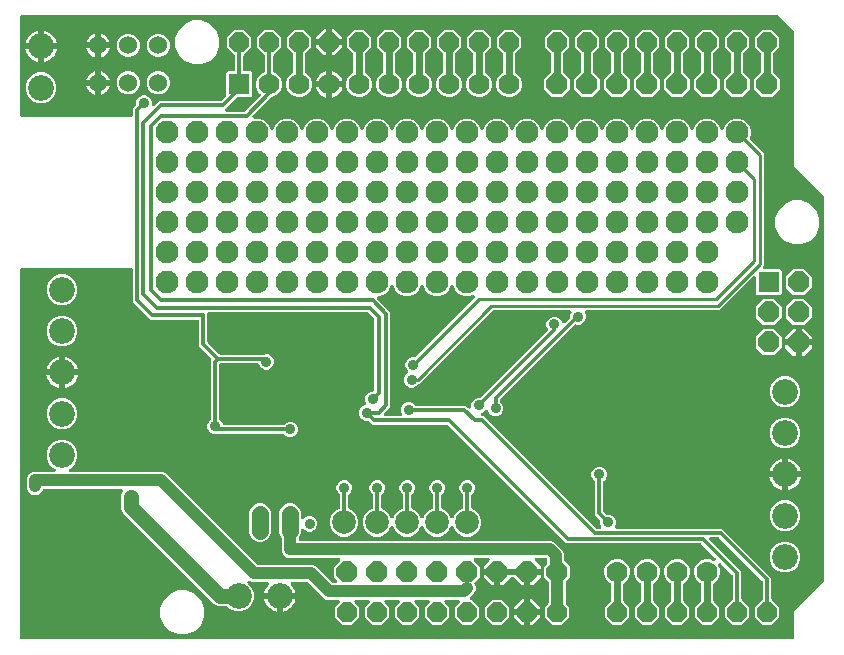
<source format=gbr>
G04 EAGLE Gerber RS-274X export*
G75*
%MOMM*%
%FSLAX34Y34*%
%LPD*%
%INBottom Copper*%
%IPPOS*%
%AMOC8*
5,1,8,0,0,1.08239X$1,22.5*%
G01*
%ADD10C,2.184400*%
%ADD11C,1.422400*%
%ADD12P,1.924489X8X292.500000*%
%ADD13C,1.524000*%
%ADD14C,2.000000*%
%ADD15C,1.930400*%
%ADD16P,1.814519X8X22.500000*%
%ADD17P,1.924489X8X22.500000*%
%ADD18R,1.778000X1.778000*%
%ADD19C,1.778000*%
%ADD20C,0.906400*%
%ADD21C,0.304800*%
%ADD22C,0.609600*%
%ADD23C,1.016000*%
%ADD24C,1.270000*%
%ADD25C,1.106400*%
%ADD26C,0.254000*%

G36*
X656362Y2544D02*
X656362Y2544D01*
X656388Y2542D01*
X656535Y2564D01*
X656682Y2581D01*
X656707Y2589D01*
X656733Y2593D01*
X656871Y2648D01*
X657010Y2698D01*
X657032Y2712D01*
X657057Y2722D01*
X657178Y2807D01*
X657303Y2887D01*
X657321Y2906D01*
X657343Y2921D01*
X657442Y3031D01*
X657545Y3138D01*
X657559Y3160D01*
X657576Y3180D01*
X657648Y3310D01*
X657724Y3437D01*
X657732Y3462D01*
X657745Y3485D01*
X657785Y3628D01*
X657830Y3769D01*
X657832Y3795D01*
X657840Y3820D01*
X657859Y4064D01*
X657859Y26452D01*
X682813Y51406D01*
X682892Y51505D01*
X682976Y51599D01*
X683000Y51641D01*
X683030Y51679D01*
X683084Y51793D01*
X683145Y51904D01*
X683158Y51951D01*
X683179Y51994D01*
X683205Y52118D01*
X683240Y52240D01*
X683245Y52300D01*
X683252Y52335D01*
X683251Y52383D01*
X683259Y52483D01*
X683259Y376777D01*
X683245Y376902D01*
X683238Y377028D01*
X683225Y377075D01*
X683219Y377123D01*
X683177Y377242D01*
X683142Y377363D01*
X683118Y377405D01*
X683102Y377451D01*
X683033Y377557D01*
X682972Y377667D01*
X682932Y377714D01*
X682913Y377744D01*
X682878Y377777D01*
X682813Y377854D01*
X657859Y402808D01*
X657859Y516477D01*
X657845Y516602D01*
X657838Y516728D01*
X657825Y516775D01*
X657819Y516823D01*
X657777Y516942D01*
X657742Y517063D01*
X657718Y517105D01*
X657702Y517151D01*
X657633Y517257D01*
X657572Y517367D01*
X657532Y517414D01*
X657513Y517444D01*
X657478Y517477D01*
X657413Y517554D01*
X644554Y530413D01*
X644455Y530492D01*
X644361Y530576D01*
X644319Y530600D01*
X644281Y530630D01*
X644167Y530684D01*
X644056Y530745D01*
X644009Y530758D01*
X643966Y530779D01*
X643842Y530805D01*
X643720Y530840D01*
X643660Y530845D01*
X643625Y530852D01*
X643577Y530851D01*
X643477Y530859D01*
X4064Y530859D01*
X4038Y530856D01*
X4012Y530858D01*
X3865Y530836D01*
X3718Y530819D01*
X3693Y530811D01*
X3667Y530807D01*
X3529Y530752D01*
X3390Y530702D01*
X3368Y530688D01*
X3343Y530678D01*
X3222Y530593D01*
X3097Y530513D01*
X3079Y530494D01*
X3057Y530479D01*
X2958Y530369D01*
X2855Y530262D01*
X2841Y530240D01*
X2824Y530220D01*
X2752Y530090D01*
X2676Y529963D01*
X2668Y529938D01*
X2655Y529915D01*
X2615Y529772D01*
X2570Y529631D01*
X2568Y529605D01*
X2560Y529580D01*
X2541Y529336D01*
X2541Y446659D01*
X2544Y446633D01*
X2542Y446607D01*
X2564Y446460D01*
X2581Y446313D01*
X2589Y446288D01*
X2593Y446262D01*
X2648Y446124D01*
X2698Y445985D01*
X2712Y445963D01*
X2722Y445938D01*
X2807Y445817D01*
X2887Y445692D01*
X2906Y445674D01*
X2921Y445652D01*
X3031Y445553D01*
X3138Y445450D01*
X3160Y445436D01*
X3180Y445419D01*
X3310Y445347D01*
X3437Y445271D01*
X3462Y445263D01*
X3485Y445250D01*
X3628Y445210D01*
X3769Y445165D01*
X3795Y445163D01*
X3820Y445155D01*
X4064Y445136D01*
X96520Y445136D01*
X96546Y445139D01*
X96572Y445137D01*
X96719Y445159D01*
X96866Y445176D01*
X96891Y445184D01*
X96917Y445188D01*
X97055Y445243D01*
X97194Y445293D01*
X97216Y445307D01*
X97241Y445317D01*
X97362Y445402D01*
X97487Y445482D01*
X97505Y445501D01*
X97527Y445516D01*
X97626Y445626D01*
X97729Y445733D01*
X97743Y445755D01*
X97760Y445775D01*
X97832Y445905D01*
X97908Y446032D01*
X97916Y446057D01*
X97929Y446080D01*
X97969Y446223D01*
X98014Y446364D01*
X98016Y446390D01*
X98024Y446415D01*
X98043Y446659D01*
X98043Y452163D01*
X100384Y454504D01*
X100463Y454603D01*
X100547Y454697D01*
X100571Y454739D01*
X100601Y454777D01*
X100655Y454891D01*
X100716Y455002D01*
X100729Y455049D01*
X100750Y455092D01*
X100776Y455216D01*
X100811Y455337D01*
X100816Y455398D01*
X100823Y455433D01*
X100822Y455481D01*
X100830Y455581D01*
X100830Y457791D01*
X101830Y460204D01*
X103676Y462050D01*
X106089Y463050D01*
X108701Y463050D01*
X111114Y462050D01*
X112960Y460204D01*
X113960Y457791D01*
X113960Y455407D01*
X113971Y455307D01*
X113973Y455207D01*
X113991Y455135D01*
X114000Y455061D01*
X114033Y454966D01*
X114058Y454869D01*
X114092Y454803D01*
X114117Y454733D01*
X114172Y454648D01*
X114218Y454559D01*
X114266Y454502D01*
X114306Y454440D01*
X114378Y454370D01*
X114443Y454294D01*
X114503Y454250D01*
X114557Y454198D01*
X114643Y454146D01*
X114724Y454087D01*
X114792Y454057D01*
X114856Y454019D01*
X114952Y453988D01*
X115044Y453949D01*
X115117Y453935D01*
X115188Y453913D01*
X115288Y453905D01*
X115387Y453887D01*
X115461Y453891D01*
X115535Y453885D01*
X115635Y453900D01*
X115735Y453905D01*
X115806Y453925D01*
X115880Y453936D01*
X115973Y453974D01*
X116070Y454001D01*
X116135Y454038D01*
X116204Y454065D01*
X116286Y454122D01*
X116374Y454172D01*
X116450Y454237D01*
X116490Y454264D01*
X116514Y454291D01*
X116560Y454330D01*
X120447Y458217D01*
X171886Y458217D01*
X172011Y458231D01*
X172138Y458238D01*
X172184Y458251D01*
X172232Y458257D01*
X172351Y458299D01*
X172472Y458334D01*
X172515Y458358D01*
X172560Y458374D01*
X172666Y458443D01*
X172777Y458504D01*
X172823Y458544D01*
X172853Y458563D01*
X172886Y458598D01*
X172963Y458663D01*
X176591Y462291D01*
X176670Y462390D01*
X176754Y462484D01*
X176778Y462526D01*
X176808Y462564D01*
X176862Y462678D01*
X176923Y462789D01*
X176936Y462836D01*
X176957Y462879D01*
X176983Y463003D01*
X177018Y463124D01*
X177023Y463185D01*
X177030Y463220D01*
X177029Y463268D01*
X177037Y463368D01*
X177037Y482172D01*
X178228Y483363D01*
X182880Y483363D01*
X182906Y483366D01*
X182932Y483364D01*
X183079Y483386D01*
X183226Y483403D01*
X183251Y483411D01*
X183277Y483415D01*
X183415Y483470D01*
X183554Y483520D01*
X183576Y483534D01*
X183601Y483544D01*
X183722Y483629D01*
X183847Y483709D01*
X183865Y483728D01*
X183887Y483743D01*
X183986Y483853D01*
X184089Y483960D01*
X184103Y483982D01*
X184120Y484002D01*
X184192Y484132D01*
X184268Y484259D01*
X184276Y484284D01*
X184289Y484307D01*
X184329Y484450D01*
X184374Y484591D01*
X184376Y484617D01*
X184384Y484642D01*
X184403Y484886D01*
X184403Y496197D01*
X184389Y496323D01*
X184382Y496449D01*
X184369Y496495D01*
X184363Y496543D01*
X184321Y496662D01*
X184286Y496784D01*
X184262Y496826D01*
X184246Y496871D01*
X184177Y496978D01*
X184116Y497088D01*
X184076Y497134D01*
X184057Y497164D01*
X184022Y497198D01*
X183957Y497274D01*
X177545Y503686D01*
X177545Y512314D01*
X183646Y518415D01*
X192274Y518415D01*
X198375Y512314D01*
X198375Y503686D01*
X191963Y497274D01*
X191884Y497175D01*
X191800Y497081D01*
X191776Y497039D01*
X191746Y497001D01*
X191692Y496887D01*
X191631Y496776D01*
X191618Y496730D01*
X191597Y496686D01*
X191571Y496563D01*
X191536Y496441D01*
X191531Y496380D01*
X191524Y496345D01*
X191525Y496297D01*
X191517Y496197D01*
X191517Y484886D01*
X191520Y484860D01*
X191518Y484834D01*
X191540Y484687D01*
X191557Y484540D01*
X191565Y484515D01*
X191569Y484489D01*
X191624Y484351D01*
X191674Y484212D01*
X191688Y484190D01*
X191698Y484165D01*
X191783Y484044D01*
X191863Y483919D01*
X191882Y483901D01*
X191897Y483879D01*
X192007Y483780D01*
X192114Y483677D01*
X192136Y483663D01*
X192156Y483646D01*
X192286Y483574D01*
X192413Y483498D01*
X192438Y483490D01*
X192461Y483477D01*
X192604Y483437D01*
X192745Y483392D01*
X192771Y483390D01*
X192796Y483382D01*
X193040Y483363D01*
X197692Y483363D01*
X198883Y482172D01*
X198883Y462708D01*
X197692Y461517D01*
X186508Y461517D01*
X186383Y461503D01*
X186256Y461496D01*
X186210Y461483D01*
X186162Y461477D01*
X186043Y461435D01*
X185922Y461400D01*
X185879Y461376D01*
X185834Y461360D01*
X185728Y461291D01*
X185617Y461230D01*
X185571Y461190D01*
X185541Y461171D01*
X185508Y461136D01*
X185431Y461071D01*
X177993Y453633D01*
X176287Y451927D01*
X176225Y451848D01*
X176155Y451776D01*
X176117Y451712D01*
X176070Y451654D01*
X176028Y451563D01*
X175976Y451477D01*
X175953Y451406D01*
X175922Y451339D01*
X175900Y451241D01*
X175870Y451145D01*
X175864Y451071D01*
X175848Y450998D01*
X175850Y450898D01*
X175842Y450798D01*
X175853Y450724D01*
X175854Y450650D01*
X175879Y450553D01*
X175893Y450453D01*
X175921Y450384D01*
X175939Y450312D01*
X175985Y450223D01*
X176022Y450129D01*
X176065Y450068D01*
X176099Y450002D01*
X176164Y449926D01*
X176221Y449843D01*
X176276Y449793D01*
X176325Y449737D01*
X176405Y449677D01*
X176480Y449610D01*
X176545Y449574D01*
X176605Y449529D01*
X176697Y449490D01*
X176785Y449441D01*
X176857Y449421D01*
X176925Y449391D01*
X177024Y449374D01*
X177120Y449346D01*
X177220Y449338D01*
X177268Y449330D01*
X177304Y449332D01*
X177364Y449327D01*
X192206Y449327D01*
X192331Y449341D01*
X192458Y449348D01*
X192504Y449361D01*
X192552Y449367D01*
X192671Y449409D01*
X192792Y449444D01*
X192835Y449468D01*
X192880Y449484D01*
X192986Y449553D01*
X193097Y449614D01*
X193143Y449654D01*
X193173Y449673D01*
X193207Y449708D01*
X193283Y449773D01*
X205854Y462344D01*
X205871Y462365D01*
X205891Y462382D01*
X205979Y462501D01*
X206071Y462617D01*
X206082Y462641D01*
X206098Y462662D01*
X206157Y462798D01*
X206220Y462932D01*
X206225Y462958D01*
X206236Y462982D01*
X206262Y463128D01*
X206293Y463273D01*
X206293Y463299D01*
X206298Y463325D01*
X206290Y463474D01*
X206287Y463622D01*
X206281Y463647D01*
X206280Y463673D01*
X206239Y463816D01*
X206202Y463960D01*
X206190Y463983D01*
X206183Y464008D01*
X206111Y464138D01*
X206043Y464269D01*
X206026Y464289D01*
X206013Y464312D01*
X205854Y464499D01*
X204100Y466253D01*
X202437Y470267D01*
X202437Y474613D01*
X204100Y478627D01*
X207173Y481700D01*
X208863Y482400D01*
X208930Y482437D01*
X209001Y482465D01*
X209082Y482521D01*
X209168Y482569D01*
X209224Y482621D01*
X209287Y482664D01*
X209353Y482737D01*
X209426Y482803D01*
X209469Y482866D01*
X209520Y482923D01*
X209568Y483009D01*
X209624Y483090D01*
X209652Y483161D01*
X209689Y483228D01*
X209716Y483323D01*
X209752Y483414D01*
X209763Y483490D01*
X209784Y483563D01*
X209796Y483712D01*
X209803Y483759D01*
X209801Y483778D01*
X209803Y483807D01*
X209803Y496197D01*
X209789Y496323D01*
X209782Y496449D01*
X209769Y496495D01*
X209763Y496543D01*
X209721Y496662D01*
X209686Y496784D01*
X209662Y496826D01*
X209646Y496871D01*
X209577Y496978D01*
X209516Y497088D01*
X209476Y497134D01*
X209457Y497164D01*
X209422Y497198D01*
X209357Y497274D01*
X202945Y503686D01*
X202945Y512314D01*
X209046Y518415D01*
X217674Y518415D01*
X223775Y512314D01*
X223775Y503686D01*
X217363Y497274D01*
X217284Y497175D01*
X217200Y497081D01*
X217176Y497039D01*
X217146Y497001D01*
X217092Y496887D01*
X217031Y496776D01*
X217018Y496730D01*
X216997Y496686D01*
X216971Y496563D01*
X216936Y496441D01*
X216931Y496380D01*
X216924Y496345D01*
X216925Y496297D01*
X216917Y496197D01*
X216917Y483807D01*
X216925Y483731D01*
X216924Y483655D01*
X216945Y483559D01*
X216957Y483461D01*
X216982Y483389D01*
X216999Y483314D01*
X217041Y483226D01*
X217074Y483133D01*
X217116Y483069D01*
X217148Y483000D01*
X217210Y482923D01*
X217263Y482840D01*
X217318Y482787D01*
X217366Y482727D01*
X217443Y482666D01*
X217514Y482598D01*
X217579Y482559D01*
X217639Y482511D01*
X217772Y482443D01*
X217813Y482419D01*
X217831Y482413D01*
X217857Y482400D01*
X219547Y481700D01*
X222620Y478627D01*
X224283Y474613D01*
X224283Y470267D01*
X222620Y466253D01*
X219547Y463180D01*
X215484Y461497D01*
X215466Y461496D01*
X215420Y461483D01*
X215372Y461477D01*
X215253Y461435D01*
X215132Y461400D01*
X215089Y461376D01*
X215044Y461360D01*
X214938Y461291D01*
X214827Y461230D01*
X214781Y461190D01*
X214751Y461171D01*
X214718Y461136D01*
X214641Y461071D01*
X214387Y460817D01*
X199655Y446085D01*
X199593Y446007D01*
X199523Y445934D01*
X199485Y445870D01*
X199438Y445812D01*
X199396Y445721D01*
X199344Y445635D01*
X199321Y445564D01*
X199290Y445497D01*
X199268Y445399D01*
X199238Y445303D01*
X199232Y445229D01*
X199216Y445156D01*
X199218Y445056D01*
X199210Y444956D01*
X199221Y444882D01*
X199222Y444808D01*
X199247Y444711D01*
X199261Y444611D01*
X199289Y444542D01*
X199307Y444470D01*
X199353Y444380D01*
X199390Y444287D01*
X199433Y444226D01*
X199467Y444160D01*
X199532Y444083D01*
X199589Y444001D01*
X199644Y443951D01*
X199693Y443895D01*
X199773Y443835D01*
X199848Y443768D01*
X199913Y443732D01*
X199973Y443687D01*
X200065Y443648D01*
X200153Y443599D01*
X200225Y443579D01*
X200293Y443549D01*
X200392Y443532D01*
X200488Y443504D01*
X200588Y443496D01*
X200636Y443488D01*
X200672Y443490D01*
X200732Y443485D01*
X205524Y443485D01*
X209819Y441706D01*
X213106Y438419D01*
X214493Y435071D01*
X214541Y434983D01*
X214581Y434891D01*
X214626Y434831D01*
X214662Y434766D01*
X214729Y434692D01*
X214789Y434611D01*
X214846Y434563D01*
X214896Y434508D01*
X214979Y434451D01*
X215055Y434386D01*
X215122Y434352D01*
X215183Y434310D01*
X215276Y434273D01*
X215366Y434227D01*
X215438Y434209D01*
X215507Y434182D01*
X215607Y434167D01*
X215704Y434143D01*
X215778Y434142D01*
X215852Y434131D01*
X215952Y434139D01*
X216052Y434138D01*
X216125Y434154D01*
X216199Y434160D01*
X216295Y434191D01*
X216393Y434212D01*
X216460Y434244D01*
X216531Y434267D01*
X216617Y434319D01*
X216708Y434362D01*
X216766Y434408D01*
X216829Y434447D01*
X216902Y434517D01*
X216980Y434579D01*
X217026Y434638D01*
X217079Y434690D01*
X217134Y434774D01*
X217196Y434853D01*
X217242Y434942D01*
X217268Y434983D01*
X217280Y435017D01*
X217307Y435071D01*
X218694Y438419D01*
X221981Y441706D01*
X226276Y443485D01*
X230924Y443485D01*
X235219Y441706D01*
X238506Y438419D01*
X239893Y435071D01*
X239941Y434983D01*
X239981Y434891D01*
X240026Y434831D01*
X240062Y434766D01*
X240129Y434692D01*
X240189Y434611D01*
X240246Y434563D01*
X240296Y434508D01*
X240379Y434451D01*
X240455Y434386D01*
X240522Y434352D01*
X240583Y434310D01*
X240676Y434273D01*
X240766Y434227D01*
X240838Y434209D01*
X240907Y434182D01*
X241007Y434167D01*
X241104Y434143D01*
X241178Y434142D01*
X241252Y434131D01*
X241352Y434139D01*
X241452Y434138D01*
X241525Y434154D01*
X241599Y434160D01*
X241695Y434191D01*
X241793Y434212D01*
X241860Y434244D01*
X241931Y434267D01*
X242017Y434319D01*
X242108Y434362D01*
X242166Y434408D01*
X242229Y434447D01*
X242302Y434517D01*
X242380Y434579D01*
X242426Y434638D01*
X242479Y434690D01*
X242534Y434774D01*
X242596Y434853D01*
X242642Y434942D01*
X242668Y434983D01*
X242680Y435017D01*
X242707Y435071D01*
X244094Y438419D01*
X247381Y441706D01*
X251676Y443485D01*
X256324Y443485D01*
X260619Y441706D01*
X263906Y438419D01*
X265293Y435071D01*
X265341Y434983D01*
X265381Y434891D01*
X265426Y434831D01*
X265462Y434766D01*
X265529Y434692D01*
X265589Y434611D01*
X265646Y434563D01*
X265696Y434508D01*
X265779Y434451D01*
X265855Y434386D01*
X265922Y434352D01*
X265983Y434310D01*
X266076Y434273D01*
X266166Y434227D01*
X266238Y434209D01*
X266307Y434182D01*
X266407Y434167D01*
X266504Y434143D01*
X266578Y434142D01*
X266652Y434131D01*
X266752Y434139D01*
X266852Y434138D01*
X266925Y434154D01*
X266999Y434160D01*
X267095Y434191D01*
X267193Y434212D01*
X267260Y434244D01*
X267331Y434267D01*
X267417Y434319D01*
X267508Y434362D01*
X267566Y434408D01*
X267629Y434447D01*
X267702Y434517D01*
X267780Y434579D01*
X267826Y434638D01*
X267879Y434690D01*
X267934Y434774D01*
X267996Y434853D01*
X268042Y434942D01*
X268068Y434983D01*
X268080Y435017D01*
X268107Y435071D01*
X269494Y438419D01*
X272781Y441706D01*
X277076Y443485D01*
X281724Y443485D01*
X286019Y441706D01*
X289306Y438419D01*
X290693Y435071D01*
X290741Y434983D01*
X290781Y434891D01*
X290826Y434831D01*
X290862Y434766D01*
X290929Y434692D01*
X290989Y434611D01*
X291046Y434563D01*
X291096Y434508D01*
X291179Y434451D01*
X291255Y434386D01*
X291322Y434352D01*
X291383Y434310D01*
X291476Y434273D01*
X291566Y434227D01*
X291638Y434209D01*
X291707Y434182D01*
X291806Y434167D01*
X291904Y434143D01*
X291978Y434142D01*
X292052Y434131D01*
X292152Y434139D01*
X292252Y434138D01*
X292325Y434154D01*
X292399Y434160D01*
X292495Y434191D01*
X292593Y434212D01*
X292660Y434244D01*
X292731Y434267D01*
X292817Y434319D01*
X292908Y434362D01*
X292966Y434408D01*
X293029Y434447D01*
X293102Y434517D01*
X293180Y434579D01*
X293226Y434638D01*
X293279Y434690D01*
X293334Y434774D01*
X293396Y434853D01*
X293442Y434942D01*
X293468Y434983D01*
X293480Y435017D01*
X293507Y435071D01*
X294894Y438419D01*
X298181Y441706D01*
X302476Y443485D01*
X307124Y443485D01*
X311419Y441706D01*
X314706Y438419D01*
X316093Y435071D01*
X316141Y434983D01*
X316181Y434891D01*
X316226Y434831D01*
X316262Y434766D01*
X316329Y434692D01*
X316389Y434611D01*
X316446Y434563D01*
X316496Y434508D01*
X316579Y434451D01*
X316655Y434386D01*
X316722Y434352D01*
X316783Y434310D01*
X316876Y434273D01*
X316966Y434227D01*
X317038Y434209D01*
X317107Y434182D01*
X317206Y434167D01*
X317304Y434143D01*
X317378Y434142D01*
X317452Y434131D01*
X317552Y434139D01*
X317652Y434138D01*
X317725Y434154D01*
X317799Y434160D01*
X317895Y434191D01*
X317993Y434212D01*
X318060Y434244D01*
X318131Y434267D01*
X318217Y434319D01*
X318308Y434362D01*
X318366Y434408D01*
X318429Y434447D01*
X318502Y434517D01*
X318580Y434579D01*
X318626Y434638D01*
X318679Y434690D01*
X318734Y434774D01*
X318796Y434853D01*
X318842Y434942D01*
X318868Y434983D01*
X318880Y435017D01*
X318907Y435071D01*
X320294Y438419D01*
X323581Y441706D01*
X327876Y443485D01*
X332524Y443485D01*
X336819Y441706D01*
X340106Y438419D01*
X341493Y435071D01*
X341541Y434983D01*
X341581Y434891D01*
X341626Y434831D01*
X341662Y434766D01*
X341729Y434692D01*
X341789Y434611D01*
X341846Y434563D01*
X341896Y434508D01*
X341979Y434451D01*
X342055Y434386D01*
X342122Y434352D01*
X342183Y434310D01*
X342276Y434273D01*
X342366Y434227D01*
X342438Y434209D01*
X342507Y434182D01*
X342606Y434167D01*
X342704Y434143D01*
X342778Y434142D01*
X342852Y434131D01*
X342952Y434139D01*
X343052Y434138D01*
X343125Y434154D01*
X343199Y434160D01*
X343295Y434191D01*
X343393Y434212D01*
X343460Y434244D01*
X343531Y434267D01*
X343617Y434319D01*
X343708Y434362D01*
X343766Y434408D01*
X343829Y434447D01*
X343902Y434517D01*
X343980Y434579D01*
X344026Y434638D01*
X344079Y434690D01*
X344134Y434774D01*
X344196Y434853D01*
X344242Y434942D01*
X344268Y434983D01*
X344280Y435017D01*
X344307Y435071D01*
X345694Y438419D01*
X348981Y441706D01*
X353276Y443485D01*
X357924Y443485D01*
X362219Y441706D01*
X365506Y438419D01*
X366893Y435071D01*
X366941Y434983D01*
X366981Y434891D01*
X367026Y434831D01*
X367062Y434766D01*
X367129Y434692D01*
X367189Y434611D01*
X367246Y434563D01*
X367296Y434508D01*
X367379Y434451D01*
X367455Y434386D01*
X367522Y434352D01*
X367583Y434310D01*
X367676Y434273D01*
X367766Y434227D01*
X367838Y434209D01*
X367907Y434182D01*
X368006Y434167D01*
X368104Y434143D01*
X368178Y434142D01*
X368252Y434131D01*
X368352Y434139D01*
X368452Y434138D01*
X368525Y434154D01*
X368599Y434160D01*
X368695Y434191D01*
X368793Y434212D01*
X368860Y434244D01*
X368931Y434267D01*
X369017Y434319D01*
X369108Y434362D01*
X369166Y434408D01*
X369229Y434447D01*
X369302Y434517D01*
X369380Y434579D01*
X369426Y434638D01*
X369479Y434690D01*
X369534Y434774D01*
X369596Y434853D01*
X369642Y434942D01*
X369668Y434983D01*
X369680Y435017D01*
X369707Y435071D01*
X371094Y438419D01*
X374381Y441706D01*
X378676Y443485D01*
X383324Y443485D01*
X387619Y441706D01*
X390906Y438419D01*
X392293Y435071D01*
X392341Y434983D01*
X392381Y434891D01*
X392426Y434831D01*
X392462Y434766D01*
X392529Y434692D01*
X392589Y434611D01*
X392646Y434563D01*
X392696Y434508D01*
X392779Y434451D01*
X392855Y434386D01*
X392922Y434352D01*
X392983Y434310D01*
X393076Y434273D01*
X393166Y434227D01*
X393238Y434209D01*
X393307Y434182D01*
X393406Y434167D01*
X393504Y434143D01*
X393578Y434142D01*
X393652Y434131D01*
X393752Y434139D01*
X393852Y434138D01*
X393925Y434154D01*
X393999Y434160D01*
X394095Y434191D01*
X394193Y434212D01*
X394260Y434244D01*
X394331Y434267D01*
X394417Y434319D01*
X394508Y434362D01*
X394566Y434408D01*
X394629Y434447D01*
X394702Y434517D01*
X394780Y434579D01*
X394826Y434638D01*
X394879Y434690D01*
X394934Y434774D01*
X394996Y434853D01*
X395042Y434942D01*
X395068Y434983D01*
X395080Y435017D01*
X395107Y435071D01*
X396494Y438419D01*
X399781Y441706D01*
X404076Y443485D01*
X408724Y443485D01*
X413019Y441706D01*
X416306Y438419D01*
X417693Y435071D01*
X417741Y434983D01*
X417781Y434891D01*
X417826Y434831D01*
X417862Y434766D01*
X417929Y434692D01*
X417989Y434611D01*
X418046Y434563D01*
X418096Y434508D01*
X418179Y434451D01*
X418255Y434386D01*
X418322Y434352D01*
X418383Y434310D01*
X418476Y434273D01*
X418566Y434227D01*
X418638Y434209D01*
X418707Y434182D01*
X418806Y434167D01*
X418904Y434143D01*
X418978Y434142D01*
X419052Y434131D01*
X419152Y434139D01*
X419252Y434138D01*
X419325Y434154D01*
X419399Y434160D01*
X419495Y434191D01*
X419593Y434212D01*
X419660Y434244D01*
X419731Y434267D01*
X419817Y434319D01*
X419908Y434362D01*
X419966Y434408D01*
X420029Y434447D01*
X420102Y434517D01*
X420180Y434579D01*
X420226Y434638D01*
X420279Y434690D01*
X420334Y434774D01*
X420396Y434853D01*
X420442Y434942D01*
X420468Y434983D01*
X420480Y435017D01*
X420507Y435071D01*
X421894Y438419D01*
X425181Y441706D01*
X429476Y443485D01*
X434124Y443485D01*
X438419Y441706D01*
X441706Y438419D01*
X443093Y435071D01*
X443141Y434983D01*
X443181Y434891D01*
X443226Y434831D01*
X443262Y434766D01*
X443329Y434692D01*
X443389Y434611D01*
X443446Y434563D01*
X443496Y434508D01*
X443579Y434451D01*
X443655Y434386D01*
X443722Y434352D01*
X443783Y434310D01*
X443876Y434273D01*
X443966Y434227D01*
X444038Y434209D01*
X444107Y434182D01*
X444206Y434167D01*
X444304Y434143D01*
X444378Y434142D01*
X444452Y434131D01*
X444552Y434139D01*
X444652Y434138D01*
X444725Y434154D01*
X444799Y434160D01*
X444895Y434191D01*
X444993Y434212D01*
X445060Y434244D01*
X445131Y434267D01*
X445217Y434319D01*
X445308Y434362D01*
X445366Y434408D01*
X445429Y434447D01*
X445502Y434517D01*
X445580Y434579D01*
X445626Y434638D01*
X445679Y434690D01*
X445734Y434774D01*
X445796Y434853D01*
X445842Y434942D01*
X445868Y434983D01*
X445880Y435017D01*
X445907Y435071D01*
X447294Y438419D01*
X450581Y441706D01*
X454876Y443485D01*
X459524Y443485D01*
X463819Y441706D01*
X467106Y438419D01*
X468493Y435071D01*
X468541Y434983D01*
X468582Y434891D01*
X468626Y434831D01*
X468662Y434766D01*
X468729Y434692D01*
X468789Y434611D01*
X468846Y434563D01*
X468896Y434508D01*
X468979Y434451D01*
X469055Y434386D01*
X469122Y434352D01*
X469183Y434310D01*
X469276Y434273D01*
X469366Y434227D01*
X469438Y434209D01*
X469507Y434182D01*
X469606Y434167D01*
X469704Y434143D01*
X469778Y434142D01*
X469852Y434131D01*
X469952Y434139D01*
X470052Y434138D01*
X470125Y434154D01*
X470199Y434160D01*
X470295Y434191D01*
X470393Y434212D01*
X470460Y434244D01*
X470531Y434267D01*
X470617Y434319D01*
X470708Y434362D01*
X470766Y434408D01*
X470829Y434447D01*
X470902Y434517D01*
X470980Y434579D01*
X471026Y434638D01*
X471079Y434690D01*
X471134Y434774D01*
X471196Y434853D01*
X471242Y434942D01*
X471268Y434983D01*
X471280Y435017D01*
X471307Y435071D01*
X472694Y438419D01*
X475981Y441706D01*
X480276Y443485D01*
X484924Y443485D01*
X489219Y441706D01*
X492506Y438419D01*
X493893Y435071D01*
X493941Y434983D01*
X493981Y434891D01*
X494026Y434831D01*
X494062Y434766D01*
X494129Y434692D01*
X494189Y434611D01*
X494246Y434563D01*
X494296Y434508D01*
X494379Y434451D01*
X494455Y434386D01*
X494522Y434352D01*
X494583Y434310D01*
X494676Y434273D01*
X494766Y434227D01*
X494838Y434209D01*
X494907Y434182D01*
X495007Y434167D01*
X495104Y434143D01*
X495178Y434142D01*
X495252Y434131D01*
X495352Y434139D01*
X495452Y434138D01*
X495525Y434154D01*
X495599Y434160D01*
X495695Y434191D01*
X495793Y434212D01*
X495860Y434244D01*
X495931Y434267D01*
X496017Y434319D01*
X496108Y434362D01*
X496166Y434408D01*
X496229Y434447D01*
X496302Y434517D01*
X496380Y434579D01*
X496426Y434638D01*
X496479Y434690D01*
X496534Y434774D01*
X496596Y434853D01*
X496642Y434942D01*
X496668Y434983D01*
X496680Y435017D01*
X496707Y435071D01*
X498094Y438419D01*
X501381Y441706D01*
X505676Y443485D01*
X510324Y443485D01*
X514619Y441706D01*
X517906Y438419D01*
X519293Y435071D01*
X519341Y434983D01*
X519381Y434891D01*
X519426Y434831D01*
X519462Y434766D01*
X519529Y434692D01*
X519589Y434611D01*
X519646Y434563D01*
X519696Y434508D01*
X519779Y434451D01*
X519855Y434386D01*
X519922Y434352D01*
X519983Y434310D01*
X520076Y434273D01*
X520166Y434227D01*
X520238Y434209D01*
X520307Y434182D01*
X520407Y434167D01*
X520504Y434143D01*
X520578Y434142D01*
X520652Y434131D01*
X520752Y434139D01*
X520852Y434138D01*
X520925Y434154D01*
X520999Y434160D01*
X521095Y434191D01*
X521193Y434212D01*
X521260Y434244D01*
X521331Y434267D01*
X521417Y434319D01*
X521508Y434362D01*
X521566Y434408D01*
X521629Y434447D01*
X521702Y434517D01*
X521780Y434579D01*
X521826Y434638D01*
X521879Y434690D01*
X521934Y434774D01*
X521996Y434853D01*
X522042Y434942D01*
X522068Y434983D01*
X522080Y435017D01*
X522107Y435071D01*
X523494Y438419D01*
X526781Y441706D01*
X531076Y443485D01*
X535724Y443485D01*
X540019Y441706D01*
X543306Y438419D01*
X544693Y435071D01*
X544741Y434983D01*
X544781Y434891D01*
X544826Y434831D01*
X544862Y434766D01*
X544929Y434692D01*
X544989Y434611D01*
X545046Y434563D01*
X545096Y434508D01*
X545179Y434451D01*
X545255Y434386D01*
X545322Y434352D01*
X545383Y434310D01*
X545476Y434273D01*
X545566Y434227D01*
X545638Y434209D01*
X545707Y434182D01*
X545807Y434167D01*
X545904Y434143D01*
X545978Y434142D01*
X546052Y434131D01*
X546152Y434139D01*
X546252Y434138D01*
X546325Y434154D01*
X546399Y434160D01*
X546495Y434191D01*
X546593Y434212D01*
X546660Y434244D01*
X546731Y434267D01*
X546817Y434319D01*
X546908Y434362D01*
X546966Y434408D01*
X547029Y434447D01*
X547102Y434517D01*
X547180Y434579D01*
X547226Y434638D01*
X547279Y434690D01*
X547334Y434774D01*
X547396Y434853D01*
X547442Y434942D01*
X547468Y434983D01*
X547480Y435017D01*
X547507Y435071D01*
X548894Y438419D01*
X552181Y441706D01*
X556476Y443485D01*
X561124Y443485D01*
X565419Y441706D01*
X568706Y438419D01*
X570093Y435071D01*
X570141Y434983D01*
X570181Y434891D01*
X570226Y434831D01*
X570262Y434766D01*
X570329Y434692D01*
X570389Y434611D01*
X570446Y434563D01*
X570496Y434508D01*
X570579Y434451D01*
X570655Y434386D01*
X570722Y434352D01*
X570783Y434310D01*
X570876Y434273D01*
X570966Y434227D01*
X571038Y434209D01*
X571107Y434182D01*
X571207Y434167D01*
X571304Y434143D01*
X571378Y434142D01*
X571452Y434131D01*
X571552Y434139D01*
X571652Y434138D01*
X571725Y434154D01*
X571799Y434160D01*
X571895Y434191D01*
X571993Y434212D01*
X572060Y434244D01*
X572131Y434267D01*
X572217Y434319D01*
X572308Y434362D01*
X572366Y434408D01*
X572429Y434447D01*
X572502Y434517D01*
X572580Y434579D01*
X572626Y434638D01*
X572679Y434690D01*
X572734Y434774D01*
X572796Y434853D01*
X572842Y434942D01*
X572868Y434983D01*
X572880Y435017D01*
X572907Y435071D01*
X574294Y438419D01*
X577581Y441706D01*
X581876Y443485D01*
X586524Y443485D01*
X590819Y441706D01*
X594106Y438419D01*
X595493Y435071D01*
X595541Y434983D01*
X595581Y434891D01*
X595626Y434831D01*
X595662Y434766D01*
X595729Y434692D01*
X595789Y434611D01*
X595846Y434563D01*
X595896Y434508D01*
X595979Y434451D01*
X596055Y434386D01*
X596122Y434352D01*
X596183Y434310D01*
X596276Y434273D01*
X596366Y434227D01*
X596438Y434209D01*
X596507Y434182D01*
X596607Y434167D01*
X596704Y434143D01*
X596778Y434142D01*
X596852Y434131D01*
X596952Y434139D01*
X597052Y434138D01*
X597125Y434154D01*
X597199Y434160D01*
X597295Y434191D01*
X597393Y434212D01*
X597460Y434244D01*
X597531Y434267D01*
X597617Y434319D01*
X597708Y434362D01*
X597766Y434408D01*
X597829Y434447D01*
X597902Y434517D01*
X597980Y434579D01*
X598026Y434638D01*
X598079Y434690D01*
X598134Y434774D01*
X598196Y434853D01*
X598242Y434942D01*
X598268Y434983D01*
X598280Y435017D01*
X598307Y435071D01*
X599694Y438419D01*
X602981Y441706D01*
X607276Y443485D01*
X611924Y443485D01*
X616219Y441706D01*
X619506Y438419D01*
X621285Y434124D01*
X621285Y429476D01*
X620301Y427100D01*
X620280Y427026D01*
X620249Y426956D01*
X620232Y426860D01*
X620205Y426765D01*
X620201Y426688D01*
X620188Y426613D01*
X620193Y426515D01*
X620188Y426417D01*
X620202Y426342D01*
X620206Y426265D01*
X620233Y426171D01*
X620251Y426074D01*
X620281Y426004D01*
X620302Y425930D01*
X620350Y425844D01*
X620389Y425754D01*
X620435Y425693D01*
X620472Y425626D01*
X620569Y425512D01*
X620597Y425475D01*
X620612Y425462D01*
X620631Y425440D01*
X629572Y416499D01*
X631953Y414118D01*
X631953Y318672D01*
X631604Y318323D01*
X631541Y318244D01*
X631472Y318172D01*
X631433Y318108D01*
X631387Y318050D01*
X631344Y317959D01*
X631293Y317873D01*
X631270Y317802D01*
X631238Y317735D01*
X631217Y317637D01*
X631187Y317541D01*
X631181Y317467D01*
X631165Y317394D01*
X631167Y317294D01*
X631159Y317194D01*
X631170Y317120D01*
X631171Y317046D01*
X631195Y316949D01*
X631210Y316849D01*
X631238Y316780D01*
X631256Y316708D01*
X631302Y316619D01*
X631339Y316525D01*
X631381Y316464D01*
X631415Y316398D01*
X631481Y316321D01*
X631538Y316239D01*
X631593Y316189D01*
X631641Y316133D01*
X631722Y316073D01*
X631797Y316006D01*
X631862Y315970D01*
X631922Y315925D01*
X632014Y315886D01*
X632102Y315837D01*
X632173Y315817D01*
X632242Y315787D01*
X632340Y315770D01*
X632437Y315742D01*
X632537Y315734D01*
X632585Y315726D01*
X632620Y315728D01*
X632681Y315723D01*
X646002Y315723D01*
X647193Y314532D01*
X647193Y295068D01*
X646002Y293877D01*
X626538Y293877D01*
X625347Y295068D01*
X625347Y308389D01*
X625336Y308489D01*
X625334Y308589D01*
X625316Y308661D01*
X625307Y308735D01*
X625274Y308830D01*
X625249Y308927D01*
X625215Y308993D01*
X625190Y309063D01*
X625135Y309148D01*
X625089Y309237D01*
X625041Y309294D01*
X625001Y309356D01*
X624929Y309426D01*
X624864Y309502D01*
X624804Y309547D01*
X624750Y309598D01*
X624664Y309650D01*
X624583Y309710D01*
X624515Y309739D01*
X624451Y309777D01*
X624355Y309808D01*
X624263Y309848D01*
X624190Y309861D01*
X624119Y309883D01*
X624019Y309892D01*
X623920Y309909D01*
X623846Y309905D01*
X623772Y309911D01*
X623672Y309897D01*
X623572Y309891D01*
X623501Y309871D01*
X623427Y309860D01*
X623334Y309823D01*
X623237Y309795D01*
X623172Y309758D01*
X623103Y309731D01*
X623021Y309674D01*
X622933Y309625D01*
X622857Y309560D01*
X622817Y309532D01*
X622793Y309506D01*
X622747Y309466D01*
X594458Y281177D01*
X482051Y281177D01*
X481902Y281160D01*
X481752Y281148D01*
X481729Y281140D01*
X481705Y281137D01*
X481564Y281087D01*
X481420Y281041D01*
X481399Y281028D01*
X481377Y281020D01*
X481250Y280938D01*
X481122Y280861D01*
X481104Y280844D01*
X481084Y280831D01*
X480979Y280723D01*
X480872Y280618D01*
X480858Y280598D01*
X480842Y280580D01*
X480764Y280451D01*
X480683Y280325D01*
X480675Y280302D01*
X480663Y280281D01*
X480617Y280138D01*
X480567Y279996D01*
X480564Y279972D01*
X480557Y279949D01*
X480545Y279800D01*
X480528Y279650D01*
X480531Y279626D01*
X480529Y279602D01*
X480551Y279453D01*
X480569Y279304D01*
X480577Y279276D01*
X480580Y279257D01*
X480598Y279213D01*
X480644Y279071D01*
X481545Y276896D01*
X481545Y274284D01*
X480545Y271871D01*
X478699Y270025D01*
X476286Y269025D01*
X473674Y269025D01*
X473555Y269075D01*
X473481Y269096D01*
X473411Y269126D01*
X473314Y269143D01*
X473220Y269170D01*
X473143Y269174D01*
X473068Y269188D01*
X472970Y269183D01*
X472871Y269187D01*
X472796Y269174D01*
X472720Y269170D01*
X472625Y269143D01*
X472529Y269125D01*
X472458Y269094D01*
X472385Y269073D01*
X472299Y269025D01*
X472209Y268986D01*
X472148Y268940D01*
X472081Y268903D01*
X471967Y268806D01*
X471929Y268778D01*
X471917Y268764D01*
X471895Y268745D01*
X409133Y205983D01*
X409054Y205884D01*
X408970Y205790D01*
X408946Y205748D01*
X408916Y205710D01*
X408862Y205596D01*
X408801Y205485D01*
X408788Y205438D01*
X408767Y205395D01*
X408741Y205271D01*
X408706Y205150D01*
X408701Y205089D01*
X408694Y205054D01*
X408695Y205006D01*
X408687Y204906D01*
X408687Y204478D01*
X408701Y204353D01*
X408708Y204226D01*
X408721Y204180D01*
X408727Y204132D01*
X408769Y204013D01*
X408804Y203892D01*
X408828Y203849D01*
X408844Y203804D01*
X408913Y203698D01*
X408974Y203587D01*
X409014Y203541D01*
X409033Y203511D01*
X409068Y203478D01*
X409133Y203401D01*
X410695Y201839D01*
X411695Y199426D01*
X411695Y196814D01*
X410695Y194401D01*
X408849Y192555D01*
X406436Y191555D01*
X403824Y191555D01*
X401411Y192555D01*
X399565Y194401D01*
X398862Y196099D01*
X398789Y196230D01*
X398720Y196364D01*
X398704Y196382D01*
X398692Y196404D01*
X398591Y196515D01*
X398494Y196629D01*
X398474Y196644D01*
X398458Y196662D01*
X398334Y196747D01*
X398213Y196837D01*
X398191Y196846D01*
X398171Y196860D01*
X398031Y196915D01*
X397893Y196975D01*
X397870Y196979D01*
X397847Y196988D01*
X397698Y197010D01*
X397550Y197036D01*
X397526Y197035D01*
X397502Y197039D01*
X397352Y197026D01*
X397202Y197018D01*
X397179Y197012D01*
X397155Y197010D01*
X397012Y196963D01*
X396868Y196922D01*
X396846Y196910D01*
X396823Y196903D01*
X396695Y196825D01*
X396563Y196752D01*
X396541Y196733D01*
X396525Y196723D01*
X396491Y196690D01*
X396377Y196593D01*
X394879Y195095D01*
X393316Y194447D01*
X393272Y194423D01*
X393224Y194406D01*
X393120Y194338D01*
X393011Y194278D01*
X392974Y194244D01*
X392931Y194217D01*
X392845Y194127D01*
X392753Y194044D01*
X392724Y194002D01*
X392689Y193966D01*
X392625Y193859D01*
X392555Y193757D01*
X392536Y193710D01*
X392510Y193667D01*
X392472Y193549D01*
X392427Y193433D01*
X392419Y193383D01*
X392404Y193335D01*
X392394Y193211D01*
X392376Y193088D01*
X392380Y193038D01*
X392376Y192988D01*
X392395Y192865D01*
X392405Y192741D01*
X392420Y192693D01*
X392428Y192643D01*
X392474Y192527D01*
X392512Y192409D01*
X392538Y192366D01*
X392557Y192319D01*
X392628Y192217D01*
X392692Y192111D01*
X392727Y192074D01*
X392756Y192033D01*
X392848Y191950D01*
X392935Y191861D01*
X392977Y191833D01*
X393014Y191800D01*
X393123Y191740D01*
X393228Y191672D01*
X393275Y191655D01*
X393319Y191631D01*
X393439Y191597D01*
X393556Y191556D01*
X393606Y191550D01*
X393655Y191536D01*
X393899Y191517D01*
X395173Y191517D01*
X489977Y96713D01*
X490076Y96634D01*
X490170Y96550D01*
X490212Y96526D01*
X490250Y96496D01*
X490364Y96442D01*
X490475Y96381D01*
X490522Y96368D01*
X490565Y96347D01*
X490689Y96321D01*
X490810Y96286D01*
X490871Y96281D01*
X490906Y96274D01*
X490954Y96275D01*
X491054Y96267D01*
X493204Y96267D01*
X493353Y96284D01*
X493503Y96296D01*
X493526Y96304D01*
X493550Y96307D01*
X493691Y96357D01*
X493835Y96403D01*
X493855Y96416D01*
X493878Y96424D01*
X494005Y96506D01*
X494133Y96583D01*
X494151Y96600D01*
X494171Y96613D01*
X494276Y96721D01*
X494383Y96826D01*
X494396Y96846D01*
X494413Y96864D01*
X494490Y96993D01*
X494571Y97119D01*
X494580Y97142D01*
X494592Y97163D01*
X494638Y97306D01*
X494688Y97448D01*
X494691Y97472D01*
X494698Y97495D01*
X494710Y97644D01*
X494727Y97794D01*
X494724Y97818D01*
X494726Y97842D01*
X494704Y97991D01*
X494686Y98140D01*
X494677Y98168D01*
X494674Y98187D01*
X494657Y98231D01*
X494611Y98373D01*
X493815Y100294D01*
X493815Y102504D01*
X493801Y102629D01*
X493794Y102756D01*
X493781Y102802D01*
X493775Y102850D01*
X493733Y102969D01*
X493698Y103090D01*
X493674Y103133D01*
X493658Y103178D01*
X493589Y103284D01*
X493528Y103395D01*
X493488Y103441D01*
X493469Y103471D01*
X493434Y103504D01*
X493369Y103581D01*
X489203Y107747D01*
X489203Y135882D01*
X489189Y136007D01*
X489182Y136134D01*
X489169Y136180D01*
X489163Y136228D01*
X489121Y136347D01*
X489086Y136468D01*
X489062Y136511D01*
X489046Y136556D01*
X488977Y136662D01*
X488916Y136773D01*
X488876Y136819D01*
X488857Y136849D01*
X488822Y136882D01*
X488757Y136959D01*
X487195Y138521D01*
X486195Y140934D01*
X486195Y143546D01*
X487195Y145959D01*
X489041Y147805D01*
X491454Y148805D01*
X494066Y148805D01*
X496479Y147805D01*
X498325Y145959D01*
X499325Y143546D01*
X499325Y140934D01*
X498325Y138521D01*
X496763Y136959D01*
X496684Y136860D01*
X496600Y136766D01*
X496576Y136724D01*
X496546Y136686D01*
X496492Y136572D01*
X496431Y136461D01*
X496418Y136414D01*
X496397Y136371D01*
X496371Y136247D01*
X496336Y136126D01*
X496331Y136065D01*
X496324Y136030D01*
X496325Y135982D01*
X496317Y135882D01*
X496317Y111324D01*
X496331Y111199D01*
X496338Y111072D01*
X496351Y111026D01*
X496357Y110978D01*
X496399Y110859D01*
X496434Y110738D01*
X496458Y110695D01*
X496474Y110650D01*
X496543Y110544D01*
X496604Y110433D01*
X496644Y110387D01*
X496663Y110357D01*
X496698Y110324D01*
X496763Y110247D01*
X498399Y108611D01*
X498498Y108532D01*
X498592Y108448D01*
X498634Y108424D01*
X498672Y108394D01*
X498786Y108340D01*
X498897Y108279D01*
X498944Y108266D01*
X498987Y108245D01*
X499111Y108219D01*
X499232Y108184D01*
X499293Y108179D01*
X499328Y108172D01*
X499376Y108173D01*
X499476Y108165D01*
X501686Y108165D01*
X504099Y107165D01*
X505945Y105319D01*
X506945Y102906D01*
X506945Y100294D01*
X506149Y98373D01*
X506108Y98228D01*
X506062Y98085D01*
X506060Y98061D01*
X506053Y98038D01*
X506046Y97887D01*
X506034Y97738D01*
X506037Y97714D01*
X506036Y97690D01*
X506063Y97542D01*
X506086Y97393D01*
X506094Y97371D01*
X506099Y97347D01*
X506159Y97209D01*
X506214Y97069D01*
X506228Y97049D01*
X506238Y97027D01*
X506328Y96906D01*
X506413Y96783D01*
X506431Y96767D01*
X506446Y96747D01*
X506561Y96650D01*
X506672Y96550D01*
X506693Y96538D01*
X506712Y96522D01*
X506845Y96454D01*
X506977Y96381D01*
X507000Y96375D01*
X507022Y96364D01*
X507167Y96327D01*
X507312Y96286D01*
X507342Y96284D01*
X507360Y96279D01*
X507407Y96279D01*
X507556Y96267D01*
X597103Y96267D01*
X638557Y54813D01*
X638557Y37203D01*
X638571Y37077D01*
X638578Y36951D01*
X638591Y36905D01*
X638597Y36857D01*
X638639Y36738D01*
X638674Y36616D01*
X638698Y36574D01*
X638714Y36529D01*
X638783Y36422D01*
X638844Y36312D01*
X638884Y36266D01*
X638903Y36236D01*
X638938Y36202D01*
X639003Y36126D01*
X645415Y29714D01*
X645415Y21086D01*
X639314Y14985D01*
X630686Y14985D01*
X624585Y21086D01*
X624585Y29714D01*
X630997Y36126D01*
X631076Y36225D01*
X631160Y36319D01*
X631184Y36361D01*
X631214Y36399D01*
X631268Y36513D01*
X631329Y36624D01*
X631342Y36670D01*
X631363Y36714D01*
X631389Y36837D01*
X631424Y36959D01*
X631429Y37020D01*
X631436Y37055D01*
X631435Y37103D01*
X631443Y37203D01*
X631443Y51236D01*
X631429Y51361D01*
X631422Y51488D01*
X631409Y51534D01*
X631403Y51582D01*
X631361Y51701D01*
X631326Y51822D01*
X631302Y51865D01*
X631286Y51910D01*
X631217Y52016D01*
X631156Y52127D01*
X631116Y52173D01*
X631097Y52203D01*
X631062Y52236D01*
X630997Y52313D01*
X594603Y88707D01*
X594504Y88786D01*
X594410Y88870D01*
X594368Y88894D01*
X594330Y88924D01*
X594216Y88978D01*
X594105Y89039D01*
X594058Y89052D01*
X594015Y89073D01*
X593891Y89099D01*
X593770Y89134D01*
X593709Y89139D01*
X593674Y89146D01*
X593626Y89145D01*
X593526Y89153D01*
X587574Y89153D01*
X587474Y89142D01*
X587374Y89140D01*
X587302Y89122D01*
X587228Y89113D01*
X587133Y89080D01*
X587036Y89055D01*
X586970Y89021D01*
X586900Y88996D01*
X586815Y88941D01*
X586726Y88895D01*
X586669Y88847D01*
X586607Y88807D01*
X586537Y88735D01*
X586461Y88670D01*
X586417Y88610D01*
X586365Y88556D01*
X586313Y88470D01*
X586254Y88389D01*
X586224Y88321D01*
X586186Y88257D01*
X586155Y88161D01*
X586116Y88069D01*
X586102Y87996D01*
X586080Y87925D01*
X586072Y87825D01*
X586054Y87726D01*
X586058Y87652D01*
X586052Y87578D01*
X586067Y87478D01*
X586072Y87378D01*
X586092Y87307D01*
X586103Y87233D01*
X586141Y87140D01*
X586168Y87043D01*
X586205Y86978D01*
X586232Y86909D01*
X586289Y86827D01*
X586339Y86739D01*
X586404Y86663D01*
X586431Y86623D01*
X586458Y86599D01*
X586497Y86553D01*
X613157Y59893D01*
X613157Y37203D01*
X613171Y37077D01*
X613178Y36951D01*
X613191Y36905D01*
X613197Y36857D01*
X613239Y36738D01*
X613274Y36616D01*
X613298Y36574D01*
X613314Y36529D01*
X613383Y36422D01*
X613444Y36312D01*
X613484Y36266D01*
X613503Y36236D01*
X613538Y36202D01*
X613603Y36126D01*
X620015Y29714D01*
X620015Y21086D01*
X613914Y14985D01*
X605286Y14985D01*
X599185Y21086D01*
X599185Y29714D01*
X605597Y36126D01*
X605676Y36225D01*
X605760Y36319D01*
X605784Y36361D01*
X605814Y36399D01*
X605868Y36513D01*
X605929Y36624D01*
X605942Y36670D01*
X605963Y36714D01*
X605989Y36837D01*
X606024Y36959D01*
X606029Y37020D01*
X606036Y37055D01*
X606035Y37103D01*
X606043Y37203D01*
X606043Y56316D01*
X606029Y56441D01*
X606022Y56568D01*
X606009Y56614D01*
X606003Y56662D01*
X605961Y56781D01*
X605926Y56902D01*
X605902Y56945D01*
X605886Y56990D01*
X605817Y57096D01*
X605756Y57207D01*
X605716Y57253D01*
X605697Y57283D01*
X605662Y57317D01*
X605597Y57393D01*
X596292Y66698D01*
X596252Y66730D01*
X596218Y66767D01*
X596116Y66838D01*
X596019Y66915D01*
X595973Y66936D01*
X595932Y66965D01*
X595816Y67011D01*
X595704Y67064D01*
X595654Y67074D01*
X595608Y67093D01*
X595484Y67111D01*
X595363Y67137D01*
X595313Y67136D01*
X595263Y67144D01*
X595139Y67133D01*
X595014Y67131D01*
X594966Y67119D01*
X594915Y67115D01*
X594797Y67077D01*
X594676Y67046D01*
X594632Y67023D01*
X594584Y67008D01*
X594477Y66944D01*
X594367Y66887D01*
X594328Y66854D01*
X594285Y66828D01*
X594196Y66742D01*
X594101Y66661D01*
X594071Y66620D01*
X594035Y66585D01*
X593968Y66481D01*
X593894Y66380D01*
X593874Y66334D01*
X593847Y66292D01*
X593805Y66175D01*
X593756Y66060D01*
X593747Y66011D01*
X593730Y65963D01*
X593716Y65840D01*
X593694Y65717D01*
X593697Y65667D01*
X593691Y65617D01*
X593706Y65494D01*
X593712Y65369D01*
X593726Y65321D01*
X593732Y65271D01*
X593807Y65038D01*
X595123Y61863D01*
X595123Y57517D01*
X593460Y53503D01*
X590387Y50430D01*
X590221Y50361D01*
X590154Y50324D01*
X590083Y50296D01*
X590002Y50240D01*
X589916Y50192D01*
X589860Y50141D01*
X589797Y50097D01*
X589731Y50024D01*
X589658Y49958D01*
X589615Y49895D01*
X589564Y49838D01*
X589516Y49752D01*
X589460Y49671D01*
X589432Y49600D01*
X589395Y49533D01*
X589368Y49438D01*
X589332Y49347D01*
X589321Y49271D01*
X589300Y49198D01*
X589288Y49049D01*
X589281Y49002D01*
X589283Y48983D01*
X589281Y48954D01*
X589281Y35679D01*
X589295Y35553D01*
X589302Y35427D01*
X589315Y35381D01*
X589321Y35333D01*
X589363Y35214D01*
X589398Y35092D01*
X589422Y35050D01*
X589438Y35005D01*
X589507Y34898D01*
X589568Y34788D01*
X589608Y34742D01*
X589627Y34712D01*
X589662Y34678D01*
X589727Y34602D01*
X594615Y29714D01*
X594615Y21086D01*
X588514Y14985D01*
X579886Y14985D01*
X573785Y21086D01*
X573785Y29714D01*
X578673Y34602D01*
X578752Y34701D01*
X578836Y34795D01*
X578860Y34837D01*
X578890Y34875D01*
X578944Y34989D01*
X579005Y35100D01*
X579018Y35146D01*
X579039Y35190D01*
X579065Y35313D01*
X579100Y35435D01*
X579105Y35496D01*
X579112Y35531D01*
X579111Y35579D01*
X579119Y35679D01*
X579119Y48954D01*
X579111Y49030D01*
X579112Y49106D01*
X579091Y49203D01*
X579079Y49300D01*
X579054Y49372D01*
X579037Y49447D01*
X578995Y49536D01*
X578962Y49628D01*
X578920Y49693D01*
X578888Y49762D01*
X578826Y49838D01*
X578773Y49921D01*
X578718Y49974D01*
X578670Y50034D01*
X578593Y50095D01*
X578522Y50163D01*
X578457Y50203D01*
X578397Y50250D01*
X578264Y50318D01*
X578223Y50342D01*
X578205Y50348D01*
X578179Y50361D01*
X578013Y50430D01*
X574940Y53503D01*
X573277Y57517D01*
X573277Y61863D01*
X574940Y65877D01*
X578013Y68950D01*
X582027Y70613D01*
X586373Y70613D01*
X589548Y69297D01*
X589597Y69283D01*
X589642Y69262D01*
X589763Y69236D01*
X589883Y69202D01*
X589934Y69199D01*
X589983Y69189D01*
X590107Y69191D01*
X590231Y69185D01*
X590281Y69194D01*
X590331Y69195D01*
X590452Y69225D01*
X590574Y69247D01*
X590621Y69267D01*
X590669Y69280D01*
X590780Y69337D01*
X590894Y69386D01*
X590934Y69416D01*
X590979Y69439D01*
X591074Y69520D01*
X591174Y69594D01*
X591206Y69632D01*
X591245Y69665D01*
X591319Y69765D01*
X591399Y69860D01*
X591422Y69905D01*
X591452Y69945D01*
X591501Y70060D01*
X591558Y70170D01*
X591570Y70219D01*
X591590Y70265D01*
X591612Y70388D01*
X591642Y70508D01*
X591642Y70559D01*
X591651Y70608D01*
X591645Y70733D01*
X591647Y70857D01*
X591636Y70906D01*
X591633Y70956D01*
X591599Y71076D01*
X591573Y71197D01*
X591551Y71243D01*
X591537Y71291D01*
X591476Y71400D01*
X591423Y71512D01*
X591391Y71552D01*
X591367Y71595D01*
X591208Y71782D01*
X579363Y83627D01*
X579264Y83706D01*
X579170Y83790D01*
X579128Y83814D01*
X579090Y83844D01*
X578976Y83898D01*
X578865Y83959D01*
X578818Y83972D01*
X578775Y83993D01*
X578651Y84019D01*
X578530Y84054D01*
X578469Y84059D01*
X578434Y84066D01*
X578386Y84065D01*
X578286Y84073D01*
X464617Y84073D01*
X364733Y183957D01*
X364634Y184036D01*
X364540Y184120D01*
X364498Y184144D01*
X364460Y184174D01*
X364346Y184228D01*
X364235Y184289D01*
X364188Y184302D01*
X364145Y184323D01*
X364021Y184349D01*
X363900Y184384D01*
X363839Y184389D01*
X363804Y184396D01*
X363756Y184395D01*
X363656Y184403D01*
X300787Y184403D01*
X297891Y187299D01*
X297792Y187378D01*
X297698Y187462D01*
X297656Y187486D01*
X297618Y187516D01*
X297504Y187570D01*
X297393Y187631D01*
X297346Y187644D01*
X297303Y187665D01*
X297179Y187691D01*
X297058Y187726D01*
X296997Y187731D01*
X296962Y187738D01*
X296914Y187737D01*
X296814Y187745D01*
X294604Y187745D01*
X292191Y188745D01*
X290345Y190591D01*
X289345Y193004D01*
X289345Y195616D01*
X290345Y198029D01*
X292191Y199875D01*
X294303Y200750D01*
X294326Y200763D01*
X294351Y200771D01*
X294478Y200847D01*
X294607Y200919D01*
X294627Y200937D01*
X294649Y200950D01*
X294755Y201053D01*
X294865Y201153D01*
X294880Y201175D01*
X294899Y201193D01*
X294979Y201318D01*
X295064Y201440D01*
X295073Y201464D01*
X295087Y201486D01*
X295137Y201627D01*
X295191Y201764D01*
X295195Y201790D01*
X295204Y201815D01*
X295221Y201962D01*
X295242Y202109D01*
X295240Y202135D01*
X295243Y202161D01*
X295226Y202308D01*
X295213Y202456D01*
X295205Y202481D01*
X295202Y202507D01*
X295127Y202740D01*
X294425Y204434D01*
X294425Y207046D01*
X295425Y209459D01*
X297271Y211305D01*
X299684Y212305D01*
X300990Y212305D01*
X301016Y212308D01*
X301042Y212306D01*
X301189Y212328D01*
X301336Y212345D01*
X301361Y212353D01*
X301387Y212357D01*
X301525Y212412D01*
X301664Y212462D01*
X301686Y212476D01*
X301711Y212486D01*
X301832Y212571D01*
X301957Y212651D01*
X301975Y212670D01*
X301997Y212685D01*
X302096Y212795D01*
X302199Y212902D01*
X302213Y212924D01*
X302230Y212944D01*
X302302Y213074D01*
X302378Y213201D01*
X302386Y213226D01*
X302399Y213249D01*
X302439Y213392D01*
X302484Y213533D01*
X302486Y213559D01*
X302494Y213584D01*
X302513Y213828D01*
X302513Y273486D01*
X302499Y273611D01*
X302492Y273738D01*
X302479Y273784D01*
X302473Y273832D01*
X302431Y273951D01*
X302396Y274072D01*
X302372Y274115D01*
X302356Y274160D01*
X302287Y274266D01*
X302226Y274377D01*
X302186Y274423D01*
X302167Y274453D01*
X302132Y274486D01*
X302067Y274563D01*
X297423Y279207D01*
X297324Y279286D01*
X297230Y279370D01*
X297188Y279394D01*
X297150Y279424D01*
X297036Y279478D01*
X296925Y279539D01*
X296878Y279552D01*
X296835Y279573D01*
X296711Y279599D01*
X296590Y279634D01*
X296529Y279639D01*
X296494Y279646D01*
X296446Y279645D01*
X296346Y279653D01*
X162560Y279653D01*
X162534Y279650D01*
X162508Y279652D01*
X162361Y279630D01*
X162214Y279613D01*
X162189Y279605D01*
X162163Y279601D01*
X162025Y279546D01*
X161886Y279496D01*
X161864Y279482D01*
X161839Y279472D01*
X161718Y279387D01*
X161593Y279307D01*
X161575Y279288D01*
X161553Y279273D01*
X161454Y279163D01*
X161351Y279056D01*
X161337Y279034D01*
X161320Y279014D01*
X161248Y278884D01*
X161172Y278757D01*
X161164Y278732D01*
X161151Y278709D01*
X161111Y278566D01*
X161066Y278425D01*
X161064Y278399D01*
X161056Y278374D01*
X161037Y278130D01*
X161037Y254834D01*
X161051Y254709D01*
X161058Y254582D01*
X161071Y254536D01*
X161077Y254488D01*
X161119Y254369D01*
X161154Y254248D01*
X161178Y254205D01*
X161194Y254160D01*
X161263Y254054D01*
X161324Y253943D01*
X161364Y253897D01*
X161383Y253867D01*
X161418Y253834D01*
X161483Y253757D01*
X171207Y244033D01*
X171306Y243954D01*
X171400Y243870D01*
X171442Y243846D01*
X171480Y243816D01*
X171594Y243762D01*
X171705Y243701D01*
X171752Y243688D01*
X171795Y243667D01*
X171919Y243641D01*
X172040Y243606D01*
X172101Y243601D01*
X172136Y243594D01*
X172184Y243595D01*
X172284Y243587D01*
X208081Y243587D01*
X208083Y243587D01*
X208085Y243587D01*
X208256Y243607D01*
X208428Y243627D01*
X208430Y243627D01*
X208432Y243628D01*
X208664Y243703D01*
X209514Y244055D01*
X212126Y244055D01*
X214539Y243055D01*
X216385Y241209D01*
X217385Y238796D01*
X217385Y236184D01*
X216385Y233771D01*
X214539Y231925D01*
X212126Y230925D01*
X209514Y230925D01*
X207101Y231925D01*
X205255Y233771D01*
X204525Y235533D01*
X204488Y235600D01*
X204460Y235671D01*
X204404Y235752D01*
X204356Y235838D01*
X204304Y235894D01*
X204261Y235957D01*
X204188Y236023D01*
X204122Y236096D01*
X204059Y236139D01*
X204002Y236190D01*
X203916Y236238D01*
X203835Y236294D01*
X203764Y236322D01*
X203697Y236359D01*
X203602Y236386D01*
X203511Y236422D01*
X203435Y236433D01*
X203362Y236454D01*
X203213Y236466D01*
X203166Y236473D01*
X203147Y236471D01*
X203118Y236473D01*
X172720Y236473D01*
X172694Y236470D01*
X172668Y236472D01*
X172521Y236450D01*
X172374Y236433D01*
X172349Y236425D01*
X172323Y236421D01*
X172185Y236366D01*
X172046Y236316D01*
X172024Y236302D01*
X171999Y236292D01*
X171878Y236207D01*
X171753Y236127D01*
X171735Y236108D01*
X171713Y236093D01*
X171614Y235983D01*
X171511Y235876D01*
X171497Y235854D01*
X171480Y235834D01*
X171408Y235704D01*
X171332Y235577D01*
X171324Y235552D01*
X171311Y235529D01*
X171271Y235386D01*
X171226Y235245D01*
X171224Y235219D01*
X171216Y235194D01*
X171197Y234950D01*
X171197Y189238D01*
X171211Y189113D01*
X171218Y188986D01*
X171231Y188940D01*
X171237Y188892D01*
X171279Y188773D01*
X171314Y188652D01*
X171338Y188609D01*
X171354Y188564D01*
X171423Y188458D01*
X171484Y188347D01*
X171524Y188301D01*
X171543Y188271D01*
X171578Y188238D01*
X171643Y188161D01*
X173205Y186599D01*
X173935Y184837D01*
X173972Y184770D01*
X174000Y184699D01*
X174056Y184618D01*
X174104Y184532D01*
X174156Y184476D01*
X174199Y184413D01*
X174272Y184347D01*
X174338Y184274D01*
X174401Y184231D01*
X174458Y184180D01*
X174544Y184132D01*
X174625Y184076D01*
X174696Y184048D01*
X174763Y184011D01*
X174858Y183984D01*
X174949Y183948D01*
X175025Y183937D01*
X175098Y183916D01*
X175247Y183904D01*
X175294Y183897D01*
X175313Y183899D01*
X175342Y183897D01*
X224782Y183897D01*
X224907Y183911D01*
X225034Y183918D01*
X225080Y183931D01*
X225128Y183937D01*
X225247Y183979D01*
X225368Y184014D01*
X225411Y184038D01*
X225456Y184054D01*
X225562Y184123D01*
X225673Y184184D01*
X225719Y184224D01*
X225749Y184243D01*
X225782Y184278D01*
X225859Y184343D01*
X227421Y185905D01*
X229834Y186905D01*
X232446Y186905D01*
X234859Y185905D01*
X236705Y184059D01*
X237705Y181646D01*
X237705Y179034D01*
X236705Y176621D01*
X234859Y174775D01*
X232446Y173775D01*
X229834Y173775D01*
X227421Y174775D01*
X225859Y176337D01*
X225760Y176416D01*
X225666Y176500D01*
X225624Y176524D01*
X225586Y176554D01*
X225472Y176608D01*
X225361Y176669D01*
X225314Y176682D01*
X225271Y176703D01*
X225147Y176729D01*
X225026Y176764D01*
X224965Y176769D01*
X224930Y176776D01*
X224882Y176775D01*
X224782Y176783D01*
X170379Y176783D01*
X170377Y176783D01*
X170375Y176783D01*
X170204Y176763D01*
X170032Y176743D01*
X170030Y176743D01*
X170028Y176742D01*
X169796Y176667D01*
X168946Y176315D01*
X166334Y176315D01*
X163921Y177315D01*
X162075Y179161D01*
X161075Y181574D01*
X161075Y184186D01*
X162075Y186599D01*
X163637Y188161D01*
X163716Y188260D01*
X163800Y188354D01*
X163824Y188396D01*
X163854Y188434D01*
X163908Y188548D01*
X163969Y188659D01*
X163982Y188706D01*
X164003Y188749D01*
X164029Y188873D01*
X164064Y188994D01*
X164069Y189055D01*
X164076Y189090D01*
X164075Y189138D01*
X164083Y189238D01*
X164083Y238966D01*
X164089Y238973D01*
X164109Y238990D01*
X164198Y239110D01*
X164290Y239226D01*
X164301Y239250D01*
X164316Y239271D01*
X164375Y239407D01*
X164438Y239541D01*
X164444Y239567D01*
X164454Y239591D01*
X164481Y239737D01*
X164512Y239882D01*
X164511Y239908D01*
X164516Y239934D01*
X164508Y240082D01*
X164506Y240230D01*
X164499Y240256D01*
X164498Y240282D01*
X164457Y240424D01*
X164421Y240568D01*
X164409Y240591D01*
X164402Y240617D01*
X164329Y240746D01*
X164261Y240878D01*
X164244Y240898D01*
X164231Y240921D01*
X164073Y241107D01*
X153923Y251257D01*
X153923Y271780D01*
X153920Y271806D01*
X153922Y271832D01*
X153900Y271979D01*
X153883Y272126D01*
X153875Y272151D01*
X153871Y272177D01*
X153816Y272315D01*
X153766Y272454D01*
X153752Y272476D01*
X153742Y272501D01*
X153657Y272622D01*
X153577Y272747D01*
X153558Y272765D01*
X153543Y272787D01*
X153433Y272886D01*
X153326Y272989D01*
X153304Y273003D01*
X153284Y273020D01*
X153154Y273092D01*
X153027Y273168D01*
X153002Y273176D01*
X152979Y273189D01*
X152836Y273229D01*
X152695Y273274D01*
X152669Y273276D01*
X152644Y273284D01*
X152400Y273303D01*
X112827Y273303D01*
X98043Y288087D01*
X98043Y315341D01*
X98040Y315367D01*
X98042Y315393D01*
X98020Y315540D01*
X98003Y315687D01*
X97995Y315712D01*
X97991Y315738D01*
X97936Y315876D01*
X97886Y316015D01*
X97872Y316037D01*
X97862Y316062D01*
X97777Y316183D01*
X97697Y316308D01*
X97678Y316326D01*
X97663Y316348D01*
X97553Y316447D01*
X97446Y316550D01*
X97424Y316564D01*
X97404Y316581D01*
X97274Y316653D01*
X97147Y316729D01*
X97122Y316737D01*
X97099Y316750D01*
X96956Y316790D01*
X96815Y316835D01*
X96789Y316837D01*
X96764Y316845D01*
X96520Y316864D01*
X4064Y316864D01*
X4038Y316861D01*
X4012Y316863D01*
X3865Y316841D01*
X3718Y316824D01*
X3693Y316816D01*
X3667Y316812D01*
X3529Y316757D01*
X3390Y316707D01*
X3368Y316693D01*
X3343Y316683D01*
X3222Y316598D01*
X3097Y316518D01*
X3079Y316499D01*
X3057Y316484D01*
X2958Y316374D01*
X2855Y316267D01*
X2841Y316245D01*
X2824Y316225D01*
X2752Y316095D01*
X2676Y315968D01*
X2668Y315943D01*
X2655Y315920D01*
X2615Y315777D01*
X2570Y315636D01*
X2568Y315610D01*
X2560Y315585D01*
X2541Y315341D01*
X2541Y4064D01*
X2544Y4038D01*
X2542Y4012D01*
X2564Y3865D01*
X2581Y3718D01*
X2589Y3693D01*
X2593Y3667D01*
X2648Y3529D01*
X2698Y3390D01*
X2712Y3368D01*
X2722Y3343D01*
X2807Y3222D01*
X2887Y3097D01*
X2906Y3079D01*
X2921Y3057D01*
X3031Y2958D01*
X3138Y2855D01*
X3160Y2841D01*
X3180Y2824D01*
X3310Y2752D01*
X3437Y2676D01*
X3462Y2668D01*
X3485Y2655D01*
X3628Y2615D01*
X3769Y2570D01*
X3795Y2568D01*
X3820Y2560D01*
X4064Y2541D01*
X656336Y2541D01*
X656362Y2544D01*
G37*
%LPC*%
G36*
X275086Y14985D02*
X275086Y14985D01*
X268985Y21086D01*
X268985Y29714D01*
X272738Y33467D01*
X272801Y33545D01*
X272871Y33618D01*
X272909Y33682D01*
X272955Y33740D01*
X272998Y33831D01*
X273049Y33917D01*
X273072Y33988D01*
X273104Y34055D01*
X273125Y34153D01*
X273156Y34249D01*
X273162Y34323D01*
X273177Y34396D01*
X273175Y34496D01*
X273184Y34596D01*
X273173Y34670D01*
X273171Y34744D01*
X273147Y34841D01*
X273132Y34941D01*
X273104Y35010D01*
X273086Y35082D01*
X273040Y35172D01*
X273003Y35265D01*
X272961Y35326D01*
X272927Y35392D01*
X272861Y35469D01*
X272804Y35551D01*
X272749Y35601D01*
X272701Y35657D01*
X272620Y35717D01*
X272545Y35784D01*
X272480Y35820D01*
X272420Y35865D01*
X272328Y35904D01*
X272240Y35953D01*
X272169Y35973D01*
X272100Y36003D01*
X272002Y36020D01*
X271905Y36048D01*
X271805Y36056D01*
X271757Y36064D01*
X271722Y36062D01*
X271661Y36067D01*
X262745Y36067D01*
X260131Y37150D01*
X257916Y39365D01*
X246420Y50861D01*
X246321Y50940D01*
X246227Y51024D01*
X246185Y51048D01*
X246147Y51078D01*
X246033Y51132D01*
X245922Y51193D01*
X245876Y51206D01*
X245832Y51227D01*
X245708Y51253D01*
X245587Y51288D01*
X245526Y51293D01*
X245491Y51300D01*
X245443Y51299D01*
X245343Y51307D01*
X233249Y51307D01*
X233150Y51296D01*
X233049Y51294D01*
X232977Y51276D01*
X232903Y51267D01*
X232809Y51234D01*
X232711Y51209D01*
X232645Y51175D01*
X232575Y51150D01*
X232491Y51095D01*
X232401Y51049D01*
X232345Y51001D01*
X232282Y50961D01*
X232212Y50889D01*
X232136Y50824D01*
X232092Y50764D01*
X232040Y50710D01*
X231988Y50624D01*
X231929Y50543D01*
X231899Y50475D01*
X231861Y50411D01*
X231831Y50316D01*
X231791Y50223D01*
X231778Y50150D01*
X231755Y50079D01*
X231747Y49979D01*
X231729Y49880D01*
X231733Y49806D01*
X231727Y49732D01*
X231742Y49633D01*
X231747Y49532D01*
X231768Y49461D01*
X231779Y49387D01*
X231816Y49294D01*
X231844Y49197D01*
X231880Y49132D01*
X231907Y49063D01*
X231965Y48981D01*
X232014Y48893D01*
X232079Y48817D01*
X232106Y48777D01*
X232125Y48760D01*
X232129Y48755D01*
X232141Y48744D01*
X232172Y48707D01*
X232739Y48140D01*
X233984Y46426D01*
X234946Y44538D01*
X235601Y42523D01*
X235705Y41869D01*
X223446Y41869D01*
X223420Y41866D01*
X223394Y41868D01*
X223247Y41846D01*
X223100Y41829D01*
X223075Y41821D01*
X223049Y41817D01*
X222912Y41762D01*
X222772Y41712D01*
X222750Y41698D01*
X222725Y41688D01*
X222604Y41603D01*
X222479Y41523D01*
X222467Y41510D01*
X222420Y41555D01*
X222397Y41569D01*
X222378Y41586D01*
X222248Y41658D01*
X222121Y41734D01*
X222096Y41742D01*
X222073Y41755D01*
X221930Y41795D01*
X221789Y41840D01*
X221763Y41842D01*
X221738Y41850D01*
X221494Y41869D01*
X209235Y41869D01*
X209339Y42523D01*
X209994Y44538D01*
X210956Y46426D01*
X212201Y48140D01*
X212768Y48707D01*
X212830Y48785D01*
X212900Y48858D01*
X212938Y48922D01*
X212984Y48980D01*
X213027Y49071D01*
X213079Y49157D01*
X213101Y49228D01*
X213133Y49295D01*
X213154Y49393D01*
X213185Y49489D01*
X213191Y49563D01*
X213207Y49636D01*
X213205Y49736D01*
X213213Y49836D01*
X213202Y49910D01*
X213201Y49984D01*
X213176Y50081D01*
X213161Y50181D01*
X213134Y50250D01*
X213116Y50322D01*
X213070Y50411D01*
X213033Y50505D01*
X212990Y50566D01*
X212956Y50632D01*
X212891Y50709D01*
X212834Y50791D01*
X212779Y50841D01*
X212730Y50897D01*
X212649Y50957D01*
X212575Y51024D01*
X212510Y51060D01*
X212450Y51105D01*
X212358Y51144D01*
X212270Y51193D01*
X212198Y51213D01*
X212130Y51243D01*
X212031Y51260D01*
X211934Y51288D01*
X211834Y51296D01*
X211787Y51304D01*
X211751Y51302D01*
X211691Y51307D01*
X199245Y51307D01*
X197116Y52189D01*
X197068Y52203D01*
X197022Y52225D01*
X196901Y52251D01*
X196781Y52285D01*
X196730Y52287D01*
X196681Y52298D01*
X196557Y52296D01*
X196433Y52302D01*
X196383Y52293D01*
X196333Y52292D01*
X196212Y52262D01*
X196090Y52239D01*
X196044Y52219D01*
X195995Y52207D01*
X195884Y52150D01*
X195770Y52100D01*
X195730Y52070D01*
X195685Y52047D01*
X195590Y51967D01*
X195491Y51893D01*
X195458Y51854D01*
X195420Y51821D01*
X195346Y51721D01*
X195265Y51627D01*
X195242Y51582D01*
X195213Y51541D01*
X195163Y51427D01*
X195107Y51316D01*
X195094Y51267D01*
X195075Y51221D01*
X195053Y51099D01*
X195023Y50978D01*
X195022Y50928D01*
X195013Y50878D01*
X195019Y50754D01*
X195017Y50630D01*
X195028Y50580D01*
X195031Y50530D01*
X195065Y50411D01*
X195092Y50289D01*
X195113Y50244D01*
X195127Y50195D01*
X195188Y50087D01*
X195241Y49974D01*
X195273Y49935D01*
X195297Y49891D01*
X195456Y49705D01*
X195459Y49702D01*
X198452Y46708D01*
X200425Y41947D01*
X200425Y36793D01*
X198452Y32032D01*
X194808Y28388D01*
X190047Y26415D01*
X184893Y26415D01*
X180132Y28388D01*
X177978Y30541D01*
X177879Y30620D01*
X177785Y30704D01*
X177743Y30728D01*
X177705Y30758D01*
X177591Y30812D01*
X177480Y30873D01*
X177434Y30886D01*
X177390Y30907D01*
X177267Y30933D01*
X177145Y30968D01*
X177084Y30973D01*
X177049Y30980D01*
X177001Y30979D01*
X176901Y30987D01*
X169783Y30987D01*
X166702Y32263D01*
X89413Y109552D01*
X88137Y112633D01*
X88137Y124857D01*
X89415Y127941D01*
X89456Y128086D01*
X89502Y128229D01*
X89504Y128253D01*
X89510Y128276D01*
X89518Y128427D01*
X89530Y128576D01*
X89526Y128600D01*
X89527Y128624D01*
X89500Y128772D01*
X89478Y128921D01*
X89469Y128943D01*
X89465Y128967D01*
X89405Y129105D01*
X89349Y129245D01*
X89335Y129265D01*
X89326Y129287D01*
X89236Y129408D01*
X89150Y129531D01*
X89132Y129547D01*
X89118Y129567D01*
X89003Y129664D01*
X88891Y129764D01*
X88870Y129776D01*
X88852Y129792D01*
X88718Y129860D01*
X88586Y129933D01*
X88563Y129939D01*
X88542Y129950D01*
X88396Y129987D01*
X88251Y130028D01*
X88222Y130030D01*
X88203Y130035D01*
X88156Y130035D01*
X88007Y130047D01*
X23115Y130047D01*
X23039Y130039D01*
X22962Y130040D01*
X22866Y130019D01*
X22768Y130007D01*
X22696Y129982D01*
X22622Y129965D01*
X22533Y129923D01*
X22440Y129890D01*
X22376Y129848D01*
X22307Y129816D01*
X22230Y129754D01*
X22147Y129701D01*
X22094Y129646D01*
X22035Y129598D01*
X21974Y129521D01*
X21905Y129450D01*
X21866Y129385D01*
X21819Y129325D01*
X21751Y129192D01*
X21726Y129151D01*
X21721Y129133D01*
X21707Y129107D01*
X21270Y128051D01*
X19269Y126050D01*
X16655Y124967D01*
X13825Y124967D01*
X11211Y126050D01*
X9210Y128051D01*
X8127Y130665D01*
X8127Y138575D01*
X9210Y141189D01*
X11211Y143190D01*
X13825Y144273D01*
X31179Y144273D01*
X31229Y144278D01*
X31279Y144276D01*
X31401Y144298D01*
X31525Y144313D01*
X31573Y144330D01*
X31622Y144339D01*
X31736Y144388D01*
X31853Y144430D01*
X31896Y144457D01*
X31942Y144478D01*
X32041Y144552D01*
X32146Y144619D01*
X32181Y144655D01*
X32221Y144685D01*
X32302Y144780D01*
X32388Y144870D01*
X32414Y144913D01*
X32447Y144951D01*
X32503Y145062D01*
X32567Y145169D01*
X32582Y145217D01*
X32605Y145262D01*
X32635Y145382D01*
X32673Y145501D01*
X32677Y145551D01*
X32689Y145600D01*
X32691Y145724D01*
X32701Y145848D01*
X32694Y145898D01*
X32694Y145948D01*
X32668Y146070D01*
X32649Y146193D01*
X32631Y146240D01*
X32620Y146289D01*
X32567Y146401D01*
X32521Y146517D01*
X32492Y146558D01*
X32470Y146604D01*
X32393Y146701D01*
X32322Y146803D01*
X32284Y146837D01*
X32253Y146876D01*
X32155Y146953D01*
X32063Y147036D01*
X32019Y147061D01*
X31979Y147092D01*
X31762Y147203D01*
X30762Y147618D01*
X27118Y151262D01*
X25145Y156023D01*
X25145Y161177D01*
X27118Y165938D01*
X30762Y169582D01*
X35523Y171555D01*
X40677Y171555D01*
X45438Y169582D01*
X49082Y165938D01*
X51055Y161177D01*
X51055Y156023D01*
X49082Y151262D01*
X45438Y147618D01*
X44438Y147203D01*
X44394Y147179D01*
X44347Y147162D01*
X44242Y147094D01*
X44134Y147034D01*
X44096Y147000D01*
X44054Y146973D01*
X43967Y146883D01*
X43876Y146800D01*
X43847Y146759D01*
X43812Y146722D01*
X43748Y146615D01*
X43677Y146513D01*
X43659Y146466D01*
X43633Y146423D01*
X43595Y146305D01*
X43549Y146189D01*
X43542Y146139D01*
X43527Y146091D01*
X43517Y145967D01*
X43499Y145844D01*
X43503Y145794D01*
X43499Y145744D01*
X43517Y145621D01*
X43528Y145497D01*
X43543Y145449D01*
X43551Y145399D01*
X43596Y145283D01*
X43635Y145165D01*
X43661Y145122D01*
X43679Y145075D01*
X43750Y144973D01*
X43814Y144867D01*
X43849Y144830D01*
X43878Y144789D01*
X43970Y144706D01*
X44057Y144617D01*
X44100Y144589D01*
X44137Y144556D01*
X44246Y144496D01*
X44350Y144428D01*
X44398Y144411D01*
X44442Y144387D01*
X44562Y144353D01*
X44679Y144312D01*
X44729Y144306D01*
X44777Y144292D01*
X45021Y144273D01*
X123335Y144273D01*
X125949Y143190D01*
X203160Y65979D01*
X203259Y65900D01*
X203353Y65816D01*
X203395Y65792D01*
X203433Y65762D01*
X203547Y65708D01*
X203658Y65647D01*
X203704Y65634D01*
X203748Y65613D01*
X203872Y65587D01*
X203993Y65552D01*
X204054Y65547D01*
X204089Y65540D01*
X204137Y65541D01*
X204237Y65533D01*
X250335Y65533D01*
X252949Y64450D01*
X266660Y50739D01*
X266759Y50660D01*
X266853Y50576D01*
X266895Y50552D01*
X266933Y50522D01*
X267047Y50468D01*
X267158Y50407D01*
X267204Y50394D01*
X267248Y50373D01*
X267371Y50347D01*
X267493Y50312D01*
X267554Y50307D01*
X267589Y50300D01*
X267637Y50301D01*
X267737Y50293D01*
X269673Y50293D01*
X269773Y50304D01*
X269873Y50306D01*
X269945Y50324D01*
X270019Y50333D01*
X270113Y50366D01*
X270211Y50391D01*
X270277Y50425D01*
X270347Y50450D01*
X270431Y50505D01*
X270521Y50551D01*
X270577Y50599D01*
X270640Y50639D01*
X270710Y50711D01*
X270786Y50776D01*
X270830Y50836D01*
X270882Y50890D01*
X270934Y50976D01*
X270993Y51057D01*
X271023Y51125D01*
X271061Y51189D01*
X271092Y51284D01*
X271131Y51377D01*
X271144Y51450D01*
X271167Y51521D01*
X271175Y51621D01*
X271193Y51720D01*
X271189Y51794D01*
X271195Y51868D01*
X271180Y51968D01*
X271175Y52068D01*
X271154Y52139D01*
X271143Y52213D01*
X271106Y52306D01*
X271079Y52403D01*
X271042Y52468D01*
X271015Y52537D01*
X270957Y52619D01*
X270908Y52707D01*
X270843Y52783D01*
X270816Y52823D01*
X270789Y52847D01*
X270750Y52893D01*
X268477Y55166D01*
X268477Y64214D01*
X273290Y69027D01*
X273352Y69105D01*
X273422Y69178D01*
X273460Y69242D01*
X273506Y69300D01*
X273549Y69391D01*
X273601Y69477D01*
X273624Y69548D01*
X273655Y69615D01*
X273677Y69713D01*
X273707Y69809D01*
X273713Y69883D01*
X273729Y69956D01*
X273727Y70056D01*
X273735Y70156D01*
X273724Y70230D01*
X273723Y70304D01*
X273698Y70401D01*
X273683Y70501D01*
X273656Y70570D01*
X273638Y70642D01*
X273592Y70732D01*
X273555Y70825D01*
X273512Y70886D01*
X273478Y70952D01*
X273413Y71029D01*
X273356Y71111D01*
X273301Y71161D01*
X273252Y71217D01*
X273172Y71277D01*
X273097Y71344D01*
X273032Y71380D01*
X272972Y71425D01*
X272880Y71464D01*
X272792Y71513D01*
X272720Y71533D01*
X272652Y71563D01*
X272553Y71580D01*
X272457Y71608D01*
X272357Y71616D01*
X272309Y71624D01*
X272273Y71622D01*
X272213Y71627D01*
X229725Y71627D01*
X227111Y72710D01*
X225110Y74711D01*
X224027Y77325D01*
X224027Y88037D01*
X224013Y88163D01*
X224006Y88289D01*
X223993Y88335D01*
X223987Y88383D01*
X223945Y88502D01*
X223910Y88624D01*
X223886Y88666D01*
X223870Y88711D01*
X223801Y88818D01*
X223740Y88928D01*
X223700Y88974D01*
X223681Y89004D01*
X223646Y89038D01*
X223581Y89114D01*
X223388Y89308D01*
X221995Y92669D01*
X221995Y110531D01*
X223388Y113892D01*
X225960Y116464D01*
X229321Y117857D01*
X232959Y117857D01*
X236320Y116464D01*
X238892Y113892D01*
X240285Y110531D01*
X240285Y105926D01*
X240296Y105826D01*
X240298Y105726D01*
X240316Y105654D01*
X240325Y105580D01*
X240358Y105485D01*
X240383Y105388D01*
X240417Y105322D01*
X240442Y105252D01*
X240497Y105167D01*
X240543Y105078D01*
X240591Y105021D01*
X240631Y104959D01*
X240703Y104889D01*
X240768Y104813D01*
X240828Y104769D01*
X240882Y104717D01*
X240968Y104665D01*
X241049Y104606D01*
X241117Y104576D01*
X241181Y104538D01*
X241277Y104507D01*
X241369Y104468D01*
X241442Y104454D01*
X241513Y104432D01*
X241613Y104424D01*
X241712Y104406D01*
X241786Y104410D01*
X241860Y104404D01*
X241960Y104419D01*
X242060Y104424D01*
X242131Y104444D01*
X242205Y104455D01*
X242298Y104493D01*
X242395Y104520D01*
X242460Y104557D01*
X242529Y104584D01*
X242611Y104641D01*
X242699Y104691D01*
X242775Y104756D01*
X242815Y104783D01*
X242839Y104810D01*
X242885Y104849D01*
X243931Y105895D01*
X246344Y106895D01*
X248956Y106895D01*
X251369Y105895D01*
X253215Y104049D01*
X254215Y101636D01*
X254215Y99024D01*
X253215Y96611D01*
X251369Y94765D01*
X248956Y93765D01*
X246344Y93765D01*
X243931Y94765D01*
X242885Y95811D01*
X242806Y95873D01*
X242734Y95943D01*
X242670Y95981D01*
X242612Y96028D01*
X242521Y96071D01*
X242435Y96122D01*
X242364Y96145D01*
X242297Y96177D01*
X242199Y96198D01*
X242103Y96228D01*
X242029Y96234D01*
X241956Y96250D01*
X241856Y96248D01*
X241756Y96256D01*
X241682Y96245D01*
X241608Y96244D01*
X241511Y96219D01*
X241411Y96205D01*
X241342Y96177D01*
X241270Y96159D01*
X241181Y96113D01*
X241087Y96076D01*
X241026Y96033D01*
X240960Y95999D01*
X240884Y95934D01*
X240801Y95877D01*
X240751Y95822D01*
X240695Y95773D01*
X240635Y95693D01*
X240568Y95618D01*
X240532Y95553D01*
X240487Y95493D01*
X240448Y95401D01*
X240399Y95313D01*
X240379Y95241D01*
X240349Y95173D01*
X240332Y95074D01*
X240304Y94978D01*
X240296Y94878D01*
X240288Y94830D01*
X240290Y94794D01*
X240285Y94734D01*
X240285Y92669D01*
X238892Y89308D01*
X238699Y89114D01*
X238620Y89015D01*
X238536Y88921D01*
X238512Y88879D01*
X238482Y88841D01*
X238428Y88727D01*
X238367Y88616D01*
X238354Y88570D01*
X238333Y88526D01*
X238307Y88403D01*
X238272Y88281D01*
X238267Y88220D01*
X238260Y88185D01*
X238261Y88137D01*
X238253Y88037D01*
X238253Y87376D01*
X238256Y87350D01*
X238254Y87324D01*
X238276Y87177D01*
X238293Y87030D01*
X238301Y87005D01*
X238305Y86979D01*
X238360Y86841D01*
X238410Y86702D01*
X238424Y86680D01*
X238434Y86655D01*
X238519Y86534D01*
X238599Y86409D01*
X238618Y86391D01*
X238633Y86369D01*
X238743Y86270D01*
X238850Y86167D01*
X238872Y86153D01*
X238892Y86136D01*
X239022Y86064D01*
X239149Y85988D01*
X239174Y85980D01*
X239197Y85967D01*
X239340Y85927D01*
X239481Y85882D01*
X239507Y85880D01*
X239532Y85872D01*
X239776Y85853D01*
X452265Y85853D01*
X454879Y84770D01*
X461960Y77689D01*
X463043Y75075D01*
X463043Y69925D01*
X463057Y69800D01*
X463064Y69673D01*
X463077Y69627D01*
X463083Y69579D01*
X463125Y69460D01*
X463160Y69339D01*
X463184Y69296D01*
X463200Y69251D01*
X463269Y69145D01*
X463330Y69034D01*
X463370Y68988D01*
X463389Y68958D01*
X463424Y68925D01*
X463489Y68848D01*
X468123Y64214D01*
X468123Y55166D01*
X464759Y51802D01*
X464680Y51703D01*
X464596Y51609D01*
X464572Y51567D01*
X464542Y51529D01*
X464488Y51415D01*
X464427Y51304D01*
X464414Y51257D01*
X464393Y51214D01*
X464367Y51090D01*
X464332Y50968D01*
X464327Y50908D01*
X464320Y50873D01*
X464321Y50825D01*
X464313Y50725D01*
X464313Y33647D01*
X464327Y33521D01*
X464334Y33395D01*
X464347Y33349D01*
X464353Y33301D01*
X464395Y33182D01*
X464430Y33060D01*
X464454Y33018D01*
X464470Y32973D01*
X464539Y32866D01*
X464600Y32756D01*
X464640Y32710D01*
X464659Y32680D01*
X464694Y32646D01*
X464759Y32570D01*
X467615Y29714D01*
X467615Y21086D01*
X461514Y14985D01*
X452886Y14985D01*
X446785Y21086D01*
X446785Y29714D01*
X449641Y32570D01*
X449720Y32669D01*
X449804Y32763D01*
X449828Y32805D01*
X449858Y32843D01*
X449912Y32957D01*
X449973Y33068D01*
X449986Y33114D01*
X450007Y33158D01*
X450033Y33281D01*
X450068Y33403D01*
X450073Y33464D01*
X450080Y33499D01*
X450079Y33547D01*
X450087Y33647D01*
X450087Y50725D01*
X450073Y50850D01*
X450066Y50977D01*
X450053Y51023D01*
X450047Y51071D01*
X450005Y51190D01*
X449970Y51311D01*
X449946Y51354D01*
X449930Y51399D01*
X449861Y51505D01*
X449800Y51616D01*
X449760Y51662D01*
X449741Y51692D01*
X449706Y51725D01*
X449641Y51802D01*
X446277Y55166D01*
X446277Y64214D01*
X448371Y66308D01*
X448450Y66407D01*
X448534Y66501D01*
X448558Y66543D01*
X448588Y66581D01*
X448642Y66695D01*
X448703Y66806D01*
X448716Y66853D01*
X448737Y66896D01*
X448763Y67020D01*
X448798Y67142D01*
X448803Y67202D01*
X448810Y67237D01*
X448809Y67285D01*
X448817Y67385D01*
X448817Y70083D01*
X448803Y70208D01*
X448796Y70335D01*
X448783Y70381D01*
X448777Y70429D01*
X448735Y70548D01*
X448700Y70670D01*
X448676Y70712D01*
X448660Y70757D01*
X448591Y70863D01*
X448530Y70974D01*
X448490Y71020D01*
X448471Y71050D01*
X448436Y71084D01*
X448429Y71092D01*
X448416Y71111D01*
X448403Y71123D01*
X448371Y71160D01*
X448350Y71181D01*
X448267Y71247D01*
X448220Y71292D01*
X448204Y71302D01*
X448157Y71344D01*
X448115Y71368D01*
X448077Y71398D01*
X447963Y71452D01*
X447852Y71513D01*
X447806Y71526D01*
X447762Y71547D01*
X447638Y71573D01*
X447517Y71608D01*
X447456Y71613D01*
X447421Y71620D01*
X447373Y71619D01*
X447273Y71627D01*
X439706Y71627D01*
X439606Y71616D01*
X439505Y71614D01*
X439433Y71596D01*
X439359Y71587D01*
X439265Y71554D01*
X439167Y71529D01*
X439101Y71495D01*
X439031Y71470D01*
X438947Y71415D01*
X438858Y71369D01*
X438801Y71321D01*
X438739Y71281D01*
X438669Y71209D01*
X438592Y71144D01*
X438548Y71084D01*
X438496Y71030D01*
X438445Y70944D01*
X438385Y70863D01*
X438356Y70795D01*
X438317Y70731D01*
X438287Y70635D01*
X438247Y70543D01*
X438234Y70470D01*
X438211Y70399D01*
X438203Y70299D01*
X438185Y70200D01*
X438189Y70126D01*
X438183Y70052D01*
X438198Y69952D01*
X438203Y69852D01*
X438224Y69781D01*
X438235Y69707D01*
X438272Y69614D01*
X438300Y69517D01*
X438336Y69452D01*
X438364Y69383D01*
X438421Y69301D01*
X438470Y69213D01*
X438535Y69137D01*
X438563Y69097D01*
X438589Y69073D01*
X438629Y69027D01*
X443231Y64425D01*
X443231Y62229D01*
X432816Y62229D01*
X432790Y62226D01*
X432764Y62228D01*
X432617Y62206D01*
X432470Y62189D01*
X432445Y62181D01*
X432419Y62177D01*
X432282Y62122D01*
X432142Y62072D01*
X432120Y62058D01*
X432095Y62048D01*
X431974Y61963D01*
X431849Y61883D01*
X431831Y61864D01*
X431809Y61849D01*
X431795Y61833D01*
X431710Y61915D01*
X431687Y61929D01*
X431668Y61946D01*
X431538Y62018D01*
X431411Y62094D01*
X431386Y62102D01*
X431363Y62115D01*
X431220Y62155D01*
X431079Y62200D01*
X431053Y62202D01*
X431028Y62210D01*
X430784Y62229D01*
X407416Y62229D01*
X407390Y62226D01*
X407364Y62228D01*
X407217Y62206D01*
X407070Y62189D01*
X407045Y62181D01*
X407019Y62177D01*
X406882Y62122D01*
X406742Y62072D01*
X406720Y62058D01*
X406695Y62048D01*
X406574Y61963D01*
X406449Y61883D01*
X406431Y61864D01*
X406409Y61849D01*
X406395Y61833D01*
X406310Y61915D01*
X406287Y61929D01*
X406268Y61946D01*
X406138Y62018D01*
X406011Y62094D01*
X405986Y62102D01*
X405963Y62115D01*
X405820Y62155D01*
X405679Y62200D01*
X405653Y62202D01*
X405628Y62210D01*
X405384Y62229D01*
X394969Y62229D01*
X394969Y64425D01*
X399571Y69027D01*
X399634Y69105D01*
X399704Y69178D01*
X399742Y69242D01*
X399788Y69300D01*
X399831Y69391D01*
X399883Y69477D01*
X399905Y69548D01*
X399937Y69615D01*
X399958Y69713D01*
X399989Y69809D01*
X399995Y69883D01*
X400010Y69956D01*
X400009Y70056D01*
X400017Y70156D01*
X400006Y70230D01*
X400004Y70304D01*
X399980Y70401D01*
X399965Y70501D01*
X399938Y70570D01*
X399919Y70642D01*
X399873Y70732D01*
X399836Y70825D01*
X399794Y70886D01*
X399760Y70952D01*
X399695Y71029D01*
X399637Y71111D01*
X399582Y71161D01*
X399534Y71217D01*
X399453Y71277D01*
X399379Y71344D01*
X399313Y71380D01*
X399254Y71425D01*
X399161Y71464D01*
X399074Y71513D01*
X399002Y71533D01*
X398934Y71563D01*
X398835Y71580D01*
X398738Y71608D01*
X398638Y71616D01*
X398591Y71624D01*
X398555Y71622D01*
X398494Y71627D01*
X388187Y71627D01*
X388087Y71616D01*
X387987Y71614D01*
X387915Y71596D01*
X387841Y71587D01*
X387747Y71554D01*
X387649Y71529D01*
X387583Y71495D01*
X387513Y71470D01*
X387429Y71415D01*
X387339Y71369D01*
X387283Y71321D01*
X387220Y71281D01*
X387150Y71209D01*
X387074Y71144D01*
X387030Y71084D01*
X386978Y71030D01*
X386926Y70944D01*
X386867Y70863D01*
X386837Y70795D01*
X386799Y70731D01*
X386768Y70635D01*
X386729Y70543D01*
X386716Y70470D01*
X386693Y70399D01*
X386685Y70299D01*
X386667Y70200D01*
X386671Y70126D01*
X386665Y70052D01*
X386680Y69952D01*
X386685Y69852D01*
X386706Y69781D01*
X386717Y69707D01*
X386754Y69614D01*
X386781Y69517D01*
X386818Y69452D01*
X386845Y69383D01*
X386903Y69301D01*
X386952Y69213D01*
X387017Y69137D01*
X387044Y69097D01*
X387071Y69073D01*
X387110Y69027D01*
X391923Y64214D01*
X391923Y55166D01*
X387596Y50839D01*
X387549Y50779D01*
X387494Y50726D01*
X387479Y50703D01*
X387464Y50688D01*
X387428Y50627D01*
X387380Y50566D01*
X387347Y50497D01*
X387306Y50433D01*
X387297Y50408D01*
X387285Y50389D01*
X387264Y50321D01*
X387231Y50251D01*
X387215Y50176D01*
X387189Y50104D01*
X387186Y50078D01*
X387179Y50057D01*
X387173Y49985D01*
X387157Y49910D01*
X387159Y49834D01*
X387150Y49758D01*
X387153Y49733D01*
X387151Y49709D01*
X387162Y49637D01*
X387163Y49562D01*
X387182Y49488D01*
X387191Y49412D01*
X387200Y49383D01*
X387203Y49365D01*
X387220Y49321D01*
X387237Y49270D01*
X387248Y49224D01*
X387257Y49207D01*
X387266Y49179D01*
X388113Y47135D01*
X388113Y44305D01*
X387030Y41691D01*
X383754Y38415D01*
X383692Y38337D01*
X383622Y38264D01*
X383584Y38200D01*
X383537Y38142D01*
X383494Y38051D01*
X383443Y37965D01*
X383420Y37894D01*
X383388Y37827D01*
X383367Y37729D01*
X383337Y37633D01*
X383331Y37559D01*
X383315Y37486D01*
X383317Y37386D01*
X383309Y37286D01*
X383320Y37212D01*
X383321Y37138D01*
X383346Y37041D01*
X383360Y36941D01*
X383388Y36872D01*
X383406Y36800D01*
X383452Y36711D01*
X383489Y36617D01*
X383532Y36556D01*
X383566Y36490D01*
X383631Y36414D01*
X383688Y36331D01*
X383743Y36281D01*
X383792Y36225D01*
X383872Y36165D01*
X383947Y36098D01*
X384012Y36062D01*
X384072Y36017D01*
X384164Y35978D01*
X384252Y35929D01*
X384324Y35909D01*
X384392Y35879D01*
X384491Y35862D01*
X384587Y35834D01*
X384687Y35826D01*
X384735Y35818D01*
X384771Y35820D01*
X384831Y35815D01*
X385314Y35815D01*
X391415Y29714D01*
X391415Y21086D01*
X385314Y14985D01*
X376686Y14985D01*
X370585Y21086D01*
X370585Y29714D01*
X374338Y33467D01*
X374401Y33545D01*
X374471Y33618D01*
X374509Y33682D01*
X374555Y33740D01*
X374598Y33831D01*
X374649Y33917D01*
X374672Y33988D01*
X374704Y34055D01*
X374725Y34153D01*
X374756Y34249D01*
X374762Y34323D01*
X374777Y34396D01*
X374775Y34496D01*
X374784Y34596D01*
X374773Y34670D01*
X374771Y34744D01*
X374747Y34841D01*
X374732Y34941D01*
X374704Y35010D01*
X374686Y35082D01*
X374640Y35172D01*
X374603Y35265D01*
X374561Y35326D01*
X374527Y35392D01*
X374461Y35469D01*
X374404Y35551D01*
X374349Y35601D01*
X374301Y35657D01*
X374220Y35717D01*
X374145Y35784D01*
X374080Y35820D01*
X374020Y35865D01*
X373928Y35904D01*
X373840Y35953D01*
X373769Y35973D01*
X373700Y36003D01*
X373602Y36020D01*
X373505Y36048D01*
X373405Y36056D01*
X373357Y36064D01*
X373322Y36062D01*
X373261Y36067D01*
X363339Y36067D01*
X363239Y36056D01*
X363139Y36054D01*
X363066Y36036D01*
X362993Y36027D01*
X362898Y35994D01*
X362801Y35969D01*
X362734Y35935D01*
X362664Y35910D01*
X362580Y35855D01*
X362491Y35809D01*
X362434Y35761D01*
X362372Y35721D01*
X362302Y35649D01*
X362225Y35584D01*
X362181Y35524D01*
X362129Y35470D01*
X362078Y35384D01*
X362018Y35303D01*
X361989Y35235D01*
X361951Y35171D01*
X361920Y35075D01*
X361880Y34983D01*
X361867Y34910D01*
X361844Y34839D01*
X361836Y34739D01*
X361819Y34640D01*
X361822Y34566D01*
X361816Y34492D01*
X361831Y34392D01*
X361837Y34292D01*
X361857Y34221D01*
X361868Y34147D01*
X361905Y34054D01*
X361933Y33957D01*
X361969Y33892D01*
X361997Y33823D01*
X362054Y33741D01*
X362103Y33653D01*
X362168Y33577D01*
X362196Y33537D01*
X362208Y33526D01*
X362211Y33522D01*
X362228Y33507D01*
X362262Y33467D01*
X366015Y29714D01*
X366015Y21086D01*
X359914Y14985D01*
X351286Y14985D01*
X345185Y21086D01*
X345185Y29714D01*
X348938Y33467D01*
X349001Y33545D01*
X349071Y33618D01*
X349109Y33682D01*
X349155Y33740D01*
X349198Y33831D01*
X349249Y33917D01*
X349272Y33988D01*
X349304Y34055D01*
X349325Y34153D01*
X349356Y34249D01*
X349362Y34323D01*
X349377Y34396D01*
X349375Y34496D01*
X349384Y34596D01*
X349373Y34670D01*
X349371Y34744D01*
X349347Y34841D01*
X349332Y34941D01*
X349304Y35010D01*
X349286Y35082D01*
X349240Y35172D01*
X349203Y35265D01*
X349161Y35326D01*
X349127Y35392D01*
X349061Y35469D01*
X349004Y35551D01*
X348949Y35601D01*
X348901Y35657D01*
X348820Y35717D01*
X348745Y35784D01*
X348680Y35820D01*
X348620Y35865D01*
X348528Y35904D01*
X348440Y35953D01*
X348369Y35973D01*
X348300Y36003D01*
X348202Y36020D01*
X348105Y36048D01*
X348005Y36056D01*
X347957Y36064D01*
X347922Y36062D01*
X347861Y36067D01*
X337939Y36067D01*
X337839Y36056D01*
X337739Y36054D01*
X337666Y36036D01*
X337593Y36027D01*
X337498Y35994D01*
X337401Y35969D01*
X337334Y35935D01*
X337264Y35910D01*
X337180Y35855D01*
X337091Y35809D01*
X337034Y35761D01*
X336972Y35721D01*
X336902Y35649D01*
X336825Y35584D01*
X336781Y35524D01*
X336729Y35470D01*
X336678Y35384D01*
X336618Y35303D01*
X336589Y35235D01*
X336551Y35171D01*
X336520Y35075D01*
X336480Y34983D01*
X336467Y34910D01*
X336444Y34839D01*
X336436Y34739D01*
X336419Y34640D01*
X336422Y34566D01*
X336416Y34492D01*
X336431Y34392D01*
X336437Y34292D01*
X336457Y34221D01*
X336468Y34147D01*
X336505Y34054D01*
X336533Y33957D01*
X336569Y33892D01*
X336597Y33823D01*
X336654Y33741D01*
X336703Y33653D01*
X336768Y33577D01*
X336796Y33537D01*
X336808Y33526D01*
X336811Y33522D01*
X336828Y33507D01*
X336862Y33467D01*
X340615Y29714D01*
X340615Y21086D01*
X334514Y14985D01*
X325886Y14985D01*
X319785Y21086D01*
X319785Y29714D01*
X323538Y33467D01*
X323601Y33545D01*
X323671Y33618D01*
X323709Y33682D01*
X323755Y33740D01*
X323798Y33831D01*
X323849Y33917D01*
X323872Y33988D01*
X323904Y34055D01*
X323925Y34153D01*
X323956Y34249D01*
X323962Y34323D01*
X323977Y34396D01*
X323975Y34496D01*
X323984Y34596D01*
X323973Y34670D01*
X323971Y34744D01*
X323947Y34841D01*
X323932Y34941D01*
X323904Y35010D01*
X323886Y35082D01*
X323840Y35172D01*
X323803Y35265D01*
X323761Y35326D01*
X323727Y35392D01*
X323661Y35469D01*
X323604Y35551D01*
X323549Y35601D01*
X323501Y35657D01*
X323420Y35717D01*
X323345Y35784D01*
X323280Y35820D01*
X323220Y35865D01*
X323128Y35904D01*
X323040Y35953D01*
X322969Y35973D01*
X322900Y36003D01*
X322802Y36020D01*
X322705Y36048D01*
X322605Y36056D01*
X322557Y36064D01*
X322522Y36062D01*
X322461Y36067D01*
X312539Y36067D01*
X312439Y36056D01*
X312339Y36054D01*
X312266Y36036D01*
X312193Y36027D01*
X312098Y35994D01*
X312001Y35969D01*
X311934Y35935D01*
X311864Y35910D01*
X311780Y35855D01*
X311691Y35809D01*
X311634Y35761D01*
X311572Y35721D01*
X311502Y35649D01*
X311425Y35584D01*
X311381Y35524D01*
X311329Y35470D01*
X311278Y35384D01*
X311218Y35303D01*
X311189Y35235D01*
X311151Y35171D01*
X311120Y35075D01*
X311080Y34983D01*
X311067Y34910D01*
X311044Y34839D01*
X311036Y34739D01*
X311019Y34640D01*
X311022Y34566D01*
X311016Y34492D01*
X311031Y34392D01*
X311037Y34292D01*
X311057Y34221D01*
X311068Y34147D01*
X311105Y34054D01*
X311133Y33957D01*
X311169Y33892D01*
X311197Y33823D01*
X311254Y33741D01*
X311303Y33653D01*
X311368Y33577D01*
X311396Y33537D01*
X311408Y33526D01*
X311411Y33522D01*
X311428Y33507D01*
X311462Y33467D01*
X315215Y29714D01*
X315215Y21086D01*
X309114Y14985D01*
X300486Y14985D01*
X294385Y21086D01*
X294385Y29714D01*
X298138Y33467D01*
X298201Y33545D01*
X298271Y33618D01*
X298309Y33682D01*
X298355Y33740D01*
X298398Y33831D01*
X298449Y33917D01*
X298472Y33988D01*
X298504Y34055D01*
X298525Y34153D01*
X298556Y34249D01*
X298562Y34323D01*
X298577Y34396D01*
X298575Y34496D01*
X298584Y34596D01*
X298573Y34670D01*
X298571Y34744D01*
X298547Y34841D01*
X298532Y34941D01*
X298504Y35010D01*
X298486Y35082D01*
X298440Y35172D01*
X298403Y35265D01*
X298361Y35326D01*
X298327Y35392D01*
X298261Y35469D01*
X298204Y35551D01*
X298149Y35601D01*
X298101Y35657D01*
X298020Y35717D01*
X297945Y35784D01*
X297880Y35820D01*
X297820Y35865D01*
X297728Y35904D01*
X297640Y35953D01*
X297569Y35973D01*
X297500Y36003D01*
X297402Y36020D01*
X297305Y36048D01*
X297205Y36056D01*
X297157Y36064D01*
X297122Y36062D01*
X297061Y36067D01*
X287139Y36067D01*
X287039Y36056D01*
X286939Y36054D01*
X286866Y36036D01*
X286793Y36027D01*
X286698Y35994D01*
X286601Y35969D01*
X286534Y35935D01*
X286464Y35910D01*
X286380Y35855D01*
X286291Y35809D01*
X286234Y35761D01*
X286172Y35721D01*
X286102Y35649D01*
X286025Y35584D01*
X285981Y35524D01*
X285929Y35470D01*
X285878Y35384D01*
X285818Y35303D01*
X285789Y35235D01*
X285751Y35171D01*
X285720Y35075D01*
X285680Y34983D01*
X285667Y34910D01*
X285644Y34839D01*
X285636Y34739D01*
X285619Y34640D01*
X285622Y34566D01*
X285616Y34492D01*
X285631Y34392D01*
X285637Y34292D01*
X285657Y34221D01*
X285668Y34147D01*
X285705Y34054D01*
X285733Y33957D01*
X285769Y33892D01*
X285797Y33823D01*
X285854Y33741D01*
X285903Y33653D01*
X285968Y33577D01*
X285996Y33537D01*
X286008Y33526D01*
X286011Y33522D01*
X286028Y33507D01*
X286062Y33467D01*
X289815Y29714D01*
X289815Y21086D01*
X283714Y14985D01*
X275086Y14985D01*
G37*
%LPD*%
G36*
X324443Y191534D02*
X324443Y191534D01*
X324593Y191546D01*
X324616Y191554D01*
X324640Y191557D01*
X324781Y191607D01*
X324925Y191653D01*
X324945Y191666D01*
X324968Y191674D01*
X325095Y191756D01*
X325223Y191833D01*
X325241Y191850D01*
X325261Y191863D01*
X325366Y191971D01*
X325473Y192076D01*
X325486Y192096D01*
X325503Y192114D01*
X325580Y192243D01*
X325661Y192369D01*
X325670Y192392D01*
X325682Y192413D01*
X325728Y192556D01*
X325778Y192698D01*
X325781Y192722D01*
X325788Y192745D01*
X325800Y192894D01*
X325817Y193044D01*
X325814Y193068D01*
X325816Y193092D01*
X325794Y193241D01*
X325776Y193390D01*
X325767Y193418D01*
X325764Y193437D01*
X325747Y193481D01*
X325701Y193623D01*
X324905Y195544D01*
X324905Y198156D01*
X325905Y200569D01*
X327751Y202415D01*
X330164Y203415D01*
X332776Y203415D01*
X335189Y202415D01*
X336751Y200853D01*
X336850Y200774D01*
X336944Y200690D01*
X336986Y200666D01*
X337024Y200636D01*
X337138Y200582D01*
X337249Y200521D01*
X337296Y200508D01*
X337339Y200487D01*
X337463Y200461D01*
X337584Y200426D01*
X337645Y200421D01*
X337680Y200414D01*
X337728Y200415D01*
X337828Y200407D01*
X379933Y200407D01*
X381995Y198345D01*
X382073Y198283D01*
X382146Y198213D01*
X382210Y198175D01*
X382268Y198128D01*
X382359Y198086D01*
X382445Y198034D01*
X382516Y198011D01*
X382583Y197980D01*
X382681Y197958D01*
X382777Y197928D01*
X382851Y197922D01*
X382924Y197906D01*
X383024Y197908D01*
X383124Y197900D01*
X383198Y197911D01*
X383272Y197912D01*
X383369Y197937D01*
X383469Y197951D01*
X383538Y197979D01*
X383610Y197997D01*
X383699Y198043D01*
X383793Y198080D01*
X383854Y198123D01*
X383920Y198157D01*
X383996Y198222D01*
X384079Y198279D01*
X384129Y198334D01*
X384185Y198383D01*
X384245Y198463D01*
X384312Y198538D01*
X384348Y198603D01*
X384393Y198663D01*
X384432Y198755D01*
X384481Y198843D01*
X384501Y198915D01*
X384531Y198983D01*
X384548Y199082D01*
X384576Y199178D01*
X384584Y199278D01*
X384592Y199326D01*
X384590Y199362D01*
X384595Y199422D01*
X384595Y201966D01*
X385595Y204379D01*
X387441Y206225D01*
X389854Y207225D01*
X392064Y207225D01*
X392189Y207239D01*
X392316Y207246D01*
X392362Y207259D01*
X392410Y207265D01*
X392529Y207307D01*
X392650Y207342D01*
X392693Y207366D01*
X392738Y207382D01*
X392844Y207451D01*
X392955Y207512D01*
X393001Y207552D01*
X393031Y207571D01*
X393065Y207606D01*
X393141Y207671D01*
X448966Y263496D01*
X448982Y263517D01*
X449002Y263534D01*
X449050Y263598D01*
X449065Y263614D01*
X449080Y263638D01*
X449090Y263653D01*
X449183Y263769D01*
X449194Y263793D01*
X449210Y263814D01*
X449268Y263950D01*
X449331Y264084D01*
X449337Y264110D01*
X449347Y264134D01*
X449374Y264280D01*
X449405Y264425D01*
X449404Y264451D01*
X449409Y264477D01*
X449401Y264625D01*
X449399Y264773D01*
X449392Y264799D01*
X449391Y264825D01*
X449350Y264967D01*
X449314Y265111D01*
X449302Y265135D01*
X449294Y265160D01*
X449222Y265289D01*
X449154Y265421D01*
X449137Y265441D01*
X449124Y265464D01*
X449113Y265478D01*
X448095Y267934D01*
X448095Y270546D01*
X449095Y272959D01*
X450941Y274805D01*
X453354Y275805D01*
X455966Y275805D01*
X458379Y274805D01*
X460225Y272959D01*
X461059Y270947D01*
X461131Y270816D01*
X461200Y270682D01*
X461216Y270664D01*
X461228Y270642D01*
X461329Y270531D01*
X461426Y270417D01*
X461446Y270402D01*
X461462Y270384D01*
X461586Y270299D01*
X461707Y270209D01*
X461729Y270200D01*
X461749Y270186D01*
X461889Y270131D01*
X462027Y270071D01*
X462050Y270067D01*
X462073Y270058D01*
X462222Y270036D01*
X462370Y270010D01*
X462394Y270011D01*
X462418Y270007D01*
X462568Y270020D01*
X462718Y270028D01*
X462741Y270034D01*
X462765Y270036D01*
X462908Y270083D01*
X463053Y270124D01*
X463074Y270136D01*
X463097Y270143D01*
X463226Y270221D01*
X463357Y270294D01*
X463379Y270313D01*
X463395Y270323D01*
X463429Y270356D01*
X463543Y270453D01*
X467969Y274879D01*
X468048Y274978D01*
X468132Y275072D01*
X468156Y275114D01*
X468186Y275152D01*
X468240Y275266D01*
X468301Y275377D01*
X468314Y275424D01*
X468335Y275467D01*
X468361Y275591D01*
X468396Y275712D01*
X468401Y275773D01*
X468408Y275808D01*
X468407Y275856D01*
X468415Y275956D01*
X468415Y276896D01*
X469316Y279071D01*
X469358Y279216D01*
X469403Y279359D01*
X469405Y279383D01*
X469412Y279406D01*
X469419Y279557D01*
X469431Y279706D01*
X469428Y279730D01*
X469429Y279754D01*
X469402Y279902D01*
X469380Y280051D01*
X469371Y280073D01*
X469366Y280097D01*
X469306Y280235D01*
X469251Y280375D01*
X469237Y280395D01*
X469228Y280417D01*
X469138Y280538D01*
X469052Y280661D01*
X469034Y280677D01*
X469020Y280697D01*
X468905Y280794D01*
X468793Y280894D01*
X468772Y280906D01*
X468754Y280922D01*
X468620Y280990D01*
X468488Y281063D01*
X468465Y281069D01*
X468443Y281080D01*
X468298Y281117D01*
X468153Y281158D01*
X468124Y281160D01*
X468105Y281165D01*
X468058Y281165D01*
X467909Y281177D01*
X403319Y281177D01*
X403193Y281163D01*
X403067Y281156D01*
X403021Y281143D01*
X402973Y281137D01*
X402854Y281095D01*
X402732Y281060D01*
X402690Y281036D01*
X402645Y281020D01*
X402538Y280951D01*
X402428Y280890D01*
X402382Y280850D01*
X402352Y280831D01*
X402318Y280796D01*
X402242Y280731D01*
X340441Y218930D01*
X340370Y218926D01*
X340324Y218913D01*
X340276Y218907D01*
X340157Y218865D01*
X340036Y218830D01*
X339993Y218806D01*
X339948Y218790D01*
X339842Y218721D01*
X339731Y218660D01*
X339685Y218620D01*
X339655Y218601D01*
X339622Y218566D01*
X339545Y218501D01*
X337729Y216685D01*
X335316Y215685D01*
X332704Y215685D01*
X330291Y216685D01*
X328445Y218531D01*
X327445Y220944D01*
X327445Y223556D01*
X328445Y225969D01*
X330323Y227847D01*
X330324Y227848D01*
X330458Y227916D01*
X330476Y227932D01*
X330497Y227944D01*
X330609Y228045D01*
X330723Y228142D01*
X330738Y228162D01*
X330756Y228178D01*
X330841Y228301D01*
X330931Y228423D01*
X330940Y228445D01*
X330954Y228465D01*
X331009Y228605D01*
X331069Y228743D01*
X331073Y228766D01*
X331082Y228789D01*
X331104Y228937D01*
X331130Y229086D01*
X331129Y229110D01*
X331132Y229134D01*
X331120Y229283D01*
X331112Y229434D01*
X331106Y229457D01*
X331104Y229481D01*
X331057Y229624D01*
X331016Y229768D01*
X331004Y229790D01*
X330997Y229812D01*
X330919Y229941D01*
X330846Y230073D01*
X330827Y230095D01*
X330817Y230111D01*
X330784Y230145D01*
X330687Y230259D01*
X329715Y231231D01*
X328715Y233644D01*
X328715Y236256D01*
X329715Y238669D01*
X331561Y240515D01*
X333974Y241515D01*
X336543Y241515D01*
X336669Y241529D01*
X336795Y241536D01*
X336841Y241549D01*
X336889Y241555D01*
X337008Y241597D01*
X337130Y241632D01*
X337172Y241656D01*
X337217Y241672D01*
X337324Y241741D01*
X337434Y241802D01*
X337480Y241842D01*
X337510Y241861D01*
X337544Y241896D01*
X337620Y241961D01*
X387214Y291554D01*
X387245Y291594D01*
X387282Y291628D01*
X387353Y291730D01*
X387430Y291827D01*
X387452Y291873D01*
X387480Y291914D01*
X387526Y292030D01*
X387579Y292142D01*
X387590Y292192D01*
X387608Y292238D01*
X387626Y292362D01*
X387652Y292483D01*
X387652Y292533D01*
X387659Y292583D01*
X387649Y292707D01*
X387646Y292832D01*
X387634Y292880D01*
X387630Y292931D01*
X387592Y293049D01*
X387561Y293170D01*
X387538Y293214D01*
X387523Y293262D01*
X387459Y293369D01*
X387402Y293479D01*
X387369Y293518D01*
X387343Y293561D01*
X387257Y293650D01*
X387176Y293745D01*
X387135Y293775D01*
X387100Y293811D01*
X386996Y293878D01*
X386896Y293952D01*
X386849Y293972D01*
X386807Y293999D01*
X386690Y294041D01*
X386576Y294090D01*
X386526Y294099D01*
X386479Y294116D01*
X386355Y294130D01*
X386233Y294152D01*
X386182Y294149D01*
X386132Y294155D01*
X386009Y294140D01*
X385885Y294134D01*
X385836Y294120D01*
X385786Y294114D01*
X385553Y294039D01*
X383324Y293115D01*
X378676Y293115D01*
X374381Y294894D01*
X371094Y298181D01*
X369707Y301529D01*
X369659Y301617D01*
X369618Y301709D01*
X369574Y301769D01*
X369538Y301834D01*
X369471Y301908D01*
X369411Y301989D01*
X369354Y302037D01*
X369304Y302092D01*
X369221Y302149D01*
X369145Y302214D01*
X369078Y302248D01*
X369017Y302290D01*
X368924Y302327D01*
X368834Y302373D01*
X368762Y302391D01*
X368693Y302418D01*
X368594Y302433D01*
X368496Y302457D01*
X368422Y302458D01*
X368348Y302469D01*
X368248Y302461D01*
X368148Y302462D01*
X368075Y302446D01*
X368001Y302440D01*
X367905Y302409D01*
X367807Y302388D01*
X367740Y302356D01*
X367669Y302333D01*
X367583Y302281D01*
X367492Y302238D01*
X367434Y302192D01*
X367371Y302153D01*
X367298Y302083D01*
X367220Y302021D01*
X367174Y301962D01*
X367121Y301910D01*
X367066Y301826D01*
X367004Y301747D01*
X366958Y301658D01*
X366932Y301617D01*
X366920Y301583D01*
X366893Y301529D01*
X365506Y298181D01*
X362219Y294894D01*
X357924Y293115D01*
X353276Y293115D01*
X348981Y294894D01*
X345694Y298181D01*
X344307Y301529D01*
X344259Y301617D01*
X344218Y301709D01*
X344174Y301769D01*
X344138Y301834D01*
X344071Y301908D01*
X344011Y301989D01*
X343954Y302037D01*
X343904Y302092D01*
X343821Y302149D01*
X343745Y302214D01*
X343678Y302248D01*
X343617Y302290D01*
X343524Y302327D01*
X343434Y302373D01*
X343362Y302391D01*
X343293Y302418D01*
X343194Y302433D01*
X343096Y302457D01*
X343022Y302458D01*
X342948Y302469D01*
X342848Y302461D01*
X342748Y302462D01*
X342675Y302446D01*
X342601Y302440D01*
X342505Y302409D01*
X342407Y302388D01*
X342340Y302356D01*
X342269Y302333D01*
X342183Y302281D01*
X342092Y302238D01*
X342034Y302192D01*
X341971Y302153D01*
X341898Y302083D01*
X341820Y302021D01*
X341774Y301962D01*
X341721Y301910D01*
X341666Y301826D01*
X341604Y301747D01*
X341558Y301658D01*
X341532Y301617D01*
X341520Y301583D01*
X341493Y301529D01*
X340106Y298181D01*
X336819Y294894D01*
X332524Y293115D01*
X327876Y293115D01*
X323581Y294894D01*
X320294Y298181D01*
X318907Y301529D01*
X318859Y301617D01*
X318818Y301709D01*
X318774Y301769D01*
X318738Y301834D01*
X318671Y301908D01*
X318611Y301989D01*
X318554Y302037D01*
X318504Y302092D01*
X318421Y302149D01*
X318345Y302214D01*
X318278Y302248D01*
X318217Y302290D01*
X318124Y302327D01*
X318034Y302373D01*
X317962Y302391D01*
X317893Y302418D01*
X317794Y302433D01*
X317696Y302457D01*
X317622Y302458D01*
X317548Y302469D01*
X317448Y302461D01*
X317348Y302462D01*
X317275Y302446D01*
X317201Y302440D01*
X317105Y302409D01*
X317007Y302388D01*
X316940Y302356D01*
X316869Y302333D01*
X316783Y302281D01*
X316692Y302238D01*
X316634Y302192D01*
X316571Y302153D01*
X316498Y302083D01*
X316420Y302021D01*
X316374Y301962D01*
X316321Y301910D01*
X316266Y301826D01*
X316204Y301747D01*
X316158Y301658D01*
X316132Y301617D01*
X316120Y301583D01*
X316093Y301529D01*
X314706Y298181D01*
X311419Y294894D01*
X307124Y293115D01*
X306142Y293115D01*
X306042Y293104D01*
X305942Y293102D01*
X305870Y293084D01*
X305796Y293075D01*
X305701Y293042D01*
X305604Y293017D01*
X305538Y292983D01*
X305468Y292958D01*
X305383Y292903D01*
X305294Y292857D01*
X305237Y292809D01*
X305175Y292769D01*
X305105Y292697D01*
X305029Y292632D01*
X304985Y292572D01*
X304933Y292518D01*
X304881Y292432D01*
X304822Y292351D01*
X304792Y292283D01*
X304754Y292219D01*
X304723Y292123D01*
X304684Y292031D01*
X304670Y291958D01*
X304648Y291887D01*
X304640Y291787D01*
X304622Y291688D01*
X304626Y291614D01*
X304620Y291540D01*
X304635Y291440D01*
X304640Y291340D01*
X304660Y291269D01*
X304671Y291195D01*
X304709Y291102D01*
X304736Y291005D01*
X304773Y290940D01*
X304800Y290871D01*
X304857Y290789D01*
X304907Y290701D01*
X304972Y290625D01*
X304999Y290585D01*
X305026Y290561D01*
X305065Y290515D01*
X315977Y279603D01*
X315977Y199187D01*
X313447Y196657D01*
X310907Y194117D01*
X310845Y194039D01*
X310775Y193966D01*
X310737Y193902D01*
X310690Y193844D01*
X310648Y193753D01*
X310596Y193667D01*
X310573Y193596D01*
X310542Y193529D01*
X310520Y193431D01*
X310490Y193335D01*
X310484Y193261D01*
X310468Y193188D01*
X310470Y193088D01*
X310462Y192988D01*
X310473Y192914D01*
X310474Y192840D01*
X310499Y192743D01*
X310513Y192643D01*
X310541Y192574D01*
X310559Y192502D01*
X310605Y192413D01*
X310642Y192319D01*
X310685Y192258D01*
X310719Y192192D01*
X310784Y192116D01*
X310841Y192033D01*
X310896Y191983D01*
X310945Y191927D01*
X311025Y191867D01*
X311100Y191800D01*
X311165Y191764D01*
X311225Y191719D01*
X311317Y191680D01*
X311405Y191631D01*
X311477Y191611D01*
X311545Y191581D01*
X311644Y191564D01*
X311740Y191536D01*
X311840Y191528D01*
X311888Y191520D01*
X311924Y191522D01*
X311984Y191517D01*
X324294Y191517D01*
X324443Y191534D01*
G37*
%LPC*%
G36*
X302407Y89567D02*
X302407Y89567D01*
X297984Y91399D01*
X294599Y94784D01*
X292767Y99207D01*
X292767Y103993D01*
X294599Y108416D01*
X297984Y111801D01*
X300303Y112761D01*
X300370Y112799D01*
X300441Y112827D01*
X300522Y112883D01*
X300608Y112931D01*
X300664Y112982D01*
X300727Y113026D01*
X300793Y113099D01*
X300866Y113165D01*
X300909Y113228D01*
X300960Y113284D01*
X301008Y113371D01*
X301064Y113452D01*
X301092Y113523D01*
X301129Y113589D01*
X301156Y113684D01*
X301192Y113776D01*
X301203Y113851D01*
X301224Y113925D01*
X301236Y114074D01*
X301243Y114121D01*
X301241Y114140D01*
X301243Y114169D01*
X301243Y124452D01*
X301229Y124577D01*
X301222Y124704D01*
X301209Y124750D01*
X301203Y124798D01*
X301161Y124917D01*
X301126Y125038D01*
X301102Y125081D01*
X301086Y125126D01*
X301017Y125232D01*
X300956Y125343D01*
X300916Y125389D01*
X300897Y125419D01*
X300862Y125452D01*
X300797Y125529D01*
X299235Y127091D01*
X298235Y129504D01*
X298235Y132116D01*
X299235Y134529D01*
X301081Y136375D01*
X303494Y137375D01*
X306106Y137375D01*
X308519Y136375D01*
X310365Y134529D01*
X311365Y132116D01*
X311365Y129504D01*
X310365Y127091D01*
X308803Y125529D01*
X308724Y125430D01*
X308640Y125336D01*
X308616Y125294D01*
X308586Y125256D01*
X308532Y125142D01*
X308471Y125031D01*
X308458Y124984D01*
X308437Y124941D01*
X308411Y124817D01*
X308376Y124696D01*
X308371Y124635D01*
X308364Y124600D01*
X308365Y124552D01*
X308357Y124452D01*
X308357Y114169D01*
X308365Y114093D01*
X308364Y114016D01*
X308385Y113920D01*
X308397Y113822D01*
X308422Y113751D01*
X308439Y113676D01*
X308481Y113587D01*
X308514Y113494D01*
X308556Y113430D01*
X308588Y113361D01*
X308650Y113284D01*
X308703Y113202D01*
X308758Y113148D01*
X308806Y113089D01*
X308883Y113028D01*
X308954Y112959D01*
X309019Y112920D01*
X309079Y112873D01*
X309212Y112805D01*
X309253Y112781D01*
X309271Y112775D01*
X309297Y112761D01*
X311616Y111801D01*
X315001Y108416D01*
X316093Y105780D01*
X316141Y105692D01*
X316181Y105600D01*
X316226Y105540D01*
X316262Y105475D01*
X316330Y105401D01*
X316389Y105320D01*
X316446Y105272D01*
X316496Y105217D01*
X316579Y105160D01*
X316655Y105095D01*
X316722Y105061D01*
X316783Y105019D01*
X316876Y104982D01*
X316966Y104937D01*
X317038Y104919D01*
X317107Y104891D01*
X317206Y104877D01*
X317304Y104852D01*
X317378Y104851D01*
X317452Y104840D01*
X317552Y104849D01*
X317652Y104847D01*
X317725Y104863D01*
X317799Y104869D01*
X317895Y104900D01*
X317993Y104922D01*
X318060Y104954D01*
X318131Y104976D01*
X318217Y105028D01*
X318308Y105071D01*
X318366Y105118D01*
X318429Y105156D01*
X318502Y105226D01*
X318580Y105289D01*
X318626Y105347D01*
X318679Y105399D01*
X318734Y105483D01*
X318796Y105562D01*
X318842Y105652D01*
X318868Y105692D01*
X318880Y105726D01*
X318907Y105780D01*
X319999Y108416D01*
X323384Y111801D01*
X325703Y112761D01*
X325770Y112799D01*
X325841Y112827D01*
X325922Y112883D01*
X326008Y112931D01*
X326064Y112982D01*
X326127Y113026D01*
X326193Y113099D01*
X326266Y113165D01*
X326309Y113228D01*
X326360Y113284D01*
X326408Y113371D01*
X326464Y113452D01*
X326492Y113523D01*
X326529Y113589D01*
X326556Y113684D01*
X326592Y113776D01*
X326603Y113851D01*
X326624Y113925D01*
X326636Y114074D01*
X326643Y114121D01*
X326641Y114140D01*
X326643Y114169D01*
X326643Y124452D01*
X326629Y124577D01*
X326622Y124704D01*
X326609Y124750D01*
X326603Y124798D01*
X326561Y124917D01*
X326526Y125038D01*
X326502Y125081D01*
X326486Y125126D01*
X326417Y125232D01*
X326356Y125343D01*
X326316Y125389D01*
X326297Y125419D01*
X326262Y125452D01*
X326197Y125529D01*
X324635Y127091D01*
X323635Y129504D01*
X323635Y132116D01*
X324635Y134529D01*
X326481Y136375D01*
X328894Y137375D01*
X331506Y137375D01*
X333919Y136375D01*
X335765Y134529D01*
X336765Y132116D01*
X336765Y129504D01*
X335765Y127091D01*
X334203Y125529D01*
X334124Y125430D01*
X334040Y125336D01*
X334016Y125294D01*
X333986Y125256D01*
X333932Y125142D01*
X333871Y125031D01*
X333858Y124984D01*
X333837Y124941D01*
X333811Y124817D01*
X333776Y124696D01*
X333771Y124635D01*
X333764Y124600D01*
X333765Y124552D01*
X333757Y124452D01*
X333757Y114169D01*
X333765Y114093D01*
X333764Y114016D01*
X333785Y113920D01*
X333797Y113822D01*
X333822Y113751D01*
X333839Y113676D01*
X333881Y113587D01*
X333914Y113494D01*
X333956Y113430D01*
X333988Y113361D01*
X334050Y113284D01*
X334103Y113202D01*
X334158Y113148D01*
X334206Y113089D01*
X334283Y113028D01*
X334354Y112959D01*
X334419Y112920D01*
X334479Y112873D01*
X334612Y112805D01*
X334653Y112781D01*
X334671Y112775D01*
X334697Y112761D01*
X337016Y111801D01*
X340401Y108416D01*
X341493Y105780D01*
X341541Y105692D01*
X341581Y105600D01*
X341626Y105540D01*
X341662Y105475D01*
X341730Y105401D01*
X341789Y105320D01*
X341846Y105272D01*
X341896Y105217D01*
X341979Y105160D01*
X342055Y105095D01*
X342122Y105061D01*
X342183Y105019D01*
X342276Y104982D01*
X342366Y104937D01*
X342438Y104919D01*
X342507Y104891D01*
X342606Y104877D01*
X342704Y104852D01*
X342778Y104851D01*
X342852Y104840D01*
X342952Y104849D01*
X343052Y104847D01*
X343125Y104863D01*
X343199Y104869D01*
X343295Y104900D01*
X343393Y104922D01*
X343460Y104954D01*
X343531Y104976D01*
X343617Y105028D01*
X343708Y105071D01*
X343766Y105118D01*
X343829Y105156D01*
X343902Y105226D01*
X343980Y105289D01*
X344026Y105347D01*
X344079Y105399D01*
X344134Y105483D01*
X344196Y105562D01*
X344242Y105652D01*
X344268Y105692D01*
X344280Y105726D01*
X344307Y105780D01*
X345399Y108416D01*
X348784Y111801D01*
X351103Y112761D01*
X351170Y112799D01*
X351241Y112827D01*
X351322Y112883D01*
X351408Y112931D01*
X351464Y112982D01*
X351527Y113026D01*
X351593Y113099D01*
X351666Y113165D01*
X351709Y113228D01*
X351760Y113284D01*
X351808Y113371D01*
X351864Y113452D01*
X351892Y113523D01*
X351929Y113589D01*
X351956Y113684D01*
X351992Y113776D01*
X352003Y113851D01*
X352024Y113925D01*
X352036Y114074D01*
X352043Y114121D01*
X352041Y114140D01*
X352043Y114169D01*
X352043Y124452D01*
X352029Y124577D01*
X352022Y124704D01*
X352009Y124750D01*
X352003Y124798D01*
X351961Y124917D01*
X351926Y125038D01*
X351902Y125081D01*
X351886Y125126D01*
X351817Y125232D01*
X351756Y125343D01*
X351716Y125389D01*
X351697Y125419D01*
X351662Y125452D01*
X351597Y125529D01*
X350035Y127091D01*
X349035Y129504D01*
X349035Y132116D01*
X350035Y134529D01*
X351881Y136375D01*
X354294Y137375D01*
X356906Y137375D01*
X359319Y136375D01*
X361165Y134529D01*
X362165Y132116D01*
X362165Y129504D01*
X361165Y127091D01*
X359603Y125529D01*
X359524Y125430D01*
X359440Y125336D01*
X359416Y125294D01*
X359386Y125256D01*
X359332Y125142D01*
X359271Y125031D01*
X359258Y124984D01*
X359237Y124941D01*
X359211Y124817D01*
X359176Y124696D01*
X359171Y124635D01*
X359164Y124600D01*
X359165Y124552D01*
X359157Y124452D01*
X359157Y114169D01*
X359165Y114093D01*
X359164Y114016D01*
X359185Y113920D01*
X359197Y113822D01*
X359222Y113751D01*
X359239Y113676D01*
X359281Y113587D01*
X359314Y113494D01*
X359356Y113430D01*
X359388Y113361D01*
X359450Y113284D01*
X359503Y113202D01*
X359558Y113148D01*
X359606Y113089D01*
X359683Y113028D01*
X359754Y112959D01*
X359819Y112920D01*
X359879Y112873D01*
X360012Y112805D01*
X360053Y112781D01*
X360071Y112775D01*
X360097Y112761D01*
X362416Y111801D01*
X365801Y108416D01*
X366893Y105780D01*
X366941Y105692D01*
X366981Y105600D01*
X367026Y105540D01*
X367062Y105475D01*
X367130Y105401D01*
X367189Y105320D01*
X367246Y105272D01*
X367296Y105217D01*
X367379Y105160D01*
X367455Y105095D01*
X367522Y105061D01*
X367583Y105019D01*
X367676Y104982D01*
X367766Y104937D01*
X367838Y104919D01*
X367907Y104891D01*
X368006Y104877D01*
X368104Y104852D01*
X368178Y104851D01*
X368252Y104840D01*
X368352Y104849D01*
X368452Y104847D01*
X368525Y104863D01*
X368599Y104869D01*
X368695Y104900D01*
X368793Y104922D01*
X368860Y104954D01*
X368931Y104976D01*
X369017Y105028D01*
X369108Y105071D01*
X369166Y105118D01*
X369229Y105156D01*
X369302Y105226D01*
X369380Y105289D01*
X369426Y105347D01*
X369479Y105399D01*
X369534Y105483D01*
X369596Y105562D01*
X369642Y105652D01*
X369668Y105692D01*
X369680Y105726D01*
X369707Y105780D01*
X370799Y108416D01*
X374184Y111801D01*
X376503Y112761D01*
X376570Y112799D01*
X376641Y112827D01*
X376722Y112883D01*
X376808Y112931D01*
X376864Y112982D01*
X376927Y113026D01*
X376993Y113099D01*
X377066Y113165D01*
X377109Y113228D01*
X377160Y113284D01*
X377208Y113371D01*
X377264Y113452D01*
X377292Y113523D01*
X377329Y113589D01*
X377356Y113684D01*
X377392Y113776D01*
X377403Y113851D01*
X377424Y113925D01*
X377436Y114074D01*
X377443Y114121D01*
X377441Y114140D01*
X377443Y114169D01*
X377443Y124452D01*
X377429Y124577D01*
X377422Y124704D01*
X377409Y124750D01*
X377403Y124798D01*
X377361Y124917D01*
X377326Y125038D01*
X377302Y125081D01*
X377286Y125126D01*
X377217Y125232D01*
X377156Y125343D01*
X377116Y125389D01*
X377097Y125419D01*
X377062Y125452D01*
X376997Y125529D01*
X375435Y127091D01*
X374435Y129504D01*
X374435Y132116D01*
X375435Y134529D01*
X377281Y136375D01*
X379694Y137375D01*
X382306Y137375D01*
X384719Y136375D01*
X386565Y134529D01*
X387565Y132116D01*
X387565Y129504D01*
X386565Y127091D01*
X385003Y125529D01*
X384924Y125430D01*
X384840Y125336D01*
X384816Y125294D01*
X384786Y125256D01*
X384732Y125142D01*
X384671Y125031D01*
X384658Y124984D01*
X384637Y124941D01*
X384611Y124817D01*
X384576Y124696D01*
X384571Y124635D01*
X384564Y124600D01*
X384565Y124552D01*
X384557Y124452D01*
X384557Y114169D01*
X384565Y114093D01*
X384564Y114016D01*
X384585Y113920D01*
X384597Y113822D01*
X384622Y113751D01*
X384639Y113676D01*
X384681Y113587D01*
X384714Y113494D01*
X384756Y113430D01*
X384788Y113361D01*
X384850Y113284D01*
X384903Y113202D01*
X384958Y113148D01*
X385006Y113089D01*
X385083Y113028D01*
X385154Y112959D01*
X385219Y112920D01*
X385279Y112873D01*
X385412Y112805D01*
X385453Y112781D01*
X385471Y112775D01*
X385497Y112761D01*
X387816Y111801D01*
X391201Y108416D01*
X393033Y103993D01*
X393033Y99207D01*
X391201Y94784D01*
X387816Y91399D01*
X383393Y89567D01*
X378607Y89567D01*
X374184Y91399D01*
X370799Y94784D01*
X369707Y97420D01*
X369659Y97508D01*
X369618Y97600D01*
X369574Y97660D01*
X369538Y97725D01*
X369471Y97799D01*
X369411Y97880D01*
X369354Y97928D01*
X369304Y97983D01*
X369221Y98040D01*
X369145Y98105D01*
X369078Y98139D01*
X369017Y98181D01*
X368924Y98218D01*
X368834Y98264D01*
X368762Y98281D01*
X368693Y98309D01*
X368594Y98323D01*
X368496Y98348D01*
X368422Y98349D01*
X368348Y98360D01*
X368248Y98351D01*
X368148Y98353D01*
X368075Y98337D01*
X368001Y98331D01*
X367905Y98300D01*
X367807Y98278D01*
X367740Y98246D01*
X367669Y98224D01*
X367583Y98172D01*
X367492Y98129D01*
X367434Y98082D01*
X367371Y98044D01*
X367299Y97974D01*
X367220Y97911D01*
X367174Y97853D01*
X367121Y97801D01*
X367066Y97717D01*
X367004Y97638D01*
X366958Y97548D01*
X366932Y97508D01*
X366920Y97474D01*
X366893Y97420D01*
X365801Y94784D01*
X362416Y91399D01*
X357993Y89567D01*
X353207Y89567D01*
X348784Y91399D01*
X345399Y94784D01*
X344307Y97420D01*
X344259Y97508D01*
X344218Y97600D01*
X344174Y97660D01*
X344138Y97725D01*
X344071Y97799D01*
X344011Y97880D01*
X343954Y97928D01*
X343904Y97983D01*
X343821Y98040D01*
X343745Y98105D01*
X343678Y98139D01*
X343617Y98181D01*
X343524Y98218D01*
X343434Y98264D01*
X343362Y98281D01*
X343293Y98309D01*
X343194Y98323D01*
X343096Y98348D01*
X343022Y98349D01*
X342948Y98360D01*
X342848Y98351D01*
X342748Y98353D01*
X342675Y98337D01*
X342601Y98331D01*
X342505Y98300D01*
X342407Y98278D01*
X342340Y98246D01*
X342269Y98224D01*
X342183Y98172D01*
X342092Y98129D01*
X342034Y98082D01*
X341971Y98044D01*
X341899Y97974D01*
X341820Y97911D01*
X341774Y97853D01*
X341721Y97801D01*
X341666Y97717D01*
X341604Y97638D01*
X341558Y97548D01*
X341532Y97508D01*
X341520Y97474D01*
X341493Y97420D01*
X340401Y94784D01*
X337016Y91399D01*
X332593Y89567D01*
X327807Y89567D01*
X323384Y91399D01*
X319999Y94784D01*
X318907Y97420D01*
X318859Y97508D01*
X318818Y97600D01*
X318774Y97660D01*
X318738Y97725D01*
X318671Y97799D01*
X318611Y97880D01*
X318554Y97928D01*
X318504Y97983D01*
X318421Y98040D01*
X318345Y98105D01*
X318278Y98139D01*
X318217Y98181D01*
X318124Y98218D01*
X318034Y98264D01*
X317962Y98281D01*
X317893Y98309D01*
X317794Y98323D01*
X317696Y98348D01*
X317622Y98349D01*
X317548Y98360D01*
X317448Y98351D01*
X317348Y98353D01*
X317275Y98337D01*
X317201Y98331D01*
X317105Y98300D01*
X317007Y98278D01*
X316940Y98246D01*
X316869Y98224D01*
X316783Y98172D01*
X316692Y98129D01*
X316634Y98082D01*
X316571Y98044D01*
X316499Y97974D01*
X316420Y97911D01*
X316374Y97853D01*
X316321Y97801D01*
X316266Y97717D01*
X316204Y97638D01*
X316158Y97548D01*
X316132Y97508D01*
X316120Y97474D01*
X316093Y97420D01*
X315001Y94784D01*
X311616Y91399D01*
X307193Y89567D01*
X302407Y89567D01*
G37*
%LPD*%
%LPC*%
G36*
X148712Y489459D02*
X148712Y489459D01*
X141897Y492282D01*
X136682Y497497D01*
X133859Y504312D01*
X133859Y511688D01*
X136682Y518503D01*
X141897Y523718D01*
X148712Y526541D01*
X156088Y526541D01*
X162903Y523718D01*
X168118Y518503D01*
X170941Y511688D01*
X170941Y504312D01*
X168118Y497497D01*
X162903Y492282D01*
X156088Y489459D01*
X148712Y489459D01*
G37*
%LPD*%
%LPC*%
G36*
X656712Y337059D02*
X656712Y337059D01*
X649897Y339882D01*
X644682Y345097D01*
X641859Y351912D01*
X641859Y359288D01*
X644682Y366103D01*
X649897Y371318D01*
X656712Y374141D01*
X664088Y374141D01*
X670903Y371318D01*
X676118Y366103D01*
X678941Y359288D01*
X678941Y351912D01*
X676118Y345097D01*
X670903Y339882D01*
X664088Y337059D01*
X656712Y337059D01*
G37*
%LPD*%
%LPC*%
G36*
X136012Y6859D02*
X136012Y6859D01*
X129197Y9682D01*
X123982Y14897D01*
X121159Y21712D01*
X121159Y29088D01*
X123982Y35903D01*
X129197Y41118D01*
X136012Y43941D01*
X143388Y43941D01*
X150203Y41118D01*
X155418Y35903D01*
X158241Y29088D01*
X158241Y21712D01*
X155418Y14897D01*
X150203Y9682D01*
X143388Y6859D01*
X136012Y6859D01*
G37*
%LPD*%
%LPC*%
G36*
X452676Y461517D02*
X452676Y461517D01*
X446277Y467916D01*
X446277Y476964D01*
X451673Y482360D01*
X451752Y482459D01*
X451836Y482553D01*
X451860Y482595D01*
X451890Y482633D01*
X451944Y482747D01*
X452005Y482858D01*
X452018Y482905D01*
X452039Y482948D01*
X452065Y483072D01*
X452100Y483194D01*
X452105Y483254D01*
X452112Y483289D01*
X452111Y483337D01*
X452119Y483437D01*
X452119Y497721D01*
X452105Y497847D01*
X452098Y497973D01*
X452085Y498019D01*
X452079Y498067D01*
X452037Y498186D01*
X452002Y498308D01*
X451978Y498350D01*
X451962Y498395D01*
X451893Y498502D01*
X451832Y498612D01*
X451792Y498658D01*
X451773Y498688D01*
X451738Y498722D01*
X451673Y498798D01*
X446785Y503686D01*
X446785Y512314D01*
X452886Y518415D01*
X461514Y518415D01*
X467615Y512314D01*
X467615Y503686D01*
X462727Y498798D01*
X462648Y498699D01*
X462564Y498605D01*
X462540Y498563D01*
X462510Y498525D01*
X462456Y498411D01*
X462395Y498300D01*
X462382Y498254D01*
X462361Y498210D01*
X462335Y498087D01*
X462300Y497965D01*
X462295Y497904D01*
X462288Y497869D01*
X462289Y497821D01*
X462281Y497721D01*
X462281Y483437D01*
X462295Y483312D01*
X462302Y483185D01*
X462315Y483139D01*
X462321Y483091D01*
X462363Y482972D01*
X462398Y482851D01*
X462422Y482808D01*
X462438Y482763D01*
X462507Y482657D01*
X462568Y482546D01*
X462608Y482500D01*
X462627Y482470D01*
X462662Y482437D01*
X462727Y482360D01*
X468123Y476964D01*
X468123Y467916D01*
X461724Y461517D01*
X452676Y461517D01*
G37*
%LPD*%
%LPC*%
G36*
X478076Y461517D02*
X478076Y461517D01*
X471677Y467916D01*
X471677Y476964D01*
X477073Y482360D01*
X477152Y482459D01*
X477236Y482553D01*
X477260Y482595D01*
X477290Y482633D01*
X477344Y482747D01*
X477405Y482858D01*
X477418Y482905D01*
X477439Y482948D01*
X477465Y483072D01*
X477500Y483194D01*
X477505Y483254D01*
X477512Y483289D01*
X477511Y483337D01*
X477519Y483437D01*
X477519Y497721D01*
X477505Y497847D01*
X477498Y497973D01*
X477485Y498019D01*
X477479Y498067D01*
X477437Y498186D01*
X477402Y498308D01*
X477378Y498350D01*
X477362Y498395D01*
X477293Y498502D01*
X477232Y498612D01*
X477192Y498658D01*
X477173Y498688D01*
X477138Y498722D01*
X477073Y498798D01*
X472185Y503686D01*
X472185Y512314D01*
X478286Y518415D01*
X486914Y518415D01*
X493015Y512314D01*
X493015Y503686D01*
X488127Y498798D01*
X488048Y498699D01*
X487964Y498605D01*
X487940Y498563D01*
X487910Y498525D01*
X487856Y498411D01*
X487795Y498300D01*
X487782Y498254D01*
X487761Y498210D01*
X487735Y498087D01*
X487700Y497965D01*
X487695Y497904D01*
X487688Y497869D01*
X487689Y497821D01*
X487681Y497721D01*
X487681Y483437D01*
X487695Y483312D01*
X487702Y483185D01*
X487715Y483139D01*
X487721Y483091D01*
X487763Y482972D01*
X487798Y482851D01*
X487822Y482808D01*
X487838Y482763D01*
X487907Y482657D01*
X487968Y482546D01*
X488008Y482500D01*
X488027Y482470D01*
X488062Y482437D01*
X488127Y482360D01*
X493523Y476964D01*
X493523Y467916D01*
X487124Y461517D01*
X478076Y461517D01*
G37*
%LPD*%
%LPC*%
G36*
X528876Y461517D02*
X528876Y461517D01*
X522477Y467916D01*
X522477Y476964D01*
X527873Y482360D01*
X527952Y482459D01*
X528036Y482553D01*
X528060Y482595D01*
X528090Y482633D01*
X528144Y482747D01*
X528205Y482858D01*
X528218Y482905D01*
X528239Y482948D01*
X528265Y483072D01*
X528300Y483194D01*
X528305Y483254D01*
X528312Y483289D01*
X528311Y483337D01*
X528319Y483437D01*
X528319Y497721D01*
X528305Y497847D01*
X528298Y497973D01*
X528285Y498019D01*
X528279Y498067D01*
X528237Y498186D01*
X528202Y498308D01*
X528178Y498350D01*
X528162Y498395D01*
X528093Y498502D01*
X528032Y498612D01*
X527992Y498658D01*
X527973Y498688D01*
X527938Y498722D01*
X527873Y498798D01*
X522985Y503686D01*
X522985Y512314D01*
X529086Y518415D01*
X537714Y518415D01*
X543815Y512314D01*
X543815Y503686D01*
X538927Y498798D01*
X538848Y498699D01*
X538764Y498605D01*
X538740Y498563D01*
X538710Y498525D01*
X538656Y498411D01*
X538595Y498300D01*
X538582Y498254D01*
X538561Y498210D01*
X538535Y498087D01*
X538500Y497965D01*
X538495Y497904D01*
X538488Y497869D01*
X538489Y497821D01*
X538481Y497721D01*
X538481Y483437D01*
X538495Y483312D01*
X538502Y483185D01*
X538515Y483139D01*
X538521Y483091D01*
X538563Y482972D01*
X538598Y482851D01*
X538622Y482808D01*
X538638Y482763D01*
X538707Y482657D01*
X538768Y482546D01*
X538808Y482500D01*
X538827Y482470D01*
X538862Y482437D01*
X538927Y482360D01*
X544323Y476964D01*
X544323Y467916D01*
X537924Y461517D01*
X528876Y461517D01*
G37*
%LPD*%
%LPC*%
G36*
X503476Y461517D02*
X503476Y461517D01*
X497077Y467916D01*
X497077Y476964D01*
X502473Y482360D01*
X502552Y482459D01*
X502636Y482553D01*
X502660Y482595D01*
X502690Y482633D01*
X502744Y482747D01*
X502805Y482858D01*
X502818Y482905D01*
X502839Y482948D01*
X502865Y483072D01*
X502900Y483194D01*
X502905Y483254D01*
X502912Y483289D01*
X502911Y483337D01*
X502919Y483437D01*
X502919Y497721D01*
X502905Y497847D01*
X502898Y497973D01*
X502885Y498019D01*
X502879Y498067D01*
X502837Y498186D01*
X502802Y498308D01*
X502778Y498350D01*
X502762Y498395D01*
X502693Y498502D01*
X502632Y498612D01*
X502592Y498658D01*
X502573Y498688D01*
X502538Y498722D01*
X502473Y498798D01*
X497585Y503686D01*
X497585Y512314D01*
X503686Y518415D01*
X512314Y518415D01*
X518415Y512314D01*
X518415Y503686D01*
X513527Y498798D01*
X513448Y498699D01*
X513364Y498605D01*
X513340Y498563D01*
X513310Y498525D01*
X513256Y498411D01*
X513195Y498300D01*
X513182Y498254D01*
X513161Y498210D01*
X513135Y498087D01*
X513100Y497965D01*
X513095Y497904D01*
X513088Y497869D01*
X513089Y497821D01*
X513081Y497721D01*
X513081Y483437D01*
X513095Y483312D01*
X513102Y483185D01*
X513115Y483139D01*
X513121Y483091D01*
X513163Y482972D01*
X513198Y482851D01*
X513222Y482808D01*
X513238Y482763D01*
X513307Y482657D01*
X513368Y482546D01*
X513408Y482500D01*
X513427Y482470D01*
X513462Y482437D01*
X513527Y482360D01*
X518923Y476964D01*
X518923Y467916D01*
X512524Y461517D01*
X503476Y461517D01*
G37*
%LPD*%
%LPC*%
G36*
X579676Y461517D02*
X579676Y461517D01*
X573277Y467916D01*
X573277Y476964D01*
X578673Y482360D01*
X578752Y482459D01*
X578836Y482553D01*
X578860Y482595D01*
X578890Y482633D01*
X578944Y482747D01*
X579005Y482858D01*
X579018Y482905D01*
X579039Y482948D01*
X579065Y483072D01*
X579100Y483194D01*
X579105Y483254D01*
X579112Y483289D01*
X579111Y483337D01*
X579119Y483437D01*
X579119Y497721D01*
X579105Y497847D01*
X579098Y497973D01*
X579085Y498019D01*
X579079Y498067D01*
X579037Y498186D01*
X579002Y498308D01*
X578978Y498350D01*
X578962Y498395D01*
X578893Y498502D01*
X578832Y498612D01*
X578792Y498658D01*
X578773Y498688D01*
X578738Y498722D01*
X578673Y498798D01*
X573785Y503686D01*
X573785Y512314D01*
X579886Y518415D01*
X588514Y518415D01*
X594615Y512314D01*
X594615Y503686D01*
X589727Y498798D01*
X589648Y498699D01*
X589564Y498605D01*
X589540Y498563D01*
X589510Y498525D01*
X589456Y498411D01*
X589395Y498300D01*
X589382Y498254D01*
X589361Y498210D01*
X589335Y498087D01*
X589300Y497965D01*
X589295Y497904D01*
X589288Y497869D01*
X589289Y497821D01*
X589281Y497721D01*
X589281Y483437D01*
X589295Y483312D01*
X589302Y483185D01*
X589315Y483139D01*
X589321Y483091D01*
X589363Y482972D01*
X589398Y482851D01*
X589422Y482808D01*
X589438Y482763D01*
X589507Y482657D01*
X589568Y482546D01*
X589608Y482500D01*
X589627Y482470D01*
X589662Y482437D01*
X589727Y482360D01*
X595123Y476964D01*
X595123Y467916D01*
X588724Y461517D01*
X579676Y461517D01*
G37*
%LPD*%
%LPC*%
G36*
X605076Y461517D02*
X605076Y461517D01*
X598677Y467916D01*
X598677Y476964D01*
X604073Y482360D01*
X604152Y482459D01*
X604236Y482553D01*
X604260Y482595D01*
X604290Y482633D01*
X604344Y482747D01*
X604405Y482858D01*
X604418Y482905D01*
X604439Y482948D01*
X604465Y483072D01*
X604500Y483194D01*
X604505Y483254D01*
X604512Y483289D01*
X604511Y483337D01*
X604519Y483437D01*
X604519Y497721D01*
X604505Y497847D01*
X604498Y497973D01*
X604485Y498019D01*
X604479Y498067D01*
X604437Y498186D01*
X604402Y498308D01*
X604378Y498350D01*
X604362Y498395D01*
X604293Y498502D01*
X604232Y498612D01*
X604192Y498658D01*
X604173Y498688D01*
X604138Y498722D01*
X604073Y498798D01*
X599185Y503686D01*
X599185Y512314D01*
X605286Y518415D01*
X613914Y518415D01*
X620015Y512314D01*
X620015Y503686D01*
X615127Y498798D01*
X615048Y498699D01*
X614964Y498605D01*
X614940Y498563D01*
X614910Y498525D01*
X614856Y498411D01*
X614795Y498300D01*
X614782Y498254D01*
X614761Y498210D01*
X614735Y498087D01*
X614700Y497965D01*
X614695Y497904D01*
X614688Y497869D01*
X614689Y497821D01*
X614681Y497721D01*
X614681Y483437D01*
X614695Y483312D01*
X614702Y483185D01*
X614715Y483139D01*
X614721Y483091D01*
X614763Y482972D01*
X614798Y482851D01*
X614822Y482808D01*
X614838Y482763D01*
X614907Y482657D01*
X614968Y482546D01*
X615008Y482500D01*
X615027Y482470D01*
X615062Y482437D01*
X615127Y482360D01*
X620523Y476964D01*
X620523Y467916D01*
X614124Y461517D01*
X605076Y461517D01*
G37*
%LPD*%
%LPC*%
G36*
X554276Y461517D02*
X554276Y461517D01*
X547877Y467916D01*
X547877Y476964D01*
X553273Y482360D01*
X553352Y482459D01*
X553436Y482553D01*
X553460Y482595D01*
X553490Y482633D01*
X553544Y482747D01*
X553605Y482858D01*
X553618Y482905D01*
X553639Y482948D01*
X553665Y483072D01*
X553700Y483194D01*
X553705Y483254D01*
X553712Y483289D01*
X553711Y483337D01*
X553719Y483437D01*
X553719Y497721D01*
X553705Y497847D01*
X553698Y497973D01*
X553685Y498019D01*
X553679Y498067D01*
X553637Y498186D01*
X553602Y498308D01*
X553578Y498350D01*
X553562Y498395D01*
X553493Y498502D01*
X553432Y498612D01*
X553392Y498658D01*
X553373Y498688D01*
X553338Y498722D01*
X553273Y498798D01*
X548385Y503686D01*
X548385Y512314D01*
X554486Y518415D01*
X563114Y518415D01*
X569215Y512314D01*
X569215Y503686D01*
X564327Y498798D01*
X564248Y498699D01*
X564164Y498605D01*
X564140Y498563D01*
X564110Y498525D01*
X564056Y498411D01*
X563995Y498300D01*
X563982Y498254D01*
X563961Y498210D01*
X563935Y498087D01*
X563900Y497965D01*
X563895Y497904D01*
X563888Y497869D01*
X563889Y497821D01*
X563881Y497721D01*
X563881Y483437D01*
X563895Y483312D01*
X563902Y483185D01*
X563915Y483139D01*
X563921Y483091D01*
X563963Y482972D01*
X563998Y482851D01*
X564022Y482808D01*
X564038Y482763D01*
X564107Y482657D01*
X564168Y482546D01*
X564208Y482500D01*
X564227Y482470D01*
X564262Y482437D01*
X564327Y482360D01*
X569723Y476964D01*
X569723Y467916D01*
X563324Y461517D01*
X554276Y461517D01*
G37*
%LPD*%
%LPC*%
G36*
X630476Y461517D02*
X630476Y461517D01*
X624077Y467916D01*
X624077Y476964D01*
X629473Y482360D01*
X629552Y482459D01*
X629636Y482553D01*
X629660Y482595D01*
X629690Y482633D01*
X629744Y482747D01*
X629805Y482858D01*
X629818Y482905D01*
X629839Y482948D01*
X629865Y483072D01*
X629900Y483194D01*
X629905Y483254D01*
X629912Y483289D01*
X629911Y483337D01*
X629919Y483437D01*
X629919Y497721D01*
X629905Y497847D01*
X629898Y497973D01*
X629885Y498019D01*
X629879Y498067D01*
X629837Y498186D01*
X629802Y498308D01*
X629778Y498350D01*
X629762Y498395D01*
X629693Y498502D01*
X629632Y498612D01*
X629592Y498658D01*
X629573Y498688D01*
X629538Y498722D01*
X629473Y498798D01*
X624585Y503686D01*
X624585Y512314D01*
X630686Y518415D01*
X639314Y518415D01*
X645415Y512314D01*
X645415Y503686D01*
X640527Y498798D01*
X640448Y498699D01*
X640364Y498605D01*
X640340Y498563D01*
X640310Y498525D01*
X640256Y498411D01*
X640195Y498300D01*
X640182Y498254D01*
X640161Y498210D01*
X640135Y498087D01*
X640100Y497965D01*
X640095Y497904D01*
X640088Y497869D01*
X640089Y497821D01*
X640081Y497721D01*
X640081Y483437D01*
X640095Y483312D01*
X640102Y483185D01*
X640115Y483139D01*
X640121Y483091D01*
X640163Y482972D01*
X640198Y482851D01*
X640222Y482808D01*
X640238Y482763D01*
X640307Y482657D01*
X640368Y482546D01*
X640408Y482500D01*
X640427Y482470D01*
X640462Y482437D01*
X640527Y482360D01*
X645923Y476964D01*
X645923Y467916D01*
X639524Y461517D01*
X630476Y461517D01*
G37*
%LPD*%
%LPC*%
G36*
X388987Y461517D02*
X388987Y461517D01*
X384973Y463180D01*
X381900Y466253D01*
X380237Y470267D01*
X380237Y474613D01*
X381900Y478627D01*
X384973Y481700D01*
X385139Y481769D01*
X385206Y481806D01*
X385277Y481834D01*
X385358Y481890D01*
X385444Y481938D01*
X385500Y481989D01*
X385563Y482033D01*
X385629Y482106D01*
X385702Y482172D01*
X385745Y482235D01*
X385796Y482292D01*
X385844Y482378D01*
X385900Y482459D01*
X385928Y482530D01*
X385965Y482597D01*
X385992Y482692D01*
X386028Y482783D01*
X386039Y482859D01*
X386060Y482932D01*
X386072Y483081D01*
X386079Y483128D01*
X386077Y483147D01*
X386079Y483176D01*
X386079Y497721D01*
X386065Y497847D01*
X386058Y497973D01*
X386045Y498019D01*
X386039Y498067D01*
X385997Y498186D01*
X385962Y498308D01*
X385938Y498350D01*
X385922Y498395D01*
X385853Y498502D01*
X385792Y498612D01*
X385752Y498658D01*
X385733Y498688D01*
X385698Y498722D01*
X385633Y498798D01*
X380745Y503686D01*
X380745Y512314D01*
X386846Y518415D01*
X395474Y518415D01*
X401575Y512314D01*
X401575Y503686D01*
X396687Y498798D01*
X396608Y498699D01*
X396524Y498605D01*
X396500Y498563D01*
X396470Y498525D01*
X396416Y498411D01*
X396355Y498300D01*
X396342Y498254D01*
X396321Y498210D01*
X396295Y498087D01*
X396260Y497965D01*
X396255Y497904D01*
X396248Y497869D01*
X396249Y497821D01*
X396241Y497721D01*
X396241Y483176D01*
X396249Y483100D01*
X396248Y483024D01*
X396269Y482927D01*
X396281Y482830D01*
X396306Y482758D01*
X396323Y482683D01*
X396365Y482594D01*
X396398Y482502D01*
X396440Y482437D01*
X396472Y482368D01*
X396534Y482292D01*
X396587Y482209D01*
X396642Y482156D01*
X396690Y482096D01*
X396767Y482035D01*
X396838Y481967D01*
X396903Y481927D01*
X396963Y481880D01*
X397096Y481812D01*
X397137Y481788D01*
X397155Y481782D01*
X397181Y481769D01*
X397347Y481700D01*
X400420Y478627D01*
X402083Y474613D01*
X402083Y470267D01*
X400420Y466253D01*
X397347Y463180D01*
X393333Y461517D01*
X388987Y461517D01*
G37*
%LPD*%
%LPC*%
G36*
X338187Y461517D02*
X338187Y461517D01*
X334173Y463180D01*
X331100Y466253D01*
X329437Y470267D01*
X329437Y474613D01*
X331100Y478627D01*
X334173Y481700D01*
X334339Y481769D01*
X334406Y481806D01*
X334477Y481834D01*
X334558Y481890D01*
X334644Y481938D01*
X334700Y481989D01*
X334763Y482033D01*
X334829Y482106D01*
X334902Y482172D01*
X334945Y482235D01*
X334996Y482292D01*
X335044Y482378D01*
X335100Y482459D01*
X335128Y482530D01*
X335165Y482597D01*
X335192Y482692D01*
X335228Y482783D01*
X335239Y482859D01*
X335260Y482932D01*
X335272Y483081D01*
X335279Y483128D01*
X335277Y483147D01*
X335279Y483176D01*
X335279Y497721D01*
X335265Y497847D01*
X335258Y497973D01*
X335245Y498019D01*
X335239Y498067D01*
X335197Y498186D01*
X335162Y498308D01*
X335138Y498350D01*
X335122Y498395D01*
X335053Y498502D01*
X334992Y498612D01*
X334952Y498658D01*
X334933Y498688D01*
X334898Y498722D01*
X334833Y498798D01*
X329945Y503686D01*
X329945Y512314D01*
X336046Y518415D01*
X344674Y518415D01*
X350775Y512314D01*
X350775Y503686D01*
X345887Y498798D01*
X345808Y498699D01*
X345724Y498605D01*
X345700Y498563D01*
X345670Y498525D01*
X345616Y498411D01*
X345555Y498300D01*
X345542Y498254D01*
X345521Y498210D01*
X345495Y498087D01*
X345460Y497965D01*
X345455Y497904D01*
X345448Y497869D01*
X345449Y497821D01*
X345441Y497721D01*
X345441Y483176D01*
X345449Y483100D01*
X345448Y483024D01*
X345469Y482927D01*
X345481Y482830D01*
X345506Y482758D01*
X345523Y482683D01*
X345565Y482594D01*
X345598Y482502D01*
X345640Y482437D01*
X345672Y482368D01*
X345734Y482292D01*
X345787Y482209D01*
X345842Y482156D01*
X345890Y482096D01*
X345967Y482035D01*
X346038Y481967D01*
X346103Y481927D01*
X346163Y481880D01*
X346296Y481812D01*
X346337Y481788D01*
X346355Y481782D01*
X346381Y481769D01*
X346547Y481700D01*
X349620Y478627D01*
X351283Y474613D01*
X351283Y470267D01*
X349620Y466253D01*
X346547Y463180D01*
X342533Y461517D01*
X338187Y461517D01*
G37*
%LPD*%
%LPC*%
G36*
X363587Y461517D02*
X363587Y461517D01*
X359573Y463180D01*
X356500Y466253D01*
X354837Y470267D01*
X354837Y474613D01*
X356500Y478627D01*
X359573Y481700D01*
X359739Y481769D01*
X359806Y481806D01*
X359877Y481834D01*
X359958Y481890D01*
X360044Y481938D01*
X360100Y481989D01*
X360163Y482033D01*
X360229Y482106D01*
X360302Y482172D01*
X360345Y482235D01*
X360396Y482292D01*
X360444Y482378D01*
X360500Y482459D01*
X360528Y482530D01*
X360565Y482597D01*
X360592Y482692D01*
X360628Y482783D01*
X360639Y482859D01*
X360660Y482932D01*
X360672Y483081D01*
X360679Y483128D01*
X360677Y483147D01*
X360679Y483176D01*
X360679Y497721D01*
X360665Y497847D01*
X360658Y497973D01*
X360645Y498019D01*
X360639Y498067D01*
X360597Y498186D01*
X360562Y498308D01*
X360538Y498350D01*
X360522Y498395D01*
X360453Y498502D01*
X360392Y498612D01*
X360352Y498658D01*
X360333Y498688D01*
X360298Y498722D01*
X360233Y498798D01*
X355345Y503686D01*
X355345Y512314D01*
X361446Y518415D01*
X370074Y518415D01*
X376175Y512314D01*
X376175Y503686D01*
X371287Y498798D01*
X371208Y498699D01*
X371124Y498605D01*
X371100Y498563D01*
X371070Y498525D01*
X371016Y498411D01*
X370955Y498300D01*
X370942Y498254D01*
X370921Y498210D01*
X370895Y498087D01*
X370860Y497965D01*
X370855Y497904D01*
X370848Y497869D01*
X370849Y497821D01*
X370841Y497721D01*
X370841Y483176D01*
X370849Y483100D01*
X370848Y483024D01*
X370869Y482927D01*
X370881Y482830D01*
X370906Y482758D01*
X370923Y482683D01*
X370965Y482594D01*
X370998Y482502D01*
X371040Y482437D01*
X371072Y482368D01*
X371134Y482292D01*
X371187Y482209D01*
X371242Y482156D01*
X371290Y482096D01*
X371367Y482035D01*
X371438Y481967D01*
X371503Y481927D01*
X371563Y481880D01*
X371696Y481812D01*
X371737Y481788D01*
X371755Y481782D01*
X371781Y481769D01*
X371947Y481700D01*
X375020Y478627D01*
X376683Y474613D01*
X376683Y470267D01*
X375020Y466253D01*
X371947Y463180D01*
X367933Y461517D01*
X363587Y461517D01*
G37*
%LPD*%
%LPC*%
G36*
X236587Y461517D02*
X236587Y461517D01*
X232573Y463180D01*
X229500Y466253D01*
X227837Y470267D01*
X227837Y474613D01*
X229500Y478627D01*
X232573Y481700D01*
X232739Y481769D01*
X232806Y481806D01*
X232877Y481834D01*
X232957Y481890D01*
X233043Y481938D01*
X233100Y481989D01*
X233163Y482033D01*
X233229Y482106D01*
X233302Y482172D01*
X233345Y482235D01*
X233396Y482292D01*
X233444Y482378D01*
X233500Y482459D01*
X233528Y482530D01*
X233565Y482597D01*
X233592Y482691D01*
X233628Y482783D01*
X233639Y482859D01*
X233660Y482932D01*
X233672Y483081D01*
X233679Y483128D01*
X233677Y483147D01*
X233679Y483176D01*
X233679Y497721D01*
X233665Y497847D01*
X233658Y497973D01*
X233645Y498019D01*
X233639Y498067D01*
X233597Y498186D01*
X233562Y498308D01*
X233538Y498350D01*
X233522Y498395D01*
X233453Y498502D01*
X233392Y498612D01*
X233352Y498658D01*
X233333Y498688D01*
X233298Y498722D01*
X233233Y498798D01*
X228345Y503686D01*
X228345Y512314D01*
X234446Y518415D01*
X243074Y518415D01*
X249175Y512314D01*
X249175Y503686D01*
X244287Y498798D01*
X244208Y498699D01*
X244124Y498605D01*
X244100Y498563D01*
X244070Y498525D01*
X244016Y498411D01*
X243955Y498300D01*
X243942Y498254D01*
X243921Y498210D01*
X243895Y498087D01*
X243860Y497965D01*
X243855Y497904D01*
X243848Y497869D01*
X243849Y497821D01*
X243841Y497721D01*
X243841Y483176D01*
X243849Y483100D01*
X243848Y483024D01*
X243869Y482928D01*
X243881Y482830D01*
X243906Y482758D01*
X243923Y482683D01*
X243965Y482594D01*
X243998Y482502D01*
X244040Y482437D01*
X244072Y482368D01*
X244134Y482292D01*
X244187Y482209D01*
X244242Y482156D01*
X244290Y482096D01*
X244367Y482035D01*
X244438Y481967D01*
X244503Y481927D01*
X244563Y481880D01*
X244696Y481812D01*
X244737Y481788D01*
X244755Y481782D01*
X244781Y481769D01*
X244947Y481700D01*
X248020Y478627D01*
X249683Y474613D01*
X249683Y470267D01*
X248020Y466253D01*
X244947Y463180D01*
X240933Y461517D01*
X236587Y461517D01*
G37*
%LPD*%
%LPC*%
G36*
X414387Y461517D02*
X414387Y461517D01*
X410373Y463180D01*
X407300Y466253D01*
X405637Y470267D01*
X405637Y474613D01*
X407300Y478627D01*
X410373Y481700D01*
X410539Y481769D01*
X410606Y481806D01*
X410677Y481834D01*
X410758Y481890D01*
X410844Y481938D01*
X410900Y481989D01*
X410963Y482033D01*
X411029Y482106D01*
X411102Y482172D01*
X411145Y482235D01*
X411196Y482292D01*
X411244Y482378D01*
X411300Y482459D01*
X411328Y482530D01*
X411365Y482597D01*
X411392Y482692D01*
X411428Y482783D01*
X411439Y482859D01*
X411460Y482932D01*
X411472Y483081D01*
X411479Y483128D01*
X411477Y483147D01*
X411479Y483176D01*
X411479Y497721D01*
X411465Y497847D01*
X411458Y497973D01*
X411445Y498019D01*
X411439Y498067D01*
X411397Y498186D01*
X411362Y498308D01*
X411338Y498350D01*
X411322Y498395D01*
X411253Y498502D01*
X411192Y498612D01*
X411152Y498658D01*
X411133Y498688D01*
X411098Y498722D01*
X411033Y498798D01*
X406145Y503686D01*
X406145Y512314D01*
X412246Y518415D01*
X420874Y518415D01*
X426975Y512314D01*
X426975Y503686D01*
X422087Y498798D01*
X422008Y498699D01*
X421924Y498605D01*
X421900Y498563D01*
X421870Y498525D01*
X421816Y498411D01*
X421755Y498300D01*
X421742Y498254D01*
X421721Y498210D01*
X421695Y498087D01*
X421660Y497965D01*
X421655Y497904D01*
X421648Y497869D01*
X421649Y497821D01*
X421641Y497721D01*
X421641Y483176D01*
X421649Y483100D01*
X421648Y483024D01*
X421669Y482927D01*
X421681Y482830D01*
X421706Y482758D01*
X421723Y482683D01*
X421765Y482594D01*
X421798Y482502D01*
X421840Y482437D01*
X421872Y482368D01*
X421934Y482292D01*
X421987Y482209D01*
X422042Y482156D01*
X422090Y482096D01*
X422167Y482035D01*
X422238Y481967D01*
X422303Y481927D01*
X422363Y481880D01*
X422496Y481812D01*
X422537Y481788D01*
X422555Y481782D01*
X422581Y481769D01*
X422747Y481700D01*
X425820Y478627D01*
X427483Y474613D01*
X427483Y470267D01*
X425820Y466253D01*
X422747Y463180D01*
X418733Y461517D01*
X414387Y461517D01*
G37*
%LPD*%
%LPC*%
G36*
X287387Y461517D02*
X287387Y461517D01*
X283373Y463180D01*
X280300Y466253D01*
X278637Y470267D01*
X278637Y474613D01*
X280300Y478627D01*
X283373Y481700D01*
X283539Y481769D01*
X283606Y481806D01*
X283677Y481834D01*
X283757Y481890D01*
X283843Y481938D01*
X283900Y481989D01*
X283963Y482033D01*
X284029Y482106D01*
X284102Y482172D01*
X284145Y482235D01*
X284196Y482292D01*
X284244Y482378D01*
X284300Y482459D01*
X284328Y482530D01*
X284365Y482597D01*
X284392Y482691D01*
X284428Y482783D01*
X284439Y482859D01*
X284460Y482932D01*
X284472Y483081D01*
X284479Y483128D01*
X284477Y483147D01*
X284479Y483176D01*
X284479Y497721D01*
X284465Y497847D01*
X284458Y497973D01*
X284445Y498019D01*
X284439Y498067D01*
X284397Y498186D01*
X284362Y498308D01*
X284338Y498350D01*
X284322Y498395D01*
X284253Y498502D01*
X284192Y498612D01*
X284152Y498658D01*
X284133Y498688D01*
X284098Y498722D01*
X284033Y498798D01*
X279145Y503686D01*
X279145Y512314D01*
X285246Y518415D01*
X293874Y518415D01*
X299975Y512314D01*
X299975Y503686D01*
X295087Y498798D01*
X295008Y498699D01*
X294924Y498605D01*
X294900Y498563D01*
X294870Y498525D01*
X294816Y498411D01*
X294755Y498300D01*
X294742Y498254D01*
X294721Y498210D01*
X294695Y498087D01*
X294660Y497965D01*
X294655Y497904D01*
X294648Y497869D01*
X294649Y497821D01*
X294641Y497721D01*
X294641Y483176D01*
X294649Y483100D01*
X294648Y483024D01*
X294669Y482928D01*
X294681Y482830D01*
X294706Y482758D01*
X294723Y482683D01*
X294765Y482594D01*
X294798Y482502D01*
X294840Y482437D01*
X294872Y482368D01*
X294934Y482292D01*
X294987Y482209D01*
X295042Y482156D01*
X295090Y482096D01*
X295167Y482035D01*
X295238Y481967D01*
X295303Y481927D01*
X295363Y481880D01*
X295496Y481812D01*
X295537Y481788D01*
X295555Y481782D01*
X295581Y481769D01*
X295747Y481700D01*
X298820Y478627D01*
X300483Y474613D01*
X300483Y470267D01*
X298820Y466253D01*
X295747Y463180D01*
X291733Y461517D01*
X287387Y461517D01*
G37*
%LPD*%
%LPC*%
G36*
X312787Y461517D02*
X312787Y461517D01*
X308773Y463180D01*
X305700Y466253D01*
X304037Y470267D01*
X304037Y474613D01*
X305700Y478627D01*
X308773Y481700D01*
X308939Y481769D01*
X309006Y481806D01*
X309077Y481834D01*
X309157Y481890D01*
X309243Y481938D01*
X309300Y481989D01*
X309363Y482033D01*
X309429Y482106D01*
X309502Y482172D01*
X309545Y482235D01*
X309596Y482292D01*
X309644Y482378D01*
X309700Y482459D01*
X309728Y482530D01*
X309765Y482597D01*
X309792Y482691D01*
X309828Y482783D01*
X309839Y482859D01*
X309860Y482932D01*
X309872Y483081D01*
X309879Y483128D01*
X309877Y483147D01*
X309879Y483176D01*
X309879Y497721D01*
X309865Y497847D01*
X309858Y497973D01*
X309845Y498019D01*
X309839Y498067D01*
X309797Y498186D01*
X309762Y498308D01*
X309738Y498350D01*
X309722Y498395D01*
X309653Y498502D01*
X309592Y498612D01*
X309552Y498658D01*
X309533Y498688D01*
X309498Y498722D01*
X309433Y498798D01*
X304545Y503686D01*
X304545Y512314D01*
X310646Y518415D01*
X319274Y518415D01*
X325375Y512314D01*
X325375Y503686D01*
X320487Y498798D01*
X320408Y498699D01*
X320324Y498605D01*
X320300Y498563D01*
X320270Y498525D01*
X320216Y498411D01*
X320155Y498300D01*
X320142Y498254D01*
X320121Y498210D01*
X320095Y498087D01*
X320060Y497965D01*
X320055Y497904D01*
X320048Y497869D01*
X320049Y497821D01*
X320041Y497721D01*
X320041Y483176D01*
X320049Y483100D01*
X320048Y483024D01*
X320069Y482928D01*
X320081Y482830D01*
X320106Y482758D01*
X320123Y482683D01*
X320165Y482594D01*
X320198Y482502D01*
X320240Y482437D01*
X320272Y482368D01*
X320334Y482292D01*
X320387Y482209D01*
X320442Y482156D01*
X320490Y482096D01*
X320567Y482035D01*
X320638Y481967D01*
X320703Y481927D01*
X320763Y481880D01*
X320896Y481812D01*
X320937Y481788D01*
X320955Y481782D01*
X320981Y481769D01*
X321147Y481700D01*
X324220Y478627D01*
X325883Y474613D01*
X325883Y470267D01*
X324220Y466253D01*
X321147Y463180D01*
X317133Y461517D01*
X312787Y461517D01*
G37*
%LPD*%
%LPC*%
G36*
X529086Y14985D02*
X529086Y14985D01*
X522985Y21086D01*
X522985Y29714D01*
X527873Y34602D01*
X527952Y34701D01*
X528036Y34795D01*
X528060Y34837D01*
X528090Y34875D01*
X528144Y34989D01*
X528205Y35100D01*
X528218Y35146D01*
X528239Y35190D01*
X528265Y35313D01*
X528300Y35435D01*
X528305Y35496D01*
X528312Y35531D01*
X528311Y35579D01*
X528319Y35679D01*
X528319Y48954D01*
X528311Y49030D01*
X528312Y49106D01*
X528291Y49203D01*
X528279Y49300D01*
X528254Y49372D01*
X528237Y49447D01*
X528195Y49536D01*
X528162Y49628D01*
X528120Y49693D01*
X528088Y49762D01*
X528026Y49838D01*
X527973Y49921D01*
X527918Y49974D01*
X527870Y50034D01*
X527793Y50095D01*
X527722Y50163D01*
X527657Y50203D01*
X527597Y50250D01*
X527464Y50318D01*
X527423Y50342D01*
X527405Y50348D01*
X527379Y50361D01*
X527213Y50430D01*
X524140Y53503D01*
X522477Y57517D01*
X522477Y61863D01*
X524140Y65877D01*
X527213Y68950D01*
X531227Y70613D01*
X535573Y70613D01*
X539587Y68950D01*
X542660Y65877D01*
X544323Y61863D01*
X544323Y57517D01*
X542660Y53503D01*
X539587Y50430D01*
X539421Y50361D01*
X539354Y50324D01*
X539283Y50296D01*
X539202Y50240D01*
X539116Y50192D01*
X539060Y50141D01*
X538997Y50097D01*
X538931Y50024D01*
X538858Y49958D01*
X538815Y49895D01*
X538764Y49838D01*
X538716Y49752D01*
X538660Y49671D01*
X538632Y49600D01*
X538595Y49533D01*
X538568Y49438D01*
X538532Y49347D01*
X538521Y49271D01*
X538500Y49198D01*
X538488Y49049D01*
X538481Y49002D01*
X538483Y48983D01*
X538481Y48954D01*
X538481Y35679D01*
X538495Y35553D01*
X538502Y35427D01*
X538515Y35381D01*
X538521Y35333D01*
X538563Y35214D01*
X538598Y35092D01*
X538622Y35050D01*
X538638Y35005D01*
X538707Y34898D01*
X538768Y34788D01*
X538808Y34742D01*
X538827Y34712D01*
X538862Y34678D01*
X538927Y34602D01*
X543815Y29714D01*
X543815Y21086D01*
X537714Y14985D01*
X529086Y14985D01*
G37*
%LPD*%
%LPC*%
G36*
X554486Y14985D02*
X554486Y14985D01*
X548385Y21086D01*
X548385Y29714D01*
X553273Y34602D01*
X553352Y34701D01*
X553436Y34795D01*
X553460Y34837D01*
X553490Y34875D01*
X553544Y34989D01*
X553605Y35100D01*
X553618Y35146D01*
X553639Y35190D01*
X553665Y35313D01*
X553700Y35435D01*
X553705Y35496D01*
X553712Y35531D01*
X553711Y35579D01*
X553719Y35679D01*
X553719Y48954D01*
X553711Y49030D01*
X553712Y49106D01*
X553691Y49203D01*
X553679Y49300D01*
X553654Y49372D01*
X553637Y49447D01*
X553595Y49536D01*
X553562Y49628D01*
X553520Y49693D01*
X553488Y49762D01*
X553426Y49838D01*
X553373Y49921D01*
X553318Y49974D01*
X553270Y50034D01*
X553193Y50095D01*
X553122Y50163D01*
X553057Y50203D01*
X552997Y50250D01*
X552864Y50318D01*
X552823Y50342D01*
X552805Y50348D01*
X552779Y50361D01*
X552613Y50430D01*
X549540Y53503D01*
X547877Y57517D01*
X547877Y61863D01*
X549540Y65877D01*
X552613Y68950D01*
X556627Y70613D01*
X560973Y70613D01*
X564987Y68950D01*
X568060Y65877D01*
X569723Y61863D01*
X569723Y57517D01*
X568060Y53503D01*
X564987Y50430D01*
X564821Y50361D01*
X564754Y50324D01*
X564683Y50296D01*
X564602Y50240D01*
X564516Y50192D01*
X564460Y50141D01*
X564397Y50097D01*
X564331Y50024D01*
X564258Y49958D01*
X564215Y49895D01*
X564164Y49838D01*
X564116Y49752D01*
X564060Y49671D01*
X564032Y49600D01*
X563995Y49533D01*
X563968Y49438D01*
X563932Y49347D01*
X563921Y49271D01*
X563900Y49198D01*
X563888Y49049D01*
X563881Y49002D01*
X563883Y48983D01*
X563881Y48954D01*
X563881Y35679D01*
X563895Y35553D01*
X563902Y35427D01*
X563915Y35381D01*
X563921Y35333D01*
X563963Y35214D01*
X563998Y35092D01*
X564022Y35050D01*
X564038Y35005D01*
X564107Y34898D01*
X564168Y34788D01*
X564208Y34742D01*
X564227Y34712D01*
X564262Y34678D01*
X564327Y34602D01*
X569215Y29714D01*
X569215Y21086D01*
X563114Y14985D01*
X554486Y14985D01*
G37*
%LPD*%
%LPC*%
G36*
X503686Y14985D02*
X503686Y14985D01*
X497585Y21086D01*
X497585Y29714D01*
X502473Y34602D01*
X502552Y34701D01*
X502636Y34795D01*
X502660Y34837D01*
X502690Y34875D01*
X502744Y34989D01*
X502805Y35100D01*
X502818Y35146D01*
X502839Y35190D01*
X502865Y35313D01*
X502900Y35435D01*
X502905Y35496D01*
X502912Y35531D01*
X502911Y35579D01*
X502919Y35679D01*
X502919Y48954D01*
X502911Y49030D01*
X502912Y49106D01*
X502891Y49203D01*
X502879Y49300D01*
X502854Y49372D01*
X502837Y49447D01*
X502795Y49536D01*
X502762Y49628D01*
X502720Y49693D01*
X502688Y49762D01*
X502626Y49838D01*
X502573Y49921D01*
X502518Y49974D01*
X502470Y50034D01*
X502393Y50095D01*
X502322Y50163D01*
X502257Y50203D01*
X502197Y50250D01*
X502064Y50318D01*
X502023Y50342D01*
X502005Y50348D01*
X501979Y50361D01*
X501813Y50430D01*
X498740Y53503D01*
X497077Y57517D01*
X497077Y61863D01*
X498740Y65877D01*
X501813Y68950D01*
X505827Y70613D01*
X510173Y70613D01*
X514187Y68950D01*
X517260Y65877D01*
X518923Y61863D01*
X518923Y57517D01*
X517260Y53503D01*
X514187Y50430D01*
X514021Y50361D01*
X513954Y50324D01*
X513883Y50296D01*
X513802Y50240D01*
X513716Y50192D01*
X513660Y50141D01*
X513597Y50097D01*
X513531Y50024D01*
X513458Y49958D01*
X513415Y49895D01*
X513364Y49838D01*
X513316Y49752D01*
X513260Y49671D01*
X513232Y49600D01*
X513195Y49533D01*
X513168Y49438D01*
X513132Y49347D01*
X513121Y49271D01*
X513100Y49198D01*
X513088Y49049D01*
X513081Y49002D01*
X513083Y48983D01*
X513081Y48954D01*
X513081Y35679D01*
X513095Y35553D01*
X513102Y35427D01*
X513115Y35381D01*
X513121Y35333D01*
X513163Y35214D01*
X513198Y35092D01*
X513222Y35050D01*
X513238Y35005D01*
X513307Y34898D01*
X513368Y34788D01*
X513408Y34742D01*
X513427Y34712D01*
X513462Y34678D01*
X513527Y34602D01*
X518415Y29714D01*
X518415Y21086D01*
X512314Y14985D01*
X503686Y14985D01*
G37*
%LPD*%
%LPC*%
G36*
X274467Y89567D02*
X274467Y89567D01*
X270044Y91399D01*
X266659Y94784D01*
X264827Y99207D01*
X264827Y103993D01*
X266659Y108416D01*
X270044Y111801D01*
X272363Y112761D01*
X272430Y112799D01*
X272501Y112827D01*
X272582Y112883D01*
X272668Y112931D01*
X272724Y112982D01*
X272787Y113026D01*
X272853Y113099D01*
X272926Y113165D01*
X272969Y113228D01*
X273020Y113284D01*
X273068Y113371D01*
X273124Y113452D01*
X273152Y113523D01*
X273189Y113589D01*
X273216Y113684D01*
X273252Y113776D01*
X273263Y113851D01*
X273284Y113925D01*
X273296Y114074D01*
X273303Y114121D01*
X273301Y114140D01*
X273303Y114169D01*
X273303Y124452D01*
X273289Y124577D01*
X273282Y124704D01*
X273269Y124750D01*
X273263Y124798D01*
X273221Y124917D01*
X273186Y125038D01*
X273162Y125081D01*
X273146Y125126D01*
X273077Y125232D01*
X273016Y125343D01*
X272976Y125389D01*
X272957Y125419D01*
X272922Y125452D01*
X272857Y125529D01*
X271295Y127091D01*
X270295Y129504D01*
X270295Y132116D01*
X271295Y134529D01*
X273141Y136375D01*
X275554Y137375D01*
X278166Y137375D01*
X280579Y136375D01*
X282425Y134529D01*
X283425Y132116D01*
X283425Y129504D01*
X282425Y127091D01*
X280863Y125529D01*
X280784Y125430D01*
X280700Y125336D01*
X280676Y125294D01*
X280646Y125256D01*
X280592Y125142D01*
X280531Y125031D01*
X280518Y124984D01*
X280497Y124941D01*
X280471Y124817D01*
X280436Y124696D01*
X280431Y124635D01*
X280424Y124600D01*
X280425Y124552D01*
X280417Y124452D01*
X280417Y114169D01*
X280425Y114093D01*
X280424Y114016D01*
X280445Y113920D01*
X280457Y113822D01*
X280482Y113751D01*
X280499Y113676D01*
X280541Y113587D01*
X280574Y113494D01*
X280616Y113430D01*
X280648Y113361D01*
X280710Y113284D01*
X280763Y113202D01*
X280818Y113148D01*
X280866Y113089D01*
X280943Y113028D01*
X281014Y112959D01*
X281079Y112920D01*
X281139Y112873D01*
X281272Y112805D01*
X281313Y112781D01*
X281331Y112775D01*
X281357Y112761D01*
X283676Y111801D01*
X287061Y108416D01*
X288893Y103993D01*
X288893Y99207D01*
X287061Y94784D01*
X283676Y91399D01*
X279253Y89567D01*
X274467Y89567D01*
G37*
%LPD*%
%LPC*%
G36*
X647663Y199285D02*
X647663Y199285D01*
X642902Y201258D01*
X639258Y204902D01*
X637285Y209663D01*
X637285Y214817D01*
X639258Y219578D01*
X642902Y223222D01*
X647663Y225195D01*
X652817Y225195D01*
X657578Y223222D01*
X661222Y219578D01*
X663195Y214817D01*
X663195Y209663D01*
X661222Y204902D01*
X657578Y201258D01*
X652817Y199285D01*
X647663Y199285D01*
G37*
%LPD*%
%LPC*%
G36*
X35523Y285645D02*
X35523Y285645D01*
X30762Y287618D01*
X27118Y291262D01*
X25145Y296023D01*
X25145Y301177D01*
X27118Y305938D01*
X30762Y309582D01*
X35523Y311555D01*
X40677Y311555D01*
X45438Y309582D01*
X49082Y305938D01*
X51055Y301177D01*
X51055Y296023D01*
X49082Y291262D01*
X45438Y287618D01*
X40677Y285645D01*
X35523Y285645D01*
G37*
%LPD*%
%LPC*%
G36*
X17743Y456725D02*
X17743Y456725D01*
X12982Y458698D01*
X9338Y462342D01*
X7365Y467103D01*
X7365Y472257D01*
X9338Y477018D01*
X12982Y480662D01*
X17743Y482635D01*
X22897Y482635D01*
X27658Y480662D01*
X31302Y477018D01*
X33275Y472257D01*
X33275Y467103D01*
X31302Y462342D01*
X27658Y458698D01*
X22897Y456725D01*
X17743Y456725D01*
G37*
%LPD*%
%LPC*%
G36*
X35523Y250645D02*
X35523Y250645D01*
X30762Y252618D01*
X27118Y256262D01*
X25145Y261023D01*
X25145Y266177D01*
X27118Y270938D01*
X30762Y274582D01*
X35523Y276555D01*
X40677Y276555D01*
X45438Y274582D01*
X49082Y270938D01*
X51055Y266177D01*
X51055Y261023D01*
X49082Y256262D01*
X45438Y252618D01*
X40677Y250645D01*
X35523Y250645D01*
G37*
%LPD*%
%LPC*%
G36*
X35523Y180645D02*
X35523Y180645D01*
X30762Y182618D01*
X27118Y186262D01*
X25145Y191023D01*
X25145Y196177D01*
X27118Y200938D01*
X30762Y204582D01*
X35523Y206555D01*
X40677Y206555D01*
X45438Y204582D01*
X49082Y200938D01*
X51055Y196177D01*
X51055Y191023D01*
X49082Y186262D01*
X45438Y182618D01*
X40677Y180645D01*
X35523Y180645D01*
G37*
%LPD*%
%LPC*%
G36*
X647663Y94285D02*
X647663Y94285D01*
X642902Y96258D01*
X639258Y99902D01*
X637285Y104663D01*
X637285Y109817D01*
X639258Y114578D01*
X642902Y118222D01*
X647663Y120195D01*
X652817Y120195D01*
X657578Y118222D01*
X661222Y114578D01*
X663195Y109817D01*
X663195Y104663D01*
X661222Y99902D01*
X657578Y96258D01*
X652817Y94285D01*
X647663Y94285D01*
G37*
%LPD*%
%LPC*%
G36*
X647663Y59285D02*
X647663Y59285D01*
X642902Y61258D01*
X639258Y64902D01*
X637285Y69663D01*
X637285Y74817D01*
X639258Y79578D01*
X642902Y83222D01*
X647663Y85195D01*
X652817Y85195D01*
X657578Y83222D01*
X661222Y79578D01*
X663195Y74817D01*
X663195Y69663D01*
X661222Y64902D01*
X657578Y61258D01*
X652817Y59285D01*
X647663Y59285D01*
G37*
%LPD*%
%LPC*%
G36*
X647663Y164285D02*
X647663Y164285D01*
X642902Y166258D01*
X639258Y169902D01*
X637285Y174663D01*
X637285Y179817D01*
X639258Y184578D01*
X642902Y188222D01*
X647663Y190195D01*
X652817Y190195D01*
X657578Y188222D01*
X661222Y184578D01*
X663195Y179817D01*
X663195Y174663D01*
X661222Y169902D01*
X657578Y166258D01*
X652817Y164285D01*
X647663Y164285D01*
G37*
%LPD*%
%LPC*%
G36*
X203921Y85343D02*
X203921Y85343D01*
X200560Y86736D01*
X197988Y89308D01*
X196595Y92669D01*
X196595Y110531D01*
X197988Y113892D01*
X200560Y116464D01*
X203921Y117857D01*
X207559Y117857D01*
X210920Y116464D01*
X213492Y113892D01*
X214885Y110531D01*
X214885Y92669D01*
X213492Y89308D01*
X210920Y86736D01*
X207559Y85343D01*
X203921Y85343D01*
G37*
%LPD*%
%LPC*%
G36*
X657146Y293877D02*
X657146Y293877D01*
X650747Y300276D01*
X650747Y309324D01*
X657146Y315723D01*
X666194Y315723D01*
X672593Y309324D01*
X672593Y300276D01*
X666194Y293877D01*
X657146Y293877D01*
G37*
%LPD*%
%LPC*%
G36*
X657146Y268477D02*
X657146Y268477D01*
X650747Y274876D01*
X650747Y283924D01*
X657146Y290323D01*
X666194Y290323D01*
X672593Y283924D01*
X672593Y274876D01*
X666194Y268477D01*
X657146Y268477D01*
G37*
%LPD*%
%LPC*%
G36*
X631746Y243077D02*
X631746Y243077D01*
X625347Y249476D01*
X625347Y258524D01*
X631746Y264923D01*
X640794Y264923D01*
X647193Y258524D01*
X647193Y249476D01*
X640794Y243077D01*
X631746Y243077D01*
G37*
%LPD*%
%LPC*%
G36*
X631746Y268477D02*
X631746Y268477D01*
X625347Y274876D01*
X625347Y283924D01*
X631746Y290323D01*
X640794Y290323D01*
X647193Y283924D01*
X647193Y274876D01*
X640794Y268477D01*
X631746Y268477D01*
G37*
%LPD*%
%LPC*%
G36*
X402086Y14985D02*
X402086Y14985D01*
X395985Y21086D01*
X395985Y29714D01*
X402086Y35815D01*
X410714Y35815D01*
X416815Y29714D01*
X416815Y21086D01*
X410714Y14985D01*
X402086Y14985D01*
G37*
%LPD*%
%LPC*%
G36*
X117460Y495807D02*
X117460Y495807D01*
X113912Y497277D01*
X111197Y499992D01*
X109727Y503540D01*
X109727Y507380D01*
X111197Y510928D01*
X113912Y513643D01*
X117460Y515113D01*
X121300Y515113D01*
X124848Y513643D01*
X127563Y510928D01*
X129033Y507380D01*
X129033Y503540D01*
X127563Y499992D01*
X124848Y497277D01*
X121300Y495807D01*
X117460Y495807D01*
G37*
%LPD*%
%LPC*%
G36*
X92060Y464057D02*
X92060Y464057D01*
X88512Y465527D01*
X85797Y468242D01*
X84327Y471790D01*
X84327Y475630D01*
X85797Y479178D01*
X88512Y481893D01*
X92060Y483363D01*
X95900Y483363D01*
X99448Y481893D01*
X102163Y479178D01*
X103633Y475630D01*
X103633Y471790D01*
X102163Y468242D01*
X99448Y465527D01*
X95900Y464057D01*
X92060Y464057D01*
G37*
%LPD*%
%LPC*%
G36*
X117460Y464057D02*
X117460Y464057D01*
X113912Y465527D01*
X111197Y468242D01*
X109727Y471790D01*
X109727Y475630D01*
X111197Y479178D01*
X113912Y481893D01*
X117460Y483363D01*
X121300Y483363D01*
X124848Y481893D01*
X127563Y479178D01*
X129033Y475630D01*
X129033Y471790D01*
X127563Y468242D01*
X124848Y465527D01*
X121300Y464057D01*
X117460Y464057D01*
G37*
%LPD*%
%LPC*%
G36*
X92060Y495807D02*
X92060Y495807D01*
X88512Y497277D01*
X85797Y499992D01*
X84327Y503540D01*
X84327Y507380D01*
X85797Y510928D01*
X88512Y513643D01*
X92060Y515113D01*
X95900Y515113D01*
X99448Y513643D01*
X102163Y510928D01*
X103633Y507380D01*
X103633Y503540D01*
X102163Y499992D01*
X99448Y497277D01*
X95900Y495807D01*
X92060Y495807D01*
G37*
%LPD*%
%LPC*%
G36*
X408939Y48259D02*
X408939Y48259D01*
X408939Y57151D01*
X429261Y57151D01*
X429261Y48259D01*
X427065Y48259D01*
X420177Y55147D01*
X420157Y55164D01*
X420140Y55184D01*
X420020Y55272D01*
X419904Y55364D01*
X419880Y55375D01*
X419859Y55391D01*
X419723Y55450D01*
X419589Y55513D01*
X419563Y55518D01*
X419539Y55529D01*
X419393Y55555D01*
X419248Y55586D01*
X419222Y55586D01*
X419196Y55591D01*
X419048Y55583D01*
X418900Y55580D01*
X418874Y55574D01*
X418848Y55573D01*
X418706Y55532D01*
X418562Y55495D01*
X418539Y55483D01*
X418513Y55476D01*
X418384Y55404D01*
X418252Y55336D01*
X418232Y55319D01*
X418209Y55306D01*
X418023Y55147D01*
X411135Y48259D01*
X408939Y48259D01*
G37*
%LPD*%
%LPC*%
G36*
X40599Y231099D02*
X40599Y231099D01*
X40599Y241835D01*
X41253Y241731D01*
X43268Y241076D01*
X45156Y240114D01*
X46870Y238869D01*
X48369Y237370D01*
X49614Y235656D01*
X50576Y233768D01*
X51231Y231753D01*
X51335Y231099D01*
X40599Y231099D01*
G37*
%LPD*%
%LPC*%
G36*
X22819Y507179D02*
X22819Y507179D01*
X22819Y517915D01*
X23473Y517811D01*
X25488Y517156D01*
X27376Y516194D01*
X29090Y514949D01*
X30589Y513450D01*
X31834Y511736D01*
X32796Y509848D01*
X33451Y507833D01*
X33555Y507179D01*
X22819Y507179D01*
G37*
%LPD*%
%LPC*%
G36*
X652739Y144739D02*
X652739Y144739D01*
X652739Y155475D01*
X653393Y155371D01*
X655408Y154716D01*
X657296Y153754D01*
X659010Y152509D01*
X660509Y151010D01*
X661754Y149296D01*
X662716Y147408D01*
X663371Y145393D01*
X663475Y144739D01*
X652739Y144739D01*
G37*
%LPD*%
%LPC*%
G36*
X7085Y507179D02*
X7085Y507179D01*
X7189Y507833D01*
X7844Y509848D01*
X8806Y511736D01*
X10051Y513450D01*
X11550Y514949D01*
X13264Y516194D01*
X15152Y517156D01*
X17167Y517811D01*
X17821Y517915D01*
X17821Y507179D01*
X7085Y507179D01*
G37*
%LPD*%
%LPC*%
G36*
X637005Y144739D02*
X637005Y144739D01*
X637109Y145393D01*
X637764Y147408D01*
X638726Y149296D01*
X639971Y151010D01*
X641470Y152509D01*
X643184Y153754D01*
X645072Y154716D01*
X647087Y155371D01*
X647741Y155475D01*
X647741Y144739D01*
X637005Y144739D01*
G37*
%LPD*%
%LPC*%
G36*
X40599Y226101D02*
X40599Y226101D01*
X51335Y226101D01*
X51231Y225447D01*
X50576Y223432D01*
X49614Y221544D01*
X48369Y219830D01*
X46870Y218331D01*
X45156Y217086D01*
X43268Y216124D01*
X41253Y215469D01*
X40599Y215365D01*
X40599Y226101D01*
G37*
%LPD*%
%LPC*%
G36*
X652739Y139741D02*
X652739Y139741D01*
X663475Y139741D01*
X663371Y139087D01*
X662716Y137072D01*
X661754Y135184D01*
X660509Y133470D01*
X659010Y131971D01*
X657296Y130726D01*
X655408Y129764D01*
X653393Y129109D01*
X652739Y129005D01*
X652739Y139741D01*
G37*
%LPD*%
%LPC*%
G36*
X22819Y502181D02*
X22819Y502181D01*
X33555Y502181D01*
X33451Y501527D01*
X32796Y499512D01*
X31834Y497624D01*
X30589Y495910D01*
X29090Y494411D01*
X27376Y493166D01*
X25488Y492204D01*
X23473Y491549D01*
X22819Y491445D01*
X22819Y502181D01*
G37*
%LPD*%
%LPC*%
G36*
X24865Y231099D02*
X24865Y231099D01*
X24969Y231753D01*
X25624Y233768D01*
X26586Y235656D01*
X27831Y237370D01*
X29330Y238869D01*
X31044Y240114D01*
X32932Y241076D01*
X34947Y241731D01*
X35601Y241835D01*
X35601Y231099D01*
X24865Y231099D01*
G37*
%LPD*%
%LPC*%
G36*
X224969Y36871D02*
X224969Y36871D01*
X235705Y36871D01*
X235601Y36217D01*
X234946Y34202D01*
X233984Y32314D01*
X232739Y30600D01*
X231240Y29101D01*
X229526Y27856D01*
X227638Y26894D01*
X225623Y26239D01*
X224969Y26135D01*
X224969Y36871D01*
G37*
%LPD*%
%LPC*%
G36*
X34947Y215469D02*
X34947Y215469D01*
X32932Y216124D01*
X31044Y217086D01*
X29330Y218331D01*
X27831Y219830D01*
X26586Y221544D01*
X25624Y223432D01*
X24969Y225447D01*
X24865Y226101D01*
X35601Y226101D01*
X35601Y215365D01*
X34947Y215469D01*
G37*
%LPD*%
%LPC*%
G36*
X17167Y491549D02*
X17167Y491549D01*
X15152Y492204D01*
X13264Y493166D01*
X11550Y494411D01*
X10051Y495910D01*
X8806Y497624D01*
X7844Y499512D01*
X7189Y501527D01*
X7085Y502181D01*
X17821Y502181D01*
X17821Y491445D01*
X17167Y491549D01*
G37*
%LPD*%
%LPC*%
G36*
X219317Y26239D02*
X219317Y26239D01*
X217302Y26894D01*
X215414Y27856D01*
X213700Y29101D01*
X212201Y30600D01*
X210956Y32314D01*
X209994Y34202D01*
X209339Y36217D01*
X209235Y36871D01*
X219971Y36871D01*
X219971Y26135D01*
X219317Y26239D01*
G37*
%LPD*%
%LPC*%
G36*
X647087Y129109D02*
X647087Y129109D01*
X645072Y129764D01*
X643184Y130726D01*
X641470Y131971D01*
X639971Y133470D01*
X638726Y135184D01*
X637764Y137072D01*
X637109Y139087D01*
X637005Y139741D01*
X647741Y139741D01*
X647741Y129005D01*
X647087Y129109D01*
G37*
%LPD*%
%LPC*%
G36*
X664169Y256499D02*
X664169Y256499D01*
X664169Y265431D01*
X666405Y265431D01*
X673101Y258735D01*
X673101Y256499D01*
X664169Y256499D01*
G37*
%LPD*%
%LPC*%
G36*
X664169Y242569D02*
X664169Y242569D01*
X664169Y251501D01*
X673101Y251501D01*
X673101Y249265D01*
X666405Y242569D01*
X664169Y242569D01*
G37*
%LPD*%
%LPC*%
G36*
X650239Y256499D02*
X650239Y256499D01*
X650239Y258735D01*
X656935Y265431D01*
X659171Y265431D01*
X659171Y256499D01*
X650239Y256499D01*
G37*
%LPD*%
%LPC*%
G36*
X656935Y242569D02*
X656935Y242569D01*
X650239Y249265D01*
X650239Y251501D01*
X659171Y251501D01*
X659171Y242569D01*
X656935Y242569D01*
G37*
%LPD*%
%LPC*%
G36*
X434339Y48259D02*
X434339Y48259D01*
X434339Y57151D01*
X443231Y57151D01*
X443231Y54955D01*
X436535Y48259D01*
X434339Y48259D01*
G37*
%LPD*%
%LPC*%
G36*
X401665Y48259D02*
X401665Y48259D01*
X394969Y54955D01*
X394969Y57151D01*
X403861Y57151D01*
X403861Y48259D01*
X401665Y48259D01*
G37*
%LPD*%
%LPC*%
G36*
X266659Y474939D02*
X266659Y474939D01*
X266659Y483617D01*
X266837Y483589D01*
X268548Y483033D01*
X270151Y482216D01*
X271607Y481159D01*
X272879Y479887D01*
X273936Y478431D01*
X274753Y476828D01*
X275309Y475117D01*
X275337Y474939D01*
X266659Y474939D01*
G37*
%LPD*%
%LPC*%
G36*
X252983Y474939D02*
X252983Y474939D01*
X253011Y475117D01*
X253567Y476828D01*
X254384Y478431D01*
X255441Y479887D01*
X256713Y481159D01*
X258169Y482216D01*
X259772Y483033D01*
X261483Y483589D01*
X261661Y483617D01*
X261661Y474939D01*
X252983Y474939D01*
G37*
%LPD*%
%LPC*%
G36*
X266659Y469941D02*
X266659Y469941D01*
X275337Y469941D01*
X275309Y469763D01*
X274753Y468052D01*
X273936Y466449D01*
X272879Y464993D01*
X271607Y463721D01*
X270151Y462664D01*
X268548Y461847D01*
X266837Y461291D01*
X266659Y461263D01*
X266659Y469941D01*
G37*
%LPD*%
%LPC*%
G36*
X261483Y461291D02*
X261483Y461291D01*
X259772Y461847D01*
X258169Y462664D01*
X256713Y463721D01*
X255441Y464993D01*
X254384Y466449D01*
X253567Y468052D01*
X253011Y469763D01*
X252983Y469941D01*
X261661Y469941D01*
X261661Y461263D01*
X261483Y461291D01*
G37*
%LPD*%
%LPC*%
G36*
X266659Y510499D02*
X266659Y510499D01*
X266659Y518923D01*
X268684Y518923D01*
X275083Y512524D01*
X275083Y510499D01*
X266659Y510499D01*
G37*
%LPD*%
%LPC*%
G36*
X434299Y27899D02*
X434299Y27899D01*
X434299Y36323D01*
X436324Y36323D01*
X442723Y29924D01*
X442723Y27899D01*
X434299Y27899D01*
G37*
%LPD*%
%LPC*%
G36*
X253237Y510499D02*
X253237Y510499D01*
X253237Y512524D01*
X259636Y518923D01*
X261661Y518923D01*
X261661Y510499D01*
X253237Y510499D01*
G37*
%LPD*%
%LPC*%
G36*
X420877Y27899D02*
X420877Y27899D01*
X420877Y29924D01*
X427276Y36323D01*
X429301Y36323D01*
X429301Y27899D01*
X420877Y27899D01*
G37*
%LPD*%
%LPC*%
G36*
X266659Y497077D02*
X266659Y497077D01*
X266659Y505501D01*
X275083Y505501D01*
X275083Y503476D01*
X268684Y497077D01*
X266659Y497077D01*
G37*
%LPD*%
%LPC*%
G36*
X434299Y14477D02*
X434299Y14477D01*
X434299Y22901D01*
X442723Y22901D01*
X442723Y20876D01*
X436324Y14477D01*
X434299Y14477D01*
G37*
%LPD*%
%LPC*%
G36*
X259636Y497077D02*
X259636Y497077D01*
X253237Y503476D01*
X253237Y505501D01*
X261661Y505501D01*
X261661Y497077D01*
X259636Y497077D01*
G37*
%LPD*%
%LPC*%
G36*
X427276Y14477D02*
X427276Y14477D01*
X420877Y20876D01*
X420877Y22901D01*
X429301Y22901D01*
X429301Y14477D01*
X427276Y14477D01*
G37*
%LPD*%
%LPC*%
G36*
X71119Y476249D02*
X71119Y476249D01*
X71119Y483569D01*
X72480Y483126D01*
X73905Y482400D01*
X75199Y481460D01*
X76330Y480329D01*
X77270Y479035D01*
X77996Y477610D01*
X78439Y476249D01*
X71119Y476249D01*
G37*
%LPD*%
%LPC*%
G36*
X71119Y507999D02*
X71119Y507999D01*
X71119Y515319D01*
X72480Y514876D01*
X73905Y514150D01*
X75199Y513210D01*
X76330Y512079D01*
X77270Y510785D01*
X77996Y509360D01*
X78439Y507999D01*
X71119Y507999D01*
G37*
%LPD*%
%LPC*%
G36*
X58721Y476249D02*
X58721Y476249D01*
X59164Y477610D01*
X59890Y479035D01*
X60830Y480329D01*
X61961Y481460D01*
X63255Y482400D01*
X64680Y483126D01*
X66041Y483569D01*
X66041Y476249D01*
X58721Y476249D01*
G37*
%LPD*%
%LPC*%
G36*
X71119Y502921D02*
X71119Y502921D01*
X78439Y502921D01*
X77996Y501560D01*
X77270Y500135D01*
X76330Y498841D01*
X75199Y497710D01*
X73905Y496770D01*
X72480Y496044D01*
X71119Y495601D01*
X71119Y502921D01*
G37*
%LPD*%
%LPC*%
G36*
X58721Y507999D02*
X58721Y507999D01*
X59164Y509360D01*
X59890Y510785D01*
X60830Y512079D01*
X61961Y513210D01*
X63255Y514150D01*
X64680Y514876D01*
X66041Y515319D01*
X66041Y507999D01*
X58721Y507999D01*
G37*
%LPD*%
%LPC*%
G36*
X71119Y471171D02*
X71119Y471171D01*
X78439Y471171D01*
X77996Y469810D01*
X77270Y468385D01*
X76330Y467091D01*
X75199Y465960D01*
X73905Y465020D01*
X72480Y464294D01*
X71119Y463851D01*
X71119Y471171D01*
G37*
%LPD*%
%LPC*%
G36*
X64680Y496044D02*
X64680Y496044D01*
X63255Y496770D01*
X61961Y497710D01*
X60830Y498841D01*
X59890Y500135D01*
X59164Y501560D01*
X58721Y502921D01*
X66041Y502921D01*
X66041Y495601D01*
X64680Y496044D01*
G37*
%LPD*%
%LPC*%
G36*
X64680Y464294D02*
X64680Y464294D01*
X63255Y465020D01*
X61961Y465960D01*
X60830Y467091D01*
X59890Y468385D01*
X59164Y469810D01*
X58721Y471171D01*
X66041Y471171D01*
X66041Y463851D01*
X64680Y464294D01*
G37*
%LPD*%
D10*
X38100Y228600D03*
X38100Y263600D03*
X38100Y193600D03*
X38100Y158600D03*
X38100Y298600D03*
X650240Y142240D03*
X650240Y177240D03*
X650240Y107240D03*
X650240Y72240D03*
X650240Y212240D03*
D11*
X205740Y108712D02*
X205740Y94488D01*
X231140Y94488D02*
X231140Y108712D01*
D10*
X222470Y39370D03*
X187470Y39370D03*
D12*
X635000Y472440D03*
X609600Y472440D03*
X584200Y472440D03*
X558800Y472440D03*
X533400Y472440D03*
X508000Y472440D03*
X482600Y472440D03*
X457200Y472440D03*
D13*
X68580Y505460D03*
X93980Y505460D03*
X119380Y505460D03*
X68580Y473710D03*
X93980Y473710D03*
X119380Y473710D03*
D10*
X20320Y469680D03*
X20320Y504680D03*
D14*
X276860Y101600D03*
X304800Y101600D03*
X330200Y101600D03*
X355600Y101600D03*
X381000Y101600D03*
D15*
X609600Y355600D03*
X609600Y381000D03*
X609600Y406400D03*
X609600Y431800D03*
D16*
X533400Y508000D03*
X508000Y25400D03*
X558800Y508000D03*
X584200Y508000D03*
X609600Y508000D03*
X635000Y508000D03*
X508000Y508000D03*
X482600Y508000D03*
X457200Y508000D03*
X416560Y508000D03*
X391160Y508000D03*
X365760Y508000D03*
X340360Y508000D03*
X314960Y508000D03*
X289560Y508000D03*
X264160Y508000D03*
X238760Y508000D03*
X533400Y25400D03*
X558800Y25400D03*
X584200Y25400D03*
X609600Y25400D03*
X635000Y25400D03*
X457200Y25400D03*
X431800Y25400D03*
X406400Y25400D03*
X381000Y25400D03*
X355600Y25400D03*
X330200Y25400D03*
X213360Y508000D03*
X187960Y508000D03*
X304800Y25400D03*
X279400Y25400D03*
D17*
X661670Y279400D03*
X636270Y279400D03*
D18*
X636270Y304800D03*
D17*
X661670Y304800D03*
X661670Y254000D03*
X636270Y254000D03*
D19*
X584200Y59690D03*
X558800Y59690D03*
X533400Y59690D03*
X508000Y59690D03*
D12*
X457200Y59690D03*
X431800Y59690D03*
X406400Y59690D03*
X381000Y59690D03*
X355600Y59690D03*
X330200Y59690D03*
X304800Y59690D03*
X279400Y59690D03*
D18*
X187960Y472440D03*
D19*
X213360Y472440D03*
X238760Y472440D03*
X264160Y472440D03*
X289560Y472440D03*
X314960Y472440D03*
X340360Y472440D03*
X365760Y472440D03*
X391160Y472440D03*
X416560Y472440D03*
D16*
X533400Y508000D03*
X508000Y25400D03*
X558800Y508000D03*
X584200Y508000D03*
X609600Y508000D03*
X635000Y508000D03*
X508000Y508000D03*
X482600Y508000D03*
X457200Y508000D03*
X416560Y508000D03*
X391160Y508000D03*
X365760Y508000D03*
X340360Y508000D03*
X314960Y508000D03*
X289560Y508000D03*
X264160Y508000D03*
X238760Y508000D03*
X533400Y25400D03*
X558800Y25400D03*
X584200Y25400D03*
X609600Y25400D03*
X635000Y25400D03*
X457200Y25400D03*
X431800Y25400D03*
X406400Y25400D03*
X381000Y25400D03*
X355600Y25400D03*
X330200Y25400D03*
X213360Y508000D03*
X187960Y508000D03*
X304800Y25400D03*
X279400Y25400D03*
D17*
X661670Y279400D03*
X636270Y279400D03*
D18*
X636270Y304800D03*
D17*
X661670Y304800D03*
X661670Y254000D03*
X636270Y254000D03*
D20*
X193040Y229870D03*
X125730Y243840D03*
X125730Y226060D03*
X125730Y209550D03*
X125730Y193040D03*
X125730Y261620D03*
X270510Y245110D03*
X355600Y177800D03*
X317500Y130810D03*
X478790Y187960D03*
X440690Y167640D03*
X335280Y208280D03*
X407670Y186690D03*
D21*
X208280Y240030D02*
X170180Y240030D01*
X167640Y237490D01*
X167640Y182880D01*
X170180Y180340D02*
X231140Y180340D01*
X170180Y180340D02*
X167640Y182880D01*
D20*
X231140Y180340D03*
X167640Y182880D03*
D21*
X210820Y237490D02*
X208280Y240030D01*
D20*
X210820Y237490D03*
X247650Y100330D03*
X492760Y142240D03*
D21*
X492760Y109220D01*
X500380Y101600D01*
D20*
X500380Y101600D03*
D21*
X170180Y240030D02*
X157480Y252730D01*
X157480Y276860D01*
X114300Y276860D01*
X101600Y289560D01*
X101600Y450690D01*
D20*
X107395Y456485D03*
D21*
X101600Y450690D01*
D22*
X558800Y472440D02*
X558800Y508000D01*
X508000Y508000D02*
X508000Y481330D01*
D21*
X509270Y480060D01*
X509270Y473710D01*
X508000Y472440D01*
D22*
X482600Y472440D02*
X482600Y508000D01*
X340360Y508000D02*
X340360Y472440D01*
X391160Y472440D02*
X391160Y508000D01*
X365760Y508000D02*
X365760Y472440D01*
D20*
X300990Y205740D03*
D21*
X187960Y472440D02*
X187960Y508000D01*
X187960Y468630D02*
X173990Y454660D01*
X121920Y454660D01*
X106680Y439420D01*
X106680Y294640D01*
X118110Y283210D01*
X298450Y283210D01*
X306070Y275590D01*
X306070Y210820D01*
X300990Y205740D01*
D20*
X331470Y196850D03*
D21*
X378460Y196850D01*
X387350Y187960D01*
X393700Y187960D01*
X488950Y92710D01*
X595630Y92710D01*
X635000Y53340D01*
X635000Y25400D01*
D22*
X187960Y468630D02*
X187960Y472440D01*
D20*
X295910Y194310D03*
D21*
X306070Y194310D01*
X312420Y200660D01*
X312420Y278130D01*
X300990Y289560D01*
X121920Y289560D01*
X113030Y298450D01*
X113030Y436880D01*
X121920Y445770D01*
X194310Y445770D01*
X213360Y464820D01*
X213360Y471170D01*
X213360Y472440D02*
X213360Y508000D01*
X609600Y58420D02*
X609600Y25400D01*
X609600Y58420D02*
X580390Y87630D01*
X466090Y87630D01*
X365760Y187960D01*
X302260Y187960D01*
X295910Y194310D01*
D22*
X213360Y471170D02*
X213360Y472440D01*
D23*
X231140Y101600D02*
X231140Y78740D01*
X450850Y78740D01*
X455930Y73660D01*
X455930Y60960D01*
X457200Y59690D01*
X457200Y25400D01*
D22*
X508000Y25400D02*
X508000Y59690D01*
X533400Y59690D02*
X533400Y25400D01*
X558800Y25400D02*
X558800Y59690D01*
X584200Y59690D02*
X584200Y25400D01*
X635000Y472440D02*
X635000Y508000D01*
X609600Y508000D02*
X609600Y472440D01*
X584200Y472440D02*
X584200Y508000D01*
X533400Y508000D02*
X533400Y472440D01*
X457200Y472440D02*
X457200Y508000D01*
X416560Y508000D02*
X416560Y472440D01*
X314960Y472440D02*
X314960Y508000D01*
X289560Y508000D02*
X289560Y472440D01*
X238760Y472440D02*
X238760Y508000D01*
D15*
X127000Y355600D03*
X127000Y330200D03*
X152400Y330200D03*
X152400Y355600D03*
X152400Y381000D03*
X127000Y381000D03*
X127000Y406400D03*
X152400Y406400D03*
X152400Y431800D03*
X127000Y431800D03*
X177800Y431800D03*
X177800Y406400D03*
X177800Y381000D03*
X177800Y355600D03*
X177800Y330200D03*
X203200Y330200D03*
X203200Y355600D03*
X203200Y381000D03*
X203200Y406400D03*
X203200Y431800D03*
X228600Y431800D03*
X228600Y406400D03*
X228600Y381000D03*
X228600Y355600D03*
X228600Y330200D03*
X254000Y330200D03*
X254000Y355600D03*
X254000Y381000D03*
X254000Y406400D03*
X254000Y431800D03*
X279400Y431800D03*
X279400Y406400D03*
X279400Y381000D03*
X279400Y355600D03*
X279400Y330200D03*
X304800Y330200D03*
X304800Y355600D03*
X304800Y381000D03*
X304800Y406400D03*
X304800Y431800D03*
X330200Y431800D03*
X355600Y431800D03*
X381000Y431800D03*
X406400Y431800D03*
X431800Y431800D03*
X457200Y431800D03*
X482600Y431800D03*
X508000Y406400D03*
X533400Y406400D03*
X558800Y406400D03*
X584200Y406400D03*
X584200Y330200D03*
X584200Y355600D03*
X584200Y381000D03*
X558800Y381000D03*
X558800Y355600D03*
X558800Y330200D03*
X533400Y330200D03*
X533400Y355600D03*
X533400Y381000D03*
X508000Y381000D03*
X508000Y355600D03*
X508000Y330200D03*
X482600Y330200D03*
X482600Y355600D03*
X482600Y381000D03*
X482600Y406400D03*
X457200Y406400D03*
X457200Y381000D03*
X457200Y355600D03*
X457200Y330200D03*
X431800Y330200D03*
X431800Y355600D03*
X431800Y381000D03*
X431800Y406400D03*
X406400Y406400D03*
X406400Y381000D03*
X406400Y355600D03*
X406400Y330200D03*
X381000Y330200D03*
X381000Y355600D03*
X381000Y381000D03*
X381000Y406400D03*
X355600Y406400D03*
X355600Y381000D03*
X355600Y355600D03*
X355600Y330200D03*
X330200Y330200D03*
X330200Y355600D03*
X330200Y381000D03*
X330200Y406400D03*
X508000Y431800D03*
X533400Y431800D03*
X558800Y431800D03*
X584200Y431800D03*
X127000Y304800D03*
X152400Y304800D03*
X177800Y304800D03*
X228600Y304800D03*
X203200Y304800D03*
X254000Y304800D03*
X279400Y304800D03*
X304800Y304800D03*
X330200Y304800D03*
X355600Y304800D03*
X381000Y304800D03*
X406400Y304800D03*
X431800Y304800D03*
X457200Y304800D03*
X482600Y304800D03*
X508000Y304800D03*
X533400Y304800D03*
X558800Y304800D03*
X584200Y304800D03*
D24*
X187470Y39370D02*
X171450Y39370D01*
X96520Y114300D01*
X96520Y123190D01*
D25*
X96520Y123190D03*
D20*
X391160Y200660D03*
X454660Y269240D03*
D21*
X454660Y264160D02*
X391160Y200660D01*
X454660Y264160D02*
X454660Y269240D01*
D20*
X405130Y198120D03*
D21*
X405130Y207010D01*
D20*
X474980Y275590D03*
D21*
X473710Y275590D02*
X405130Y207010D01*
X473710Y275590D02*
X474980Y275590D01*
D20*
X335280Y234950D03*
D26*
X391160Y290830D01*
X591820Y290830D01*
X623570Y322580D02*
X623570Y392430D01*
X609600Y406400D01*
X623570Y322580D02*
X591820Y290830D01*
X628650Y412750D02*
X609600Y431800D01*
X628650Y412750D02*
X628650Y320040D01*
X593090Y284480D02*
X401320Y284480D01*
X339090Y222250D01*
X334010Y222250D01*
D20*
X334010Y222250D03*
D26*
X593090Y284480D02*
X628650Y320040D01*
D21*
X381000Y130810D02*
X381000Y101600D01*
D20*
X381000Y130810D03*
D21*
X355600Y130810D02*
X355600Y101600D01*
D20*
X355600Y130810D03*
D21*
X330200Y130810D02*
X330200Y101600D01*
D20*
X330200Y130810D03*
D21*
X304800Y130810D02*
X304800Y101600D01*
D20*
X304800Y130810D03*
D21*
X276860Y130810D02*
X276860Y101600D01*
D20*
X276860Y130810D03*
X15240Y132080D03*
D23*
X15240Y137160D01*
X121920Y137160D01*
X200660Y58420D01*
X248920Y58420D01*
X264160Y43180D01*
X378460Y43180D01*
X381000Y45720D01*
M02*

</source>
